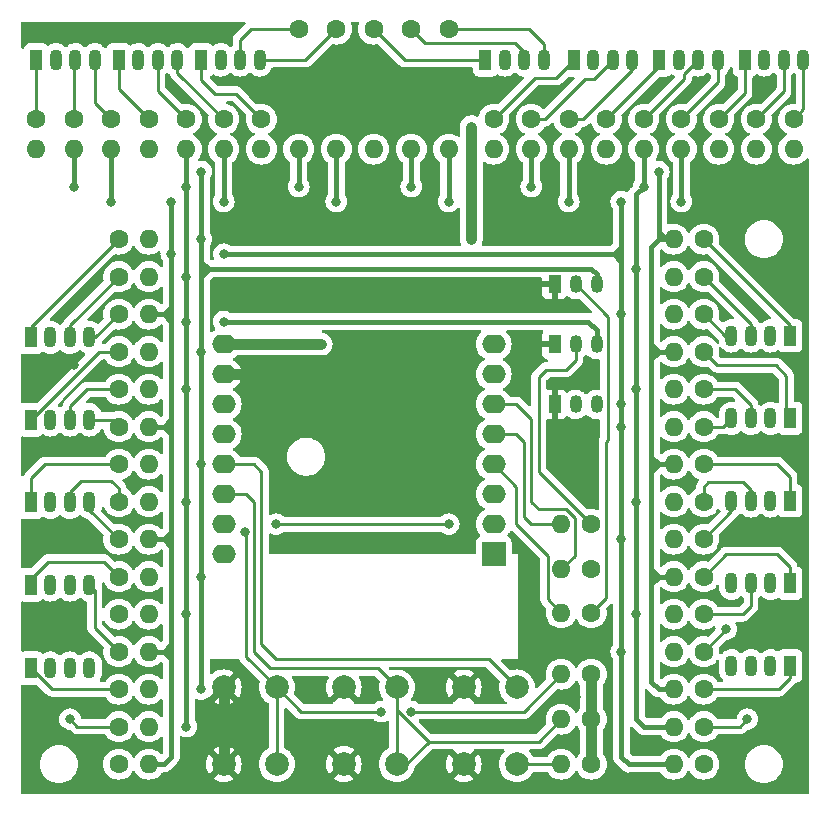
<source format=gbr>
%TF.GenerationSoftware,KiCad,Pcbnew,6.0.2-1.fc35*%
%TF.CreationDate,2022-04-11T21:16:45+02:00*%
%TF.ProjectId,lampe,6c616d70-652e-46b6-9963-61645f706362,v2*%
%TF.SameCoordinates,Original*%
%TF.FileFunction,Copper,L1,Top*%
%TF.FilePolarity,Positive*%
%FSLAX46Y46*%
G04 Gerber Fmt 4.6, Leading zero omitted, Abs format (unit mm)*
G04 Created by KiCad (PCBNEW 6.0.2-1.fc35) date 2022-04-11 21:16:45*
%MOMM*%
%LPD*%
G01*
G04 APERTURE LIST*
%TA.AperFunction,ComponentPad*%
%ADD10R,1.070000X1.800000*%
%TD*%
%TA.AperFunction,ComponentPad*%
%ADD11O,1.070000X1.800000*%
%TD*%
%TA.AperFunction,ComponentPad*%
%ADD12R,1.050000X1.500000*%
%TD*%
%TA.AperFunction,ComponentPad*%
%ADD13O,1.050000X1.500000*%
%TD*%
%TA.AperFunction,ComponentPad*%
%ADD14C,1.600000*%
%TD*%
%TA.AperFunction,ComponentPad*%
%ADD15O,1.600000X1.600000*%
%TD*%
%TA.AperFunction,ComponentPad*%
%ADD16C,2.000000*%
%TD*%
%TA.AperFunction,ComponentPad*%
%ADD17R,2.000000X2.000000*%
%TD*%
%TA.AperFunction,ComponentPad*%
%ADD18O,2.000000X1.600000*%
%TD*%
%TA.AperFunction,ViaPad*%
%ADD19C,0.800000*%
%TD*%
%TA.AperFunction,Conductor*%
%ADD20C,0.250000*%
%TD*%
%TA.AperFunction,Conductor*%
%ADD21C,0.400000*%
%TD*%
%TA.AperFunction,Conductor*%
%ADD22C,0.900000*%
%TD*%
G04 APERTURE END LIST*
D10*
%TO.P,D1,1,RK*%
%TO.N,Net-(D1-Pad1)*%
X178308000Y-151575000D03*
D11*
%TO.P,D1,2,A*%
%TO.N,+5V*%
X179959000Y-151575000D03*
%TO.P,D1,3,GK*%
%TO.N,Net-(D1-Pad3)*%
X181610000Y-151575000D03*
%TO.P,D1,4,BK*%
%TO.N,Net-(B1-Pad1)*%
X183261000Y-151575000D03*
%TD*%
D10*
%TO.P,D2,1,RK*%
%TO.N,Net-(D2-Pad1)*%
X178308000Y-144526500D03*
D11*
%TO.P,D2,2,A*%
%TO.N,+5V*%
X179959000Y-144526500D03*
%TO.P,D2,3,GK*%
%TO.N,Net-(D2-Pad3)*%
X181610000Y-144526500D03*
%TO.P,D2,4,BK*%
%TO.N,Net-(B2-Pad1)*%
X183261000Y-144526500D03*
%TD*%
D10*
%TO.P,D3,1,RK*%
%TO.N,Net-(D3-Pad1)*%
X178308000Y-137541500D03*
D11*
%TO.P,D3,2,A*%
%TO.N,+5V*%
X179959000Y-137541500D03*
%TO.P,D3,3,GK*%
%TO.N,Net-(D3-Pad3)*%
X181610000Y-137541500D03*
%TO.P,D3,4,BK*%
%TO.N,Net-(B3-Pad1)*%
X183261000Y-137541500D03*
%TD*%
D10*
%TO.P,D4,1,RK*%
%TO.N,Net-(D4-Pad1)*%
X178308000Y-130556500D03*
D11*
%TO.P,D4,2,A*%
%TO.N,+5V*%
X179959000Y-130556500D03*
%TO.P,D4,3,GK*%
%TO.N,Net-(D4-Pad3)*%
X181610000Y-130556500D03*
%TO.P,D4,4,BK*%
%TO.N,Net-(B4-Pad1)*%
X183261000Y-130556500D03*
%TD*%
D10*
%TO.P,D5,1,RK*%
%TO.N,Net-(D5-Pad1)*%
X178308000Y-123571500D03*
D11*
%TO.P,D5,2,A*%
%TO.N,+5V*%
X179959000Y-123571500D03*
%TO.P,D5,3,GK*%
%TO.N,Net-(D5-Pad3)*%
X181610000Y-123571500D03*
%TO.P,D5,4,BK*%
%TO.N,Net-(B5-Pad1)*%
X183261000Y-123571500D03*
%TD*%
D10*
%TO.P,D7,1,RK*%
%TO.N,Net-(D7-Pad1)*%
X242570000Y-144398500D03*
D11*
%TO.P,D7,2,A*%
%TO.N,+5V*%
X240919000Y-144398500D03*
%TO.P,D7,3,GK*%
%TO.N,Net-(D7-Pad3)*%
X239268000Y-144398500D03*
%TO.P,D7,4,BK*%
%TO.N,Net-(B7-Pad1)*%
X237617000Y-144398500D03*
%TD*%
%TO.P,D8,4,BK*%
%TO.N,Net-(B8-Pad1)*%
X237617000Y-137413500D03*
%TO.P,D8,3,GK*%
%TO.N,Net-(D8-Pad3)*%
X239268000Y-137413500D03*
%TO.P,D8,2,A*%
%TO.N,+5V*%
X240919000Y-137413500D03*
D10*
%TO.P,D8,1,RK*%
%TO.N,Net-(D8-Pad1)*%
X242570000Y-137413500D03*
%TD*%
D11*
%TO.P,D9,4,BK*%
%TO.N,Net-(D9-Pad4)*%
X237617000Y-130428500D03*
%TO.P,D9,3,GK*%
%TO.N,Net-(D9-Pad3)*%
X239268000Y-130428500D03*
%TO.P,D9,2,A*%
%TO.N,+5V*%
X240919000Y-130428500D03*
D10*
%TO.P,D9,1,RK*%
%TO.N,Net-(D9-Pad1)*%
X242570000Y-130428500D03*
%TD*%
%TO.P,D10,1,RK*%
%TO.N,Net-(D10-Pad1)*%
X242570000Y-123443500D03*
D11*
%TO.P,D10,2,A*%
%TO.N,+5V*%
X240919000Y-123443500D03*
%TO.P,D10,3,GK*%
%TO.N,Net-(D10-Pad3)*%
X239268000Y-123443500D03*
%TO.P,D10,4,BK*%
%TO.N,Net-(B10-Pad1)*%
X237617000Y-123443500D03*
%TD*%
D10*
%TO.P,D11,1,RK*%
%TO.N,Net-(D11-Pad1)*%
X178752500Y-100076500D03*
D11*
%TO.P,D11,2,A*%
%TO.N,+5V*%
X180403500Y-100076500D03*
%TO.P,D11,3,GK*%
%TO.N,Net-(D11-Pad3)*%
X182054500Y-100076500D03*
%TO.P,D11,4,BK*%
%TO.N,Net-(B11-Pad1)*%
X183705500Y-100076500D03*
%TD*%
D10*
%TO.P,D12,1,RK*%
%TO.N,Net-(D12-Pad1)*%
X185737500Y-100076500D03*
D11*
%TO.P,D12,2,A*%
%TO.N,+5V*%
X187388500Y-100076500D03*
%TO.P,D12,3,GK*%
%TO.N,Net-(D12-Pad3)*%
X189039500Y-100076500D03*
%TO.P,D12,4,BK*%
%TO.N,Net-(B12-Pad1)*%
X190690500Y-100076500D03*
%TD*%
D10*
%TO.P,D13,1,RK*%
%TO.N,Net-(D13-Pad1)*%
X192722500Y-100076500D03*
D11*
%TO.P,D13,2,A*%
%TO.N,+5V*%
X194373500Y-100076500D03*
%TO.P,D13,3,GK*%
%TO.N,Net-(D13-Pad3)*%
X196024500Y-100076500D03*
%TO.P,D13,4,BK*%
%TO.N,Net-(B13-Pad1)*%
X197675500Y-100076500D03*
%TD*%
D10*
%TO.P,D14,1,RK*%
%TO.N,Net-(D14-Pad1)*%
X216789000Y-100076500D03*
D11*
%TO.P,D14,2,A*%
%TO.N,+5V*%
X218440000Y-100076500D03*
%TO.P,D14,3,GK*%
%TO.N,Net-(D14-Pad3)*%
X220091000Y-100076500D03*
%TO.P,D14,4,BK*%
%TO.N,Net-(B14-Pad1)*%
X221742000Y-100076500D03*
%TD*%
D10*
%TO.P,D15,1,RK*%
%TO.N,Net-(D15-Pad1)*%
X224282000Y-100076500D03*
D11*
%TO.P,D15,2,A*%
%TO.N,+5V*%
X225933000Y-100076500D03*
%TO.P,D15,3,GK*%
%TO.N,Net-(D15-Pad3)*%
X227584000Y-100076500D03*
%TO.P,D15,4,BK*%
%TO.N,Net-(B15-Pad1)*%
X229235000Y-100076500D03*
%TD*%
D10*
%TO.P,D16,1,RK*%
%TO.N,Net-(D16-Pad1)*%
X231521000Y-100076500D03*
D11*
%TO.P,D16,2,A*%
%TO.N,+5V*%
X233172000Y-100076500D03*
%TO.P,D16,3,GK*%
%TO.N,Net-(D16-Pad3)*%
X234823000Y-100076500D03*
%TO.P,D16,4,BK*%
%TO.N,Net-(B16-Pad1)*%
X236474000Y-100076500D03*
%TD*%
D10*
%TO.P,D17,1,RK*%
%TO.N,Net-(D17-Pad1)*%
X238760000Y-100076500D03*
D11*
%TO.P,D17,2,A*%
%TO.N,+5V*%
X240411000Y-100076500D03*
%TO.P,D17,3,GK*%
%TO.N,Net-(D17-Pad3)*%
X242062000Y-100076500D03*
%TO.P,D17,4,BK*%
%TO.N,Net-(B17-Pad1)*%
X243713000Y-100076500D03*
%TD*%
D12*
%TO.P,QB1,1,E*%
%TO.N,GND*%
X222635721Y-129244500D03*
D13*
%TO.P,QB1,2,B*%
%TO.N,Net-(CB1-Pad1)*%
X224413721Y-129244500D03*
%TO.P,QB1,3,C*%
%TO.N,/pB*%
X226191721Y-129244500D03*
%TD*%
D12*
%TO.P,QG1,1,E*%
%TO.N,GND*%
X222635721Y-124164500D03*
D13*
%TO.P,QG1,2,B*%
%TO.N,Net-(CG1-Pad1)*%
X224413721Y-124164500D03*
%TO.P,QG1,3,C*%
%TO.N,/pG*%
X226191721Y-124164500D03*
%TD*%
D12*
%TO.P,QR1,1,E*%
%TO.N,GND*%
X222635721Y-119084500D03*
D13*
%TO.P,QR1,2,B*%
%TO.N,Net-(CR1-Pad1)*%
X224413721Y-119084500D03*
%TO.P,QR1,3,C*%
%TO.N,/pR*%
X226191721Y-119084500D03*
%TD*%
D14*
%TO.P,CB1,1*%
%TO.N,Net-(CB1-Pad1)*%
X225742500Y-143192500D03*
D15*
%TO.P,CB1,2*%
%TO.N,/cB*%
X223202500Y-143192500D03*
%TD*%
D14*
%TO.P,CG1,1*%
%TO.N,Net-(CG1-Pad1)*%
X225742500Y-139382500D03*
D15*
%TO.P,CG1,2*%
%TO.N,/cG*%
X223202500Y-139382500D03*
%TD*%
D14*
%TO.P,CR1,1*%
%TO.N,Net-(CR1-Pad1)*%
X225742500Y-146875500D03*
D15*
%TO.P,CR1,2*%
%TO.N,/cR*%
X223202500Y-146875500D03*
%TD*%
D14*
%TO.P,RX1,1*%
%TO.N,+3V3*%
X225742500Y-152082500D03*
D15*
%TO.P,RX1,2*%
%TO.N,/iX*%
X223202500Y-152082500D03*
%TD*%
D14*
%TO.P,RY1,1*%
%TO.N,+3V3*%
X225742500Y-155892500D03*
D15*
%TO.P,RY1,2*%
%TO.N,/iY*%
X223202500Y-155892500D03*
%TD*%
D14*
%TO.P,RZ1,1*%
%TO.N,+3V3*%
X225742500Y-159702500D03*
D15*
%TO.P,RZ1,2*%
%TO.N,/iZ*%
X223202500Y-159702500D03*
%TD*%
D14*
%TO.P,B1,1*%
%TO.N,Net-(B1-Pad1)*%
X185737500Y-159702500D03*
D15*
%TO.P,B1,2*%
%TO.N,/pB*%
X188277500Y-159702500D03*
%TD*%
D14*
%TO.P,B2,1*%
%TO.N,Net-(B2-Pad1)*%
X185737500Y-150177500D03*
D15*
%TO.P,B2,2*%
%TO.N,/pB*%
X188277500Y-150177500D03*
%TD*%
D14*
%TO.P,B3,1*%
%TO.N,Net-(B3-Pad1)*%
X185737500Y-140652500D03*
D15*
%TO.P,B3,2*%
%TO.N,/pB*%
X188277500Y-140652500D03*
%TD*%
D14*
%TO.P,B4,1*%
%TO.N,Net-(B4-Pad1)*%
X185737500Y-131127500D03*
D15*
%TO.P,B4,2*%
%TO.N,/pB*%
X188277500Y-131127500D03*
%TD*%
D14*
%TO.P,B5,1*%
%TO.N,Net-(B5-Pad1)*%
X185737500Y-121602500D03*
D15*
%TO.P,B5,2*%
%TO.N,/pB*%
X188277500Y-121602500D03*
%TD*%
D14*
%TO.P,B7,1*%
%TO.N,Net-(B7-Pad1)*%
X235267500Y-150177500D03*
D15*
%TO.P,B7,2*%
%TO.N,/pB*%
X232727500Y-150177500D03*
%TD*%
D14*
%TO.P,B8,1*%
%TO.N,Net-(B8-Pad1)*%
X235267500Y-140652500D03*
D15*
%TO.P,B8,2*%
%TO.N,/pB*%
X232727500Y-140652500D03*
%TD*%
D14*
%TO.P,RpB9,1*%
%TO.N,Net-(D9-Pad4)*%
X235267500Y-131127500D03*
D15*
%TO.P,RpB9,2*%
%TO.N,/pB*%
X232727500Y-131127500D03*
%TD*%
D14*
%TO.P,B10,1*%
%TO.N,Net-(B10-Pad1)*%
X235267500Y-121602500D03*
D15*
%TO.P,B10,2*%
%TO.N,/pB*%
X232727500Y-121602500D03*
%TD*%
D14*
%TO.P,B11,1*%
%TO.N,Net-(B11-Pad1)*%
X185102500Y-105092500D03*
D15*
%TO.P,B11,2*%
%TO.N,/pB*%
X185102500Y-107632500D03*
%TD*%
D14*
%TO.P,B12,1*%
%TO.N,Net-(B12-Pad1)*%
X194627500Y-105092500D03*
D15*
%TO.P,B12,2*%
%TO.N,/pB*%
X194627500Y-107632500D03*
%TD*%
D14*
%TO.P,B13,1*%
%TO.N,Net-(B13-Pad1)*%
X204152500Y-97472500D03*
D15*
%TO.P,B13,2*%
%TO.N,/pB*%
X204152500Y-107632500D03*
%TD*%
D14*
%TO.P,B14,1*%
%TO.N,Net-(B14-Pad1)*%
X213677500Y-97472500D03*
D15*
%TO.P,B14,2*%
%TO.N,/pB*%
X213677500Y-107632500D03*
%TD*%
D14*
%TO.P,B15,1*%
%TO.N,Net-(B15-Pad1)*%
X223837500Y-105092500D03*
D15*
%TO.P,B15,2*%
%TO.N,/pB*%
X223837500Y-107632500D03*
%TD*%
D14*
%TO.P,B16,1*%
%TO.N,Net-(B16-Pad1)*%
X233362500Y-105092500D03*
D15*
%TO.P,B16,2*%
%TO.N,/pB*%
X233362500Y-107632500D03*
%TD*%
D14*
%TO.P,B17,1*%
%TO.N,Net-(B17-Pad1)*%
X242887500Y-105092500D03*
D15*
%TO.P,B17,2*%
%TO.N,/pB*%
X242887500Y-107632500D03*
%TD*%
D14*
%TO.P,G1,1*%
%TO.N,Net-(D1-Pad3)*%
X185737500Y-156527500D03*
D15*
%TO.P,G1,2*%
%TO.N,/pG*%
X188277500Y-156527500D03*
%TD*%
D14*
%TO.P,G2,1*%
%TO.N,Net-(D2-Pad3)*%
X185737500Y-147002500D03*
D15*
%TO.P,G2,2*%
%TO.N,/pG*%
X188277500Y-147002500D03*
%TD*%
D14*
%TO.P,G3,1*%
%TO.N,Net-(D3-Pad3)*%
X185737500Y-137477500D03*
D15*
%TO.P,G3,2*%
%TO.N,/pG*%
X188277500Y-137477500D03*
%TD*%
D14*
%TO.P,G4,1*%
%TO.N,Net-(D4-Pad3)*%
X185737500Y-127952500D03*
D15*
%TO.P,G4,2*%
%TO.N,/pG*%
X188277500Y-127952500D03*
%TD*%
D14*
%TO.P,G5,1*%
%TO.N,Net-(D5-Pad3)*%
X185737500Y-118427500D03*
D15*
%TO.P,G5,2*%
%TO.N,/pG*%
X188277500Y-118427500D03*
%TD*%
D14*
%TO.P,G7,1*%
%TO.N,Net-(D7-Pad3)*%
X235267500Y-147002500D03*
D15*
%TO.P,G7,2*%
%TO.N,/pG*%
X232727500Y-147002500D03*
%TD*%
D14*
%TO.P,G8,1*%
%TO.N,Net-(D8-Pad3)*%
X235267500Y-137477500D03*
D15*
%TO.P,G8,2*%
%TO.N,/pG*%
X232727500Y-137477500D03*
%TD*%
D14*
%TO.P,RpG9,1*%
%TO.N,Net-(D9-Pad3)*%
X235267500Y-127952500D03*
D15*
%TO.P,RpG9,2*%
%TO.N,/pG*%
X232727500Y-127952500D03*
%TD*%
D14*
%TO.P,G10,1*%
%TO.N,Net-(D10-Pad3)*%
X235267500Y-118427500D03*
D15*
%TO.P,G10,2*%
%TO.N,/pG*%
X232727500Y-118427500D03*
%TD*%
D14*
%TO.P,G11,1*%
%TO.N,Net-(D11-Pad3)*%
X181927500Y-105092500D03*
D15*
%TO.P,G11,2*%
%TO.N,/pG*%
X181927500Y-107632500D03*
%TD*%
D14*
%TO.P,G12,1*%
%TO.N,Net-(D12-Pad3)*%
X191452500Y-105092500D03*
D15*
%TO.P,G12,2*%
%TO.N,/pG*%
X191452500Y-107632500D03*
%TD*%
D14*
%TO.P,G13,1*%
%TO.N,Net-(D13-Pad3)*%
X200977500Y-97472500D03*
D15*
%TO.P,G13,2*%
%TO.N,/pG*%
X200977500Y-107632500D03*
%TD*%
D14*
%TO.P,G14,1*%
%TO.N,Net-(D14-Pad3)*%
X210502500Y-97472500D03*
D15*
%TO.P,G14,2*%
%TO.N,/pG*%
X210502500Y-107632500D03*
%TD*%
D14*
%TO.P,G15,1*%
%TO.N,Net-(D15-Pad3)*%
X220662500Y-105092500D03*
D15*
%TO.P,G15,2*%
%TO.N,/pG*%
X220662500Y-107632500D03*
%TD*%
D14*
%TO.P,G16,1*%
%TO.N,Net-(D16-Pad3)*%
X230187500Y-105092500D03*
D15*
%TO.P,G16,2*%
%TO.N,/pG*%
X230187500Y-107632500D03*
%TD*%
D14*
%TO.P,G17,1*%
%TO.N,Net-(D17-Pad3)*%
X239712500Y-105092500D03*
D15*
%TO.P,G17,2*%
%TO.N,/pG*%
X239712500Y-107632500D03*
%TD*%
D14*
%TO.P,R1,1*%
%TO.N,Net-(D1-Pad1)*%
X185737500Y-153352500D03*
D15*
%TO.P,R1,2*%
%TO.N,/pR*%
X188277500Y-153352500D03*
%TD*%
D14*
%TO.P,R2,1*%
%TO.N,Net-(D2-Pad1)*%
X185737500Y-143827500D03*
D15*
%TO.P,R2,2*%
%TO.N,/pR*%
X188277500Y-143827500D03*
%TD*%
D14*
%TO.P,R3,1*%
%TO.N,Net-(D3-Pad1)*%
X185737500Y-134302500D03*
D15*
%TO.P,R3,2*%
%TO.N,/pR*%
X188277500Y-134302500D03*
%TD*%
D14*
%TO.P,R4,1*%
%TO.N,Net-(D4-Pad1)*%
X185737500Y-124777500D03*
D15*
%TO.P,R4,2*%
%TO.N,/pR*%
X188277500Y-124777500D03*
%TD*%
D14*
%TO.P,R5,1*%
%TO.N,Net-(D5-Pad1)*%
X185737500Y-115252500D03*
D15*
%TO.P,R5,2*%
%TO.N,/pR*%
X188277500Y-115252500D03*
%TD*%
D14*
%TO.P,R7,1*%
%TO.N,Net-(D7-Pad1)*%
X235267500Y-143827500D03*
D15*
%TO.P,R7,2*%
%TO.N,/pR*%
X232727500Y-143827500D03*
%TD*%
D14*
%TO.P,R8,1*%
%TO.N,Net-(D8-Pad1)*%
X235267500Y-134302500D03*
D15*
%TO.P,R8,2*%
%TO.N,/pR*%
X232727500Y-134302500D03*
%TD*%
D14*
%TO.P,R9,1*%
%TO.N,Net-(D9-Pad1)*%
X235267500Y-124777500D03*
D15*
%TO.P,R9,2*%
%TO.N,/pR*%
X232727500Y-124777500D03*
%TD*%
D14*
%TO.P,R10,1*%
%TO.N,Net-(D10-Pad1)*%
X235267500Y-115252500D03*
D15*
%TO.P,R10,2*%
%TO.N,/pR*%
X232727500Y-115252500D03*
%TD*%
D14*
%TO.P,R11,1*%
%TO.N,Net-(D11-Pad1)*%
X178752500Y-105092500D03*
D15*
%TO.P,R11,2*%
%TO.N,/pR*%
X178752500Y-107632500D03*
%TD*%
D14*
%TO.P,R12,1*%
%TO.N,Net-(D12-Pad1)*%
X188277500Y-105092500D03*
D15*
%TO.P,R12,2*%
%TO.N,/pR*%
X188277500Y-107632500D03*
%TD*%
D14*
%TO.P,R13,1*%
%TO.N,Net-(D13-Pad1)*%
X197802500Y-105092500D03*
D15*
%TO.P,R13,2*%
%TO.N,/pR*%
X197802500Y-107632500D03*
%TD*%
D14*
%TO.P,R14,1*%
%TO.N,Net-(D14-Pad1)*%
X207327500Y-97472500D03*
D15*
%TO.P,R14,2*%
%TO.N,/pR*%
X207327500Y-107632500D03*
%TD*%
D14*
%TO.P,R15,1*%
%TO.N,Net-(D15-Pad1)*%
X217487500Y-105092500D03*
D15*
%TO.P,R15,2*%
%TO.N,/pR*%
X217487500Y-107632500D03*
%TD*%
D14*
%TO.P,R16,1*%
%TO.N,Net-(D16-Pad1)*%
X227012500Y-105092500D03*
D15*
%TO.P,R16,2*%
%TO.N,/pR*%
X227012500Y-107632500D03*
%TD*%
D14*
%TO.P,R17,1*%
%TO.N,Net-(D17-Pad1)*%
X236537500Y-105092500D03*
D15*
%TO.P,R17,2*%
%TO.N,/pR*%
X236537500Y-107632500D03*
%TD*%
D16*
%TO.P,X1,1,1*%
%TO.N,GND*%
X194627500Y-153202500D03*
X194627500Y-159702500D03*
%TO.P,X1,2,2*%
%TO.N,/iX*%
X199127500Y-153202500D03*
X199127500Y-159702500D03*
%TD*%
%TO.P,Y1,1,1*%
%TO.N,GND*%
X204787500Y-159702500D03*
X204787500Y-153202500D03*
%TO.P,Y1,2,2*%
%TO.N,/iY*%
X209287500Y-159702500D03*
X209287500Y-153202500D03*
%TD*%
%TO.P,Z1,1,1*%
%TO.N,GND*%
X214947500Y-153202500D03*
X214947500Y-159702500D03*
%TO.P,Z1,2,2*%
%TO.N,/iZ*%
X219447500Y-159702500D03*
X219447500Y-153202500D03*
%TD*%
D17*
%TO.P,U1,1,~{RST}*%
%TO.N,unconnected-(U1-Pad1)*%
X217487500Y-141922500D03*
D18*
%TO.P,U1,2,A0*%
%TO.N,/iX*%
X217487500Y-139382500D03*
%TO.P,U1,3,D0*%
%TO.N,unconnected-(U1-Pad3)*%
X217487500Y-136842500D03*
%TO.P,U1,4,SCK/D5*%
%TO.N,/cR*%
X217487500Y-134302500D03*
%TO.P,U1,5,MISO/D6*%
%TO.N,/cG*%
X217487500Y-131762500D03*
%TO.P,U1,6,MOSI/D7*%
%TO.N,/cB*%
X217487500Y-129222500D03*
%TO.P,U1,7,CS/D8*%
%TO.N,unconnected-(U1-Pad7)*%
X217487500Y-126682500D03*
%TO.P,U1,8,3V3*%
%TO.N,+3V3*%
X217487500Y-124142500D03*
%TO.P,U1,9,5V*%
%TO.N,+5V*%
X194627500Y-124142500D03*
%TO.P,U1,10,GND*%
%TO.N,GND*%
X194627500Y-126682500D03*
%TO.P,U1,11,D4*%
%TO.N,unconnected-(U1-Pad11)*%
X194627500Y-129222500D03*
%TO.P,U1,12,D3*%
%TO.N,unconnected-(U1-Pad12)*%
X194627500Y-131762500D03*
%TO.P,U1,13,SDA/D2*%
%TO.N,/iZ*%
X194627500Y-134302500D03*
%TO.P,U1,14,SCL/D1*%
%TO.N,/iY*%
X194627500Y-136842500D03*
%TO.P,U1,15,RX*%
%TO.N,unconnected-(U1-Pad15)*%
X194627500Y-139382500D03*
%TO.P,U1,16,TX*%
%TO.N,unconnected-(U1-Pad16)*%
X194627500Y-141922500D03*
%TD*%
D10*
%TO.P,D6,1,RK*%
%TO.N,Net-(D6-Pad1)*%
X242570000Y-151383500D03*
D11*
%TO.P,D6,2,A*%
%TO.N,+5V*%
X240919000Y-151383500D03*
%TO.P,D6,3,GK*%
%TO.N,Net-(D6-Pad3)*%
X239268000Y-151383500D03*
%TO.P,D6,4,BK*%
%TO.N,Net-(B6-Pad1)*%
X237617000Y-151383500D03*
%TD*%
D14*
%TO.P,R6,1*%
%TO.N,Net-(D6-Pad1)*%
X235267500Y-153352500D03*
D15*
%TO.P,R6,2*%
%TO.N,/pR*%
X232727500Y-153352500D03*
%TD*%
D14*
%TO.P,B6,1*%
%TO.N,Net-(B6-Pad1)*%
X235267500Y-159702500D03*
D15*
%TO.P,B6,2*%
%TO.N,/pB*%
X232727500Y-159702500D03*
%TD*%
D14*
%TO.P,G6,1*%
%TO.N,Net-(D6-Pad3)*%
X235267500Y-156527500D03*
D15*
%TO.P,G6,2*%
%TO.N,/pG*%
X232727500Y-156527500D03*
%TD*%
D19*
%TO.N,Net-(D1-Pad3)*%
X181610000Y-155892500D03*
%TO.N,+5V*%
X201612500Y-124142500D03*
X215582500Y-106997500D03*
X202882500Y-124142500D03*
X215582500Y-108267500D03*
X215582500Y-105727500D03*
X215582500Y-115252500D03*
X215582500Y-113728500D03*
X200342500Y-124142500D03*
%TO.N,Net-(D6-Pad3)*%
X238950500Y-155892500D03*
%TO.N,GND*%
X206946500Y-104584500D03*
X187007500Y-139128500D03*
X233997500Y-119951500D03*
X214947500Y-156527500D03*
X211772500Y-120332500D03*
X233997500Y-154749500D03*
X187007500Y-126301500D03*
X233997500Y-129476500D03*
X203390500Y-104584500D03*
X233870500Y-145478500D03*
X217487500Y-156527500D03*
X187007500Y-135953500D03*
X187007500Y-151828500D03*
X233997500Y-148526500D03*
X214312500Y-120332500D03*
X187007500Y-148653500D03*
X194627500Y-156527500D03*
X200850500Y-120078500D03*
X233997500Y-135699500D03*
X182054500Y-148272500D03*
X229552500Y-158432500D03*
X205295500Y-115125500D03*
X230822500Y-154622500D03*
X187007500Y-123126500D03*
X181927500Y-125920500D03*
X213042500Y-120332500D03*
X211772500Y-123507500D03*
X205295500Y-100774500D03*
X186880500Y-97980500D03*
X210502500Y-138112500D03*
X222567500Y-115252500D03*
X199580500Y-120078500D03*
X187007500Y-158178500D03*
X233997500Y-123253500D03*
X202247500Y-126682500D03*
X214312500Y-123507500D03*
X178752500Y-148145500D03*
X223837500Y-115252500D03*
X200977500Y-140652500D03*
X213042500Y-123507500D03*
X203390500Y-100774500D03*
X203517500Y-126682500D03*
X193611500Y-97853500D03*
X233997500Y-151828500D03*
X194246500Y-119443500D03*
X187007500Y-119951500D03*
X214185500Y-115125500D03*
X178625500Y-126047500D03*
X187007500Y-142176500D03*
X205295500Y-104584500D03*
X198310500Y-120078500D03*
X206565500Y-115125500D03*
X233997500Y-139001500D03*
X206946500Y-100774500D03*
X233870500Y-126301500D03*
X233997500Y-132651500D03*
X216217500Y-156527500D03*
X180403500Y-97980500D03*
X182816500Y-119824500D03*
X204025500Y-115125500D03*
X197167500Y-115252500D03*
X225107500Y-115252500D03*
X204787500Y-156527500D03*
X233997500Y-158178500D03*
X187007500Y-155003500D03*
X213360000Y-140970000D03*
X187007500Y-132778500D03*
X200977500Y-126682500D03*
X224345500Y-157797500D03*
X233997500Y-142176500D03*
X233870500Y-116903500D03*
X187007500Y-129603500D03*
X224472500Y-153987500D03*
X187007500Y-145351500D03*
X200977500Y-138112500D03*
%TO.N,/pB*%
X228282500Y-140652500D03*
X190182500Y-112077500D03*
X213677500Y-112077500D03*
X185102500Y-112077500D03*
X233362500Y-112077500D03*
X228282500Y-129222500D03*
X194627500Y-116522500D03*
X228282500Y-131127500D03*
X223837500Y-112077500D03*
X194627500Y-112077500D03*
X228282500Y-112077500D03*
X190182500Y-116522500D03*
X228282500Y-121602500D03*
X228282500Y-150177500D03*
X204152500Y-112077500D03*
%TO.N,/pG*%
X191452500Y-147002500D03*
X229552500Y-117792500D03*
X191452500Y-118427500D03*
X191452500Y-127952500D03*
X194627500Y-122237500D03*
X191452500Y-137477500D03*
X181927500Y-110807500D03*
X191452500Y-110807500D03*
X191452500Y-156527500D03*
X191452500Y-122237500D03*
X230187500Y-110807500D03*
X229552500Y-147002500D03*
X210502500Y-110807500D03*
X229552500Y-127952500D03*
X229552500Y-137477500D03*
X220662500Y-110807500D03*
X200977500Y-110807500D03*
%TO.N,/pR*%
X192722500Y-153352500D03*
X192722500Y-115252500D03*
X192722500Y-143827500D03*
X231457500Y-109537500D03*
X192722500Y-109537500D03*
X192722500Y-124777500D03*
X192722500Y-134302500D03*
%TO.N,Net-(B7-Pad1)*%
X237172500Y-148272500D03*
%TO.N,/iX*%
X196442500Y-140017500D03*
X210502500Y-155257500D03*
X207962500Y-155257500D03*
X213677500Y-139382500D03*
X199072500Y-139382500D03*
%TD*%
D20*
%TO.N,Net-(D14-Pad3)*%
X219329000Y-98679000D02*
X220091000Y-99441000D01*
X220091000Y-99441000D02*
X220091000Y-100076500D01*
X210502500Y-97472500D02*
X211709000Y-98679000D01*
X211709000Y-98679000D02*
X219329000Y-98679000D01*
%TO.N,Net-(B17-Pad1)*%
X242887500Y-105092500D02*
X243713000Y-104267000D01*
X243713000Y-104267000D02*
X243713000Y-100076500D01*
%TO.N,Net-(D15-Pad1)*%
X217487500Y-105092500D02*
X220980000Y-101600000D01*
X220980000Y-101600000D02*
X222758500Y-101600000D01*
X222758500Y-101600000D02*
X224282000Y-100076500D01*
%TO.N,Net-(D17-Pad3)*%
X242062000Y-102743000D02*
X242062000Y-100076500D01*
X239712500Y-105092500D02*
X242062000Y-102743000D01*
%TO.N,Net-(D17-Pad1)*%
X236537500Y-105092500D02*
X238760000Y-102870000D01*
X238760000Y-102870000D02*
X238760000Y-100076500D01*
%TO.N,Net-(D16-Pad3)*%
X230187500Y-105092500D02*
X233616500Y-101663500D01*
%TO.N,Net-(D16-Pad1)*%
X227012500Y-105092500D02*
X231521000Y-100584000D01*
X231521000Y-100584000D02*
X231521000Y-100076500D01*
%TO.N,Net-(D16-Pad3)*%
X233616500Y-101663500D02*
X233616500Y-101283000D01*
X233616500Y-101283000D02*
X234823000Y-100076500D01*
%TO.N,Net-(B16-Pad1)*%
X233362500Y-105092500D02*
X236474000Y-101981000D01*
X236474000Y-101981000D02*
X236474000Y-100076500D01*
%TO.N,Net-(B15-Pad1)*%
X223837500Y-105092500D02*
X225044500Y-105092500D01*
X225044500Y-105092500D02*
X229235000Y-100902000D01*
%TO.N,Net-(D15-Pad3)*%
X225997000Y-101663500D02*
X227584000Y-100076500D01*
X225222870Y-101663500D02*
X225997000Y-101663500D01*
X221793870Y-105092500D02*
X225222870Y-101663500D01*
X220662500Y-105092500D02*
X221793870Y-105092500D01*
%TO.N,Net-(B15-Pad1)*%
X229235000Y-100902000D02*
X229235000Y-100076500D01*
%TO.N,Net-(B14-Pad1)*%
X221742000Y-98743000D02*
X221742000Y-100076500D01*
%TO.N,Net-(D14-Pad1)*%
X207327500Y-97472500D02*
X209931500Y-100076500D01*
X209931500Y-100076500D02*
X216789000Y-100076500D01*
%TO.N,Net-(B14-Pad1)*%
X213677500Y-97472500D02*
X220471500Y-97472500D01*
X220471500Y-97472500D02*
X221742000Y-98743000D01*
D21*
%TO.N,/pG*%
X191452500Y-110807500D02*
X191452500Y-118427500D01*
D20*
%TO.N,Net-(D6-Pad1)*%
X242570000Y-152400000D02*
X242570000Y-151383500D01*
X241617500Y-153352500D02*
X242570000Y-152400000D01*
X235267500Y-153352500D02*
X241617500Y-153352500D01*
%TO.N,Net-(D7-Pad3)*%
X235267500Y-147002500D02*
X238569500Y-147002500D01*
X238569500Y-147002500D02*
X239268000Y-146304000D01*
%TO.N,Net-(D7-Pad1)*%
X237172500Y-141922500D02*
X241490500Y-141922500D01*
X242570000Y-143002000D02*
X242570000Y-144398500D01*
X241490500Y-141922500D02*
X242570000Y-143002000D01*
%TO.N,Net-(D7-Pad3)*%
X239268000Y-146304000D02*
X239268000Y-144398500D01*
%TO.N,Net-(D7-Pad1)*%
X235267500Y-143827500D02*
X237172500Y-141922500D01*
%TO.N,Net-(D8-Pad1)*%
X235267500Y-134302500D02*
X241490500Y-134302500D01*
%TO.N,Net-(D8-Pad3)*%
X235648500Y-135826500D02*
X238569500Y-135826500D01*
%TO.N,Net-(B8-Pad1)*%
X237617000Y-138303000D02*
X235267500Y-140652500D01*
%TO.N,Net-(D8-Pad3)*%
X235267500Y-136207500D02*
X235648500Y-135826500D01*
X238569500Y-135826500D02*
X239268000Y-136525000D01*
X235267500Y-137477500D02*
X235267500Y-136207500D01*
%TO.N,Net-(B8-Pad1)*%
X237617000Y-137413500D02*
X237617000Y-138303000D01*
%TO.N,Net-(D8-Pad1)*%
X241490500Y-134302500D02*
X242570000Y-135382000D01*
X242570000Y-135382000D02*
X242570000Y-137413500D01*
%TO.N,Net-(D8-Pad3)*%
X239268000Y-136525000D02*
X239268000Y-137413500D01*
%TO.N,Net-(D9-Pad1)*%
X241363500Y-125920500D02*
X242252500Y-126809500D01*
X235267500Y-124777500D02*
X236410500Y-125920500D01*
%TO.N,Net-(D9-Pad3)*%
X239268000Y-129286000D02*
X239268000Y-130428500D01*
X235267500Y-127952500D02*
X237934500Y-127952500D01*
X237934500Y-127952500D02*
X239268000Y-129286000D01*
%TO.N,Net-(D9-Pad1)*%
X236410500Y-125920500D02*
X241363500Y-125920500D01*
%TO.N,Net-(D9-Pad4)*%
X235267500Y-131127500D02*
X236918000Y-131127500D01*
%TO.N,Net-(D9-Pad1)*%
X242252500Y-126809500D02*
X242252500Y-130111000D01*
X242252500Y-130111000D02*
X242570000Y-130428500D01*
%TO.N,Net-(D9-Pad4)*%
X236918000Y-131127500D02*
X237617000Y-130428500D01*
%TO.N,Net-(D10-Pad3)*%
X235267500Y-118427500D02*
X239268000Y-122428000D01*
%TO.N,Net-(D10-Pad1)*%
X235267500Y-115252500D02*
X242570000Y-122555000D01*
%TO.N,Net-(B10-Pad1)*%
X237108500Y-123443500D02*
X237617000Y-123443500D01*
%TO.N,Net-(D10-Pad1)*%
X242570000Y-122555000D02*
X242570000Y-123443500D01*
%TO.N,Net-(D10-Pad3)*%
X239268000Y-122428000D02*
X239268000Y-123443500D01*
%TO.N,Net-(B10-Pad1)*%
X235267500Y-121602500D02*
X237108500Y-123443500D01*
%TO.N,Net-(D1-Pad3)*%
X182245000Y-156527500D02*
X185737500Y-156527500D01*
X181610000Y-155892500D02*
X182245000Y-156527500D01*
D22*
%TO.N,+5V*%
X202882500Y-124142500D02*
X201612500Y-124142500D01*
X201612500Y-124142500D02*
X200342500Y-124142500D01*
X200342500Y-124142500D02*
X194627500Y-124142500D01*
X215582500Y-113347500D02*
X215582500Y-113728500D01*
X215582500Y-115252500D02*
X215582500Y-113728500D01*
X215582500Y-105727500D02*
X215582500Y-113347500D01*
D20*
%TO.N,Net-(D1-Pad1)*%
X185737500Y-153352500D02*
X180085500Y-153352500D01*
X180085500Y-153352500D02*
X178308000Y-151575000D01*
%TO.N,Net-(D2-Pad1)*%
X178308000Y-144526500D02*
X178308000Y-144018000D01*
X178308000Y-144018000D02*
X179768500Y-142557500D01*
X184467500Y-142557500D02*
X185737500Y-143827500D01*
X179768500Y-142557500D02*
X184467500Y-142557500D01*
%TO.N,Net-(D3-Pad3)*%
X181610000Y-136652000D02*
X182562500Y-135699500D01*
X182562500Y-135699500D02*
X185102500Y-135699500D01*
X181610000Y-137541500D02*
X181610000Y-136652000D01*
X185102500Y-135699500D02*
X185737500Y-136334500D01*
X185737500Y-136334500D02*
X185737500Y-137477500D01*
%TO.N,Net-(D3-Pad1)*%
X179514500Y-134302500D02*
X185737500Y-134302500D01*
X178308000Y-137541500D02*
X178308000Y-135509000D01*
X178308000Y-135509000D02*
X179514500Y-134302500D01*
%TO.N,Net-(D4-Pad3)*%
X183070500Y-127952500D02*
X185737500Y-127952500D01*
X181610000Y-129413000D02*
X183070500Y-127952500D01*
X181610000Y-130556500D02*
X181610000Y-129413000D01*
%TO.N,Net-(D4-Pad1)*%
X178316114Y-130556500D02*
X184095114Y-124777500D01*
X178308000Y-130556500D02*
X178316114Y-130556500D01*
X184095114Y-124777500D02*
X185737500Y-124777500D01*
%TO.N,Net-(D5-Pad3)*%
X181610000Y-122555000D02*
X185737500Y-118427500D01*
X181610000Y-123571500D02*
X181610000Y-122555000D01*
%TO.N,Net-(D5-Pad1)*%
X178308000Y-122682000D02*
X185737500Y-115252500D01*
X178308000Y-123571500D02*
X178308000Y-122682000D01*
%TO.N,Net-(D6-Pad3)*%
X235267500Y-156527500D02*
X238315500Y-156527500D01*
X238315500Y-156527500D02*
X238950500Y-155892500D01*
%TO.N,Net-(D11-Pad3)*%
X181927500Y-100203500D02*
X182054500Y-100076500D01*
X181927500Y-105092500D02*
X181927500Y-100203500D01*
%TO.N,Net-(D11-Pad1)*%
X178752500Y-105092500D02*
X178752500Y-100076500D01*
%TO.N,Net-(D12-Pad3)*%
X191452500Y-105092500D02*
X189039500Y-102679500D01*
X189039500Y-102679500D02*
X189039500Y-100076500D01*
%TO.N,Net-(D12-Pad1)*%
X185737500Y-102552500D02*
X188277500Y-105092500D01*
X185737500Y-100076500D02*
X185737500Y-102552500D01*
%TO.N,Net-(D13-Pad3)*%
X196913500Y-97472500D02*
X200977500Y-97472500D01*
X196024500Y-98361500D02*
X196913500Y-97472500D01*
X196024500Y-100076500D02*
X196024500Y-98361500D01*
%TO.N,Net-(D13-Pad1)*%
X192722500Y-101790500D02*
X192722500Y-100076500D01*
X195643500Y-102933500D02*
X193865500Y-102933500D01*
X197802500Y-105092500D02*
X195643500Y-102933500D01*
X193865500Y-102933500D02*
X192722500Y-101790500D01*
D22*
%TO.N,GND*%
X200977500Y-126682500D02*
X202247500Y-126682500D01*
X202247500Y-126682500D02*
X203517500Y-126682500D01*
X198564500Y-120332500D02*
X198310500Y-120078500D01*
X214312500Y-120332500D02*
X198564500Y-120332500D01*
X194627500Y-126682500D02*
X203517500Y-126682500D01*
X194627500Y-153202500D02*
X194627500Y-159702500D01*
D21*
%TO.N,/pB*%
X228282500Y-121602500D02*
X228282500Y-117157500D01*
X228282500Y-131127500D02*
X228282500Y-140652500D01*
X228282500Y-140652500D02*
X228282500Y-150177500D01*
X189547500Y-121602500D02*
X190182500Y-121602500D01*
X190182500Y-130492500D02*
X190182500Y-131127500D01*
X189547500Y-131127500D02*
X190182500Y-131762500D01*
X228282500Y-115252500D02*
X228282500Y-112077500D01*
X185102500Y-112077500D02*
X185102500Y-107632500D01*
X232727500Y-159702500D02*
X228917500Y-159702500D01*
X204152500Y-112077500D02*
X204152500Y-107632500D01*
X194627500Y-112077500D02*
X194627500Y-107632500D01*
X189547500Y-140652500D02*
X190182500Y-141287500D01*
X190182500Y-140652500D02*
X190182500Y-141287500D01*
X227647500Y-116522500D02*
X194627500Y-116522500D01*
X228282500Y-129222500D02*
X228282500Y-121602500D01*
X190182500Y-149542500D02*
X190182500Y-150177500D01*
X189547500Y-159702500D02*
X188277500Y-159702500D01*
X190182500Y-122237500D02*
X190182500Y-130492500D01*
X189547500Y-131127500D02*
X190182500Y-131127500D01*
X228282500Y-115887500D02*
X228282500Y-115252500D01*
X190182500Y-121602500D02*
X190182500Y-122237500D01*
X190182500Y-120967500D02*
X189547500Y-121602500D01*
X189547500Y-140652500D02*
X190182500Y-140652500D01*
X190182500Y-159067500D02*
X189547500Y-159702500D01*
X228917500Y-159702500D02*
X228282500Y-159067500D01*
X213677500Y-112077500D02*
X213677500Y-107632500D01*
X190182500Y-116522500D02*
X190182500Y-120967500D01*
X223837500Y-112077500D02*
X223837500Y-107632500D01*
X188277500Y-121602500D02*
X189547500Y-121602500D01*
X190182500Y-150812500D02*
X190182500Y-159067500D01*
X190182500Y-141287500D02*
X190182500Y-149542500D01*
X228282500Y-150177500D02*
X228282500Y-159067500D01*
X190182500Y-131762500D02*
X190182500Y-140017500D01*
X189547500Y-121602500D02*
X190182500Y-122237500D01*
X190182500Y-130492500D02*
X189547500Y-131127500D01*
X228282500Y-117157500D02*
X227647500Y-116522500D01*
X233362500Y-112077500D02*
X233362500Y-107632500D01*
X190182500Y-116522500D02*
X190182500Y-114617500D01*
X188277500Y-140652500D02*
X189547500Y-140652500D01*
X190182500Y-114617500D02*
X190182500Y-112077500D01*
X190182500Y-120967500D02*
X190182500Y-121602500D01*
X227647500Y-116522500D02*
X228282500Y-116522500D01*
X190182500Y-140017500D02*
X190182500Y-140652500D01*
X190182500Y-131127500D02*
X190182500Y-131762500D01*
X190182500Y-140017500D02*
X189547500Y-140652500D01*
X188277500Y-131127500D02*
X189547500Y-131127500D01*
X188277500Y-150177500D02*
X189547500Y-150177500D01*
X228282500Y-115887500D02*
X227647500Y-116522500D01*
X190182500Y-149542500D02*
X189547500Y-150177500D01*
X189547500Y-150177500D02*
X190182500Y-150177500D01*
X228282500Y-129222500D02*
X228282500Y-131127500D01*
X189547500Y-150177500D02*
X190182500Y-150812500D01*
X228282500Y-116522500D02*
X228282500Y-115887500D01*
X190182500Y-150177500D02*
X190182500Y-150812500D01*
X228282500Y-117157500D02*
X228282500Y-116522500D01*
%TO.N,/pG*%
X191452500Y-122237500D02*
X191452500Y-127952500D01*
X191452500Y-118427500D02*
X191452500Y-122237500D01*
X191452500Y-127952500D02*
X191452500Y-137477500D01*
X191452500Y-137477500D02*
X191452500Y-147002500D01*
X191452500Y-147002500D02*
X191452500Y-156527500D01*
X229552500Y-127952500D02*
X229552500Y-137477500D01*
X229552500Y-137477500D02*
X229552500Y-147002500D01*
X232727500Y-156527500D02*
X230187500Y-156527500D01*
X220662500Y-110807500D02*
X220662500Y-107632500D01*
X229552500Y-124142500D02*
X229552500Y-127952500D01*
X181927500Y-110807500D02*
X181927500Y-107632500D01*
X226191721Y-124164500D02*
X226191721Y-122940721D01*
X191452500Y-110807500D02*
X191452500Y-107632500D01*
X225488500Y-122237500D02*
X194627500Y-122237500D01*
X229552500Y-147002500D02*
X229552500Y-155892500D01*
X210502500Y-110807500D02*
X210502500Y-107632500D01*
X200977500Y-110807500D02*
X200977500Y-107632500D01*
X230187500Y-156527500D02*
X229552500Y-155892500D01*
X229552500Y-117792500D02*
X229552500Y-111442500D01*
X230187500Y-110807500D02*
X230187500Y-107632500D01*
X226191721Y-122940721D02*
X225488500Y-122237500D01*
X229552500Y-124142500D02*
X229552500Y-117792500D01*
X229552500Y-111442500D02*
X230187500Y-110807500D01*
%TO.N,/pR*%
X192722500Y-134302500D02*
X192722500Y-138747500D01*
X192722500Y-143827500D02*
X192722500Y-153352500D01*
X192722500Y-124777500D02*
X192722500Y-134302500D01*
X192722500Y-115252500D02*
X192722500Y-117157500D01*
X193357500Y-117792500D02*
X192722500Y-118427500D01*
X193357500Y-117792500D02*
X225742500Y-117792500D01*
X230822500Y-144462500D02*
X230822500Y-152717500D01*
X225742500Y-117792500D02*
X226191721Y-118241721D01*
X232727500Y-153352500D02*
X231457500Y-153352500D01*
X231457500Y-143827500D02*
X230822500Y-144462500D01*
X230822500Y-143192500D02*
X230822500Y-143827500D01*
X230822500Y-133667500D02*
X230822500Y-134302500D01*
X232727500Y-143827500D02*
X231457500Y-143827500D01*
X230822500Y-134937500D02*
X230822500Y-143192500D01*
X230822500Y-143827500D02*
X230822500Y-144462500D01*
X230822500Y-124777500D02*
X230822500Y-125412500D01*
X192722500Y-138747500D02*
X192722500Y-143827500D01*
X231457500Y-115252500D02*
X230822500Y-115887500D01*
X231457500Y-143827500D02*
X230822500Y-143192500D01*
X231457500Y-124777500D02*
X230822500Y-124142500D01*
X231457500Y-153352500D02*
X230822500Y-152717500D01*
X231457500Y-134302500D02*
X230822500Y-134302500D01*
X193357500Y-117792500D02*
X192722500Y-117157500D01*
X192722500Y-117792500D02*
X192722500Y-124777500D01*
X230822500Y-119062500D02*
X230822500Y-115887500D01*
X232727500Y-134302500D02*
X231457500Y-134302500D01*
X231457500Y-124777500D02*
X230822500Y-124777500D01*
X231457500Y-109537500D02*
X231457500Y-114617500D01*
X230822500Y-119062500D02*
X230822500Y-124142500D01*
X192722500Y-117157500D02*
X192722500Y-117792500D01*
X230822500Y-124142500D02*
X230822500Y-124777500D01*
X230822500Y-134302500D02*
X230822500Y-134937500D01*
X231457500Y-134302500D02*
X230822500Y-134937500D01*
X232727500Y-115252500D02*
X231457500Y-115252500D01*
X226191721Y-118241721D02*
X226191721Y-119084500D01*
X231457500Y-124777500D02*
X230822500Y-125412500D01*
X232727500Y-115252500D02*
X232092500Y-115252500D01*
X193357500Y-117792500D02*
X192722500Y-117792500D01*
X232727500Y-124777500D02*
X231457500Y-124777500D01*
X230822500Y-125412500D02*
X230822500Y-133667500D01*
X192722500Y-115252500D02*
X192722500Y-109537500D01*
X231457500Y-143827500D02*
X230822500Y-143827500D01*
X231457500Y-134302500D02*
X230822500Y-133667500D01*
X231457500Y-114617500D02*
X231457500Y-115252500D01*
X232092500Y-115252500D02*
X231457500Y-114617500D01*
D20*
%TO.N,/cB*%
X219392500Y-129222500D02*
X220662500Y-130492500D01*
X220662500Y-137477500D02*
X221297500Y-138112500D01*
X220662500Y-130492500D02*
X220662500Y-137477500D01*
X223597502Y-138112500D02*
X224327501Y-138842499D01*
X217487500Y-129222500D02*
X219392500Y-129222500D01*
X224327501Y-138842499D02*
X224327501Y-142067499D01*
X224327501Y-142067499D02*
X223202500Y-143192500D01*
X221297500Y-138112500D02*
X223597502Y-138112500D01*
%TO.N,/cG*%
X220027500Y-132397500D02*
X219392500Y-131762500D01*
X219392500Y-131762500D02*
X217487500Y-131762500D01*
X220027500Y-138747500D02*
X220027500Y-132397500D01*
X223202500Y-139382500D02*
X220662500Y-139382500D01*
X220662500Y-139382500D02*
X220027500Y-138747500D01*
%TO.N,/cR*%
X223202500Y-146875500D02*
X222077499Y-145750499D01*
X217487500Y-134302500D02*
X219392500Y-136207500D01*
X222077499Y-145750499D02*
X222077499Y-142067499D01*
X222077499Y-142067499D02*
X219392500Y-139382500D01*
X219392500Y-136207500D02*
X219392500Y-139382500D01*
D22*
%TO.N,+3V3*%
X225742500Y-152082500D02*
X225742500Y-159702500D01*
D20*
%TO.N,Net-(B2-Pad1)*%
X183705500Y-148145500D02*
X185737500Y-150177500D01*
X183705500Y-144971000D02*
X183705500Y-148145500D01*
X183261000Y-144526500D02*
X183705500Y-144971000D01*
%TO.N,Net-(B3-Pad1)*%
X183261000Y-138176000D02*
X185737500Y-140652500D01*
X183261000Y-137541500D02*
X183261000Y-138176000D01*
%TO.N,Net-(B4-Pad1)*%
X185166500Y-130556500D02*
X185737500Y-131127500D01*
X183261000Y-130556500D02*
X185166500Y-130556500D01*
%TO.N,Net-(B5-Pad1)*%
X183261000Y-123571500D02*
X183768500Y-123571500D01*
X183768500Y-123571500D02*
X185737500Y-121602500D01*
%TO.N,Net-(B7-Pad1)*%
X235267500Y-150177500D02*
X237172500Y-148272500D01*
%TO.N,Net-(B11-Pad1)*%
X183705500Y-103695500D02*
X183705500Y-100076500D01*
X185102500Y-105092500D02*
X183705500Y-103695500D01*
%TO.N,Net-(B12-Pad1)*%
X194627500Y-105092500D02*
X190690500Y-101155500D01*
X190690500Y-101155500D02*
X190690500Y-100076500D01*
%TO.N,Net-(B13-Pad1)*%
X197675500Y-100076500D02*
X201548500Y-100076500D01*
X201548500Y-100076500D02*
X204152500Y-97472500D01*
%TO.N,/iX*%
X213677500Y-139382500D02*
X199072500Y-139382500D01*
X201182500Y-155257500D02*
X207962500Y-155257500D01*
X196532500Y-150607500D02*
X196532500Y-140017500D01*
X210502500Y-155257500D02*
X220027500Y-155257500D01*
X199127500Y-153202500D02*
X196532500Y-150607500D01*
X199127500Y-159702500D02*
X199127500Y-153202500D01*
X199127500Y-153202500D02*
X201182500Y-155257500D01*
X220027500Y-155257500D02*
X223202500Y-152082500D01*
%TO.N,/iY*%
X211969498Y-157797500D02*
X209287500Y-155115502D01*
X210064498Y-159702500D02*
X211969498Y-157797500D01*
X209287500Y-159702500D02*
X209287500Y-154677500D01*
X198567499Y-151577499D02*
X197167500Y-150177500D01*
X196532500Y-136842500D02*
X197167500Y-137477500D01*
X209287500Y-153202500D02*
X207662499Y-151577499D01*
X209287500Y-155115502D02*
X209287500Y-154677500D01*
X197167500Y-140016090D02*
X197167500Y-137477500D01*
X209287500Y-154677500D02*
X209287500Y-153202500D01*
X194627500Y-136842500D02*
X196532500Y-136842500D01*
X221297500Y-157797500D02*
X211969498Y-157797500D01*
X207662499Y-151577499D02*
X198567499Y-151577499D01*
X223202500Y-155892500D02*
X221297500Y-157797500D01*
X197167500Y-150177500D02*
X197167500Y-140016090D01*
X209287500Y-159702500D02*
X210064498Y-159702500D01*
%TO.N,/iZ*%
X219447500Y-153202500D02*
X217057500Y-150812500D01*
X219447500Y-159702500D02*
X223202500Y-159702500D01*
X199072500Y-150812500D02*
X197802500Y-149542500D01*
X217057500Y-150812500D02*
X199072500Y-150812500D01*
X197167500Y-134302500D02*
X197802500Y-134937500D01*
X197802500Y-149542500D02*
X197802500Y-134937500D01*
X194627500Y-134302500D02*
X197167500Y-134302500D01*
%TO.N,Net-(CG1-Pad1)*%
X221297500Y-134937500D02*
X221297500Y-126936500D01*
X223583500Y-126301500D02*
X224413721Y-125471279D01*
X225742500Y-139382500D02*
X221297500Y-134937500D01*
X224413721Y-125471279D02*
X224413721Y-124164500D01*
X221297500Y-126936500D02*
X221932500Y-126301500D01*
X221932500Y-126301500D02*
X223583500Y-126301500D01*
%TO.N,Net-(CR1-Pad1)*%
X225742500Y-146875500D02*
X227012500Y-145605500D01*
X227012500Y-132397500D02*
X227141241Y-132268759D01*
X227012500Y-145605500D02*
X227012500Y-132397500D01*
X227141241Y-132268759D02*
X227141241Y-121812020D01*
X227141241Y-121812020D02*
X224413721Y-119084500D01*
%TD*%
%TA.AperFunction,Conductor*%
%TO.N,GND*%
G36*
X237645304Y-100676316D02*
G01*
X237697943Y-100723956D01*
X237716500Y-100789773D01*
X237716500Y-101024634D01*
X237723255Y-101086816D01*
X237774385Y-101223205D01*
X237861739Y-101339761D01*
X237978295Y-101427115D01*
X237986704Y-101430267D01*
X237986705Y-101430268D01*
X238044729Y-101452020D01*
X238101494Y-101494661D01*
X238126194Y-101561222D01*
X238126500Y-101570002D01*
X238126500Y-102555406D01*
X238106498Y-102623527D01*
X238089595Y-102644501D01*
X236950748Y-103783348D01*
X236888436Y-103817374D01*
X236829041Y-103815959D01*
X236770909Y-103800382D01*
X236770898Y-103800380D01*
X236765587Y-103798957D01*
X236537500Y-103779002D01*
X236309413Y-103798957D01*
X236304100Y-103800381D01*
X236304098Y-103800381D01*
X236093567Y-103856793D01*
X236093565Y-103856794D01*
X236088257Y-103858216D01*
X236083276Y-103860539D01*
X236083275Y-103860539D01*
X235885738Y-103952651D01*
X235885733Y-103952654D01*
X235880751Y-103954977D01*
X235822527Y-103995746D01*
X235697711Y-104083143D01*
X235697708Y-104083145D01*
X235693200Y-104086302D01*
X235531302Y-104248200D01*
X235528145Y-104252708D01*
X235528143Y-104252711D01*
X235496713Y-104297598D01*
X235399977Y-104435751D01*
X235397654Y-104440733D01*
X235397651Y-104440738D01*
X235348559Y-104546017D01*
X235303216Y-104643257D01*
X235301794Y-104648564D01*
X235301793Y-104648567D01*
X235253901Y-104827303D01*
X235243957Y-104864413D01*
X235224002Y-105092500D01*
X235243957Y-105320587D01*
X235245381Y-105325900D01*
X235245381Y-105325902D01*
X235299038Y-105526149D01*
X235303216Y-105541743D01*
X235305539Y-105546724D01*
X235305539Y-105546725D01*
X235397651Y-105744262D01*
X235397654Y-105744267D01*
X235399977Y-105749249D01*
X235531302Y-105936800D01*
X235693200Y-106098698D01*
X235697708Y-106101855D01*
X235697711Y-106101857D01*
X235758559Y-106144463D01*
X235880751Y-106230023D01*
X235885733Y-106232346D01*
X235885738Y-106232349D01*
X235919957Y-106248305D01*
X235973242Y-106295222D01*
X235992703Y-106363499D01*
X235972161Y-106431459D01*
X235919957Y-106476695D01*
X235885738Y-106492651D01*
X235885733Y-106492654D01*
X235880751Y-106494977D01*
X235839388Y-106523940D01*
X235697711Y-106623143D01*
X235697708Y-106623145D01*
X235693200Y-106626302D01*
X235531302Y-106788200D01*
X235399977Y-106975751D01*
X235397654Y-106980733D01*
X235397651Y-106980738D01*
X235305539Y-107178275D01*
X235303216Y-107183257D01*
X235243957Y-107404413D01*
X235224002Y-107632500D01*
X235243957Y-107860587D01*
X235303216Y-108081743D01*
X235305539Y-108086724D01*
X235305539Y-108086725D01*
X235397651Y-108284262D01*
X235397654Y-108284267D01*
X235399977Y-108289249D01*
X235459989Y-108374955D01*
X235510425Y-108446984D01*
X235531302Y-108476800D01*
X235693200Y-108638698D01*
X235697708Y-108641855D01*
X235697711Y-108641857D01*
X235739890Y-108671391D01*
X235880751Y-108770023D01*
X235885733Y-108772346D01*
X235885738Y-108772349D01*
X236062452Y-108854751D01*
X236088257Y-108866784D01*
X236093565Y-108868206D01*
X236093567Y-108868207D01*
X236304098Y-108924619D01*
X236304100Y-108924619D01*
X236309413Y-108926043D01*
X236537500Y-108945998D01*
X236765587Y-108926043D01*
X236770900Y-108924619D01*
X236770902Y-108924619D01*
X236981433Y-108868207D01*
X236981435Y-108868206D01*
X236986743Y-108866784D01*
X237012548Y-108854751D01*
X237189262Y-108772349D01*
X237189267Y-108772346D01*
X237194249Y-108770023D01*
X237335110Y-108671391D01*
X237377289Y-108641857D01*
X237377292Y-108641855D01*
X237381800Y-108638698D01*
X237543698Y-108476800D01*
X237564576Y-108446984D01*
X237615011Y-108374955D01*
X237675023Y-108289249D01*
X237677346Y-108284267D01*
X237677349Y-108284262D01*
X237769461Y-108086725D01*
X237769461Y-108086724D01*
X237771784Y-108081743D01*
X237831043Y-107860587D01*
X237850998Y-107632500D01*
X237831043Y-107404413D01*
X237771784Y-107183257D01*
X237769461Y-107178275D01*
X237677349Y-106980738D01*
X237677346Y-106980733D01*
X237675023Y-106975751D01*
X237543698Y-106788200D01*
X237381800Y-106626302D01*
X237377292Y-106623145D01*
X237377289Y-106623143D01*
X237235612Y-106523940D01*
X237194249Y-106494977D01*
X237189267Y-106492654D01*
X237189262Y-106492651D01*
X237155043Y-106476695D01*
X237101758Y-106429778D01*
X237082297Y-106361501D01*
X237102839Y-106293541D01*
X237155043Y-106248305D01*
X237189262Y-106232349D01*
X237189267Y-106232346D01*
X237194249Y-106230023D01*
X237316441Y-106144463D01*
X237377289Y-106101857D01*
X237377292Y-106101855D01*
X237381800Y-106098698D01*
X237543698Y-105936800D01*
X237675023Y-105749249D01*
X237677346Y-105744267D01*
X237677349Y-105744262D01*
X237769461Y-105546725D01*
X237769461Y-105546724D01*
X237771784Y-105541743D01*
X237775963Y-105526149D01*
X237829619Y-105325902D01*
X237829619Y-105325900D01*
X237831043Y-105320587D01*
X237850998Y-105092500D01*
X237831043Y-104864413D01*
X237829619Y-104859098D01*
X237829618Y-104859091D01*
X237814041Y-104800959D01*
X237815730Y-104729983D01*
X237846652Y-104679252D01*
X239152247Y-103373657D01*
X239160537Y-103366113D01*
X239167018Y-103362000D01*
X239213659Y-103312332D01*
X239216413Y-103309491D01*
X239236135Y-103289769D01*
X239238612Y-103286576D01*
X239246317Y-103277555D01*
X239271159Y-103251100D01*
X239276586Y-103245321D01*
X239285436Y-103229223D01*
X239286346Y-103227568D01*
X239297202Y-103211041D01*
X239304757Y-103201302D01*
X239304758Y-103201300D01*
X239309614Y-103195040D01*
X239327174Y-103154460D01*
X239332391Y-103143812D01*
X239349875Y-103112009D01*
X239349876Y-103112007D01*
X239353695Y-103105060D01*
X239358733Y-103085437D01*
X239365137Y-103066734D01*
X239370033Y-103055420D01*
X239370033Y-103055419D01*
X239373181Y-103048145D01*
X239374420Y-103040322D01*
X239374423Y-103040312D01*
X239380099Y-103004476D01*
X239382505Y-102992856D01*
X239391528Y-102957711D01*
X239391528Y-102957710D01*
X239393500Y-102950030D01*
X239393500Y-102929776D01*
X239395051Y-102910065D01*
X239396980Y-102897886D01*
X239398220Y-102890057D01*
X239394059Y-102846038D01*
X239393500Y-102834181D01*
X239393500Y-101570002D01*
X239413502Y-101501881D01*
X239467158Y-101455388D01*
X239475271Y-101452020D01*
X239533295Y-101430268D01*
X239533296Y-101430267D01*
X239541705Y-101427115D01*
X239658261Y-101339761D01*
X239663643Y-101332580D01*
X239668505Y-101327718D01*
X239730817Y-101293692D01*
X239801632Y-101298757D01*
X239824080Y-101310308D01*
X239824659Y-101310787D01*
X239830081Y-101313719D01*
X239830083Y-101313720D01*
X239855972Y-101327718D01*
X240004671Y-101408119D01*
X240200160Y-101468633D01*
X240206282Y-101469276D01*
X240206285Y-101469277D01*
X240397551Y-101489379D01*
X240397553Y-101489379D01*
X240403680Y-101490023D01*
X240489066Y-101482252D01*
X240601339Y-101472035D01*
X240601342Y-101472034D01*
X240607478Y-101471476D01*
X240613384Y-101469738D01*
X240613388Y-101469737D01*
X240731200Y-101435063D01*
X240803793Y-101413698D01*
X240809251Y-101410845D01*
X240809255Y-101410843D01*
X240934928Y-101345142D01*
X240985147Y-101318888D01*
X240991579Y-101313717D01*
X241114472Y-101214908D01*
X241144631Y-101190660D01*
X241148406Y-101186161D01*
X241210982Y-101152837D01*
X241281741Y-101158642D01*
X241316936Y-101181606D01*
X241317980Y-101180343D01*
X241382816Y-101233981D01*
X241422554Y-101292815D01*
X241428500Y-101331065D01*
X241428500Y-102428406D01*
X241408498Y-102496527D01*
X241391595Y-102517501D01*
X240125748Y-103783348D01*
X240063436Y-103817374D01*
X240004041Y-103815959D01*
X239945909Y-103800382D01*
X239945898Y-103800380D01*
X239940587Y-103798957D01*
X239712500Y-103779002D01*
X239484413Y-103798957D01*
X239479100Y-103800381D01*
X239479098Y-103800381D01*
X239268567Y-103856793D01*
X239268565Y-103856794D01*
X239263257Y-103858216D01*
X239258276Y-103860539D01*
X239258275Y-103860539D01*
X239060738Y-103952651D01*
X239060733Y-103952654D01*
X239055751Y-103954977D01*
X238997527Y-103995746D01*
X238872711Y-104083143D01*
X238872708Y-104083145D01*
X238868200Y-104086302D01*
X238706302Y-104248200D01*
X238703145Y-104252708D01*
X238703143Y-104252711D01*
X238671713Y-104297598D01*
X238574977Y-104435751D01*
X238572654Y-104440733D01*
X238572651Y-104440738D01*
X238523559Y-104546017D01*
X238478216Y-104643257D01*
X238476794Y-104648564D01*
X238476793Y-104648567D01*
X238428901Y-104827303D01*
X238418957Y-104864413D01*
X238399002Y-105092500D01*
X238418957Y-105320587D01*
X238420381Y-105325900D01*
X238420381Y-105325902D01*
X238474038Y-105526149D01*
X238478216Y-105541743D01*
X238480539Y-105546724D01*
X238480539Y-105546725D01*
X238572651Y-105744262D01*
X238572654Y-105744267D01*
X238574977Y-105749249D01*
X238706302Y-105936800D01*
X238868200Y-106098698D01*
X238872708Y-106101855D01*
X238872711Y-106101857D01*
X238933559Y-106144463D01*
X239055751Y-106230023D01*
X239060733Y-106232346D01*
X239060738Y-106232349D01*
X239094957Y-106248305D01*
X239148242Y-106295222D01*
X239167703Y-106363499D01*
X239147161Y-106431459D01*
X239094957Y-106476695D01*
X239060738Y-106492651D01*
X239060733Y-106492654D01*
X239055751Y-106494977D01*
X239014388Y-106523940D01*
X238872711Y-106623143D01*
X238872708Y-106623145D01*
X238868200Y-106626302D01*
X238706302Y-106788200D01*
X238574977Y-106975751D01*
X238572654Y-106980733D01*
X238572651Y-106980738D01*
X238480539Y-107178275D01*
X238478216Y-107183257D01*
X238418957Y-107404413D01*
X238399002Y-107632500D01*
X238418957Y-107860587D01*
X238478216Y-108081743D01*
X238480539Y-108086724D01*
X238480539Y-108086725D01*
X238572651Y-108284262D01*
X238572654Y-108284267D01*
X238574977Y-108289249D01*
X238634989Y-108374955D01*
X238685425Y-108446984D01*
X238706302Y-108476800D01*
X238868200Y-108638698D01*
X238872708Y-108641855D01*
X238872711Y-108641857D01*
X238914890Y-108671391D01*
X239055751Y-108770023D01*
X239060733Y-108772346D01*
X239060738Y-108772349D01*
X239237452Y-108854751D01*
X239263257Y-108866784D01*
X239268565Y-108868206D01*
X239268567Y-108868207D01*
X239479098Y-108924619D01*
X239479100Y-108924619D01*
X239484413Y-108926043D01*
X239712500Y-108945998D01*
X239940587Y-108926043D01*
X239945900Y-108924619D01*
X239945902Y-108924619D01*
X240156433Y-108868207D01*
X240156435Y-108868206D01*
X240161743Y-108866784D01*
X240187548Y-108854751D01*
X240364262Y-108772349D01*
X240364267Y-108772346D01*
X240369249Y-108770023D01*
X240510110Y-108671391D01*
X240552289Y-108641857D01*
X240552292Y-108641855D01*
X240556800Y-108638698D01*
X240718698Y-108476800D01*
X240739576Y-108446984D01*
X240790011Y-108374955D01*
X240850023Y-108289249D01*
X240852346Y-108284267D01*
X240852349Y-108284262D01*
X240944461Y-108086725D01*
X240944461Y-108086724D01*
X240946784Y-108081743D01*
X241006043Y-107860587D01*
X241025998Y-107632500D01*
X241006043Y-107404413D01*
X240946784Y-107183257D01*
X240944461Y-107178275D01*
X240852349Y-106980738D01*
X240852346Y-106980733D01*
X240850023Y-106975751D01*
X240718698Y-106788200D01*
X240556800Y-106626302D01*
X240552292Y-106623145D01*
X240552289Y-106623143D01*
X240410612Y-106523940D01*
X240369249Y-106494977D01*
X240364267Y-106492654D01*
X240364262Y-106492651D01*
X240330043Y-106476695D01*
X240276758Y-106429778D01*
X240257297Y-106361501D01*
X240277839Y-106293541D01*
X240330043Y-106248305D01*
X240364262Y-106232349D01*
X240364267Y-106232346D01*
X240369249Y-106230023D01*
X240491441Y-106144463D01*
X240552289Y-106101857D01*
X240552292Y-106101855D01*
X240556800Y-106098698D01*
X240718698Y-105936800D01*
X240850023Y-105749249D01*
X240852346Y-105744267D01*
X240852349Y-105744262D01*
X240944461Y-105546725D01*
X240944461Y-105546724D01*
X240946784Y-105541743D01*
X240950963Y-105526149D01*
X241004619Y-105325902D01*
X241004619Y-105325900D01*
X241006043Y-105320587D01*
X241025998Y-105092500D01*
X241006043Y-104864413D01*
X241004619Y-104859098D01*
X241004618Y-104859091D01*
X240989041Y-104800959D01*
X240990730Y-104729983D01*
X241021652Y-104679252D01*
X241716618Y-103984287D01*
X242454253Y-103246652D01*
X242462539Y-103239112D01*
X242469018Y-103235000D01*
X242515644Y-103185348D01*
X242518398Y-103182507D01*
X242538135Y-103162770D01*
X242540615Y-103159573D01*
X242548320Y-103150551D01*
X242578586Y-103118321D01*
X242582405Y-103111375D01*
X242582407Y-103111372D01*
X242588348Y-103100566D01*
X242599199Y-103084047D01*
X242599559Y-103083583D01*
X242611614Y-103068041D01*
X242614759Y-103060772D01*
X242614762Y-103060768D01*
X242629174Y-103027463D01*
X242634391Y-103016813D01*
X242655695Y-102978060D01*
X242660733Y-102958437D01*
X242667137Y-102939734D01*
X242672033Y-102928420D01*
X242672033Y-102928419D01*
X242675181Y-102921145D01*
X242676420Y-102913322D01*
X242676423Y-102913312D01*
X242682099Y-102877476D01*
X242684505Y-102865856D01*
X242693528Y-102830711D01*
X242693528Y-102830710D01*
X242695500Y-102823030D01*
X242695500Y-102802776D01*
X242697051Y-102783065D01*
X242698980Y-102770886D01*
X242700220Y-102763057D01*
X242696059Y-102719038D01*
X242695500Y-102707181D01*
X242695500Y-101331537D01*
X242715502Y-101263416D01*
X242742548Y-101233341D01*
X242790825Y-101194525D01*
X242790831Y-101194519D01*
X242795631Y-101190660D01*
X242799406Y-101186161D01*
X242861982Y-101152837D01*
X242932741Y-101158642D01*
X242967936Y-101181606D01*
X242968980Y-101180343D01*
X243033816Y-101233981D01*
X243073554Y-101292815D01*
X243079500Y-101331065D01*
X243079500Y-103658295D01*
X243059498Y-103726416D01*
X243005842Y-103772909D01*
X242942517Y-103783815D01*
X242892985Y-103779481D01*
X242892975Y-103779481D01*
X242887500Y-103779002D01*
X242659413Y-103798957D01*
X242654100Y-103800381D01*
X242654098Y-103800381D01*
X242443567Y-103856793D01*
X242443565Y-103856794D01*
X242438257Y-103858216D01*
X242433276Y-103860539D01*
X242433275Y-103860539D01*
X242235738Y-103952651D01*
X242235733Y-103952654D01*
X242230751Y-103954977D01*
X242172527Y-103995746D01*
X242047711Y-104083143D01*
X242047708Y-104083145D01*
X242043200Y-104086302D01*
X241881302Y-104248200D01*
X241878145Y-104252708D01*
X241878143Y-104252711D01*
X241846713Y-104297598D01*
X241749977Y-104435751D01*
X241747654Y-104440733D01*
X241747651Y-104440738D01*
X241698559Y-104546017D01*
X241653216Y-104643257D01*
X241651794Y-104648564D01*
X241651793Y-104648567D01*
X241603901Y-104827303D01*
X241593957Y-104864413D01*
X241574002Y-105092500D01*
X241593957Y-105320587D01*
X241595381Y-105325900D01*
X241595381Y-105325902D01*
X241649038Y-105526149D01*
X241653216Y-105541743D01*
X241655539Y-105546724D01*
X241655539Y-105546725D01*
X241747651Y-105744262D01*
X241747654Y-105744267D01*
X241749977Y-105749249D01*
X241881302Y-105936800D01*
X242043200Y-106098698D01*
X242047708Y-106101855D01*
X242047711Y-106101857D01*
X242108559Y-106144463D01*
X242230751Y-106230023D01*
X242235733Y-106232346D01*
X242235738Y-106232349D01*
X242269957Y-106248305D01*
X242323242Y-106295222D01*
X242342703Y-106363499D01*
X242322161Y-106431459D01*
X242269957Y-106476695D01*
X242235738Y-106492651D01*
X242235733Y-106492654D01*
X242230751Y-106494977D01*
X242189388Y-106523940D01*
X242047711Y-106623143D01*
X242047708Y-106623145D01*
X242043200Y-106626302D01*
X241881302Y-106788200D01*
X241749977Y-106975751D01*
X241747654Y-106980733D01*
X241747651Y-106980738D01*
X241655539Y-107178275D01*
X241653216Y-107183257D01*
X241593957Y-107404413D01*
X241574002Y-107632500D01*
X241593957Y-107860587D01*
X241653216Y-108081743D01*
X241655539Y-108086724D01*
X241655539Y-108086725D01*
X241747651Y-108284262D01*
X241747654Y-108284267D01*
X241749977Y-108289249D01*
X241809989Y-108374955D01*
X241860425Y-108446984D01*
X241881302Y-108476800D01*
X242043200Y-108638698D01*
X242047708Y-108641855D01*
X242047711Y-108641857D01*
X242089890Y-108671391D01*
X242230751Y-108770023D01*
X242235733Y-108772346D01*
X242235738Y-108772349D01*
X242412452Y-108854751D01*
X242438257Y-108866784D01*
X242443565Y-108868206D01*
X242443567Y-108868207D01*
X242654098Y-108924619D01*
X242654100Y-108924619D01*
X242659413Y-108926043D01*
X242887500Y-108945998D01*
X243115587Y-108926043D01*
X243120900Y-108924619D01*
X243120902Y-108924619D01*
X243331433Y-108868207D01*
X243331435Y-108868206D01*
X243336743Y-108866784D01*
X243362548Y-108854751D01*
X243539262Y-108772349D01*
X243539267Y-108772346D01*
X243544249Y-108770023D01*
X243685110Y-108671391D01*
X243727289Y-108641857D01*
X243727292Y-108641855D01*
X243731800Y-108638698D01*
X243893698Y-108476800D01*
X243914576Y-108446984D01*
X243928287Y-108427402D01*
X243983744Y-108383074D01*
X244054364Y-108375765D01*
X244117724Y-108407796D01*
X244153709Y-108468997D01*
X244157500Y-108499673D01*
X244157500Y-162116500D01*
X244137498Y-162184621D01*
X244083842Y-162231114D01*
X244031500Y-162242500D01*
X177608500Y-162242500D01*
X177540379Y-162222498D01*
X177493886Y-162168842D01*
X177482500Y-162116500D01*
X177482500Y-159702500D01*
X179044026Y-159702500D01*
X179063891Y-159954903D01*
X179122995Y-160201091D01*
X179124888Y-160205662D01*
X179124889Y-160205664D01*
X179211152Y-160413920D01*
X179219884Y-160435002D01*
X179352172Y-160650876D01*
X179516602Y-160843398D01*
X179709124Y-161007828D01*
X179924998Y-161140116D01*
X179929568Y-161142009D01*
X179929572Y-161142011D01*
X180154336Y-161235111D01*
X180158909Y-161237005D01*
X180243532Y-161257321D01*
X180400284Y-161294954D01*
X180400290Y-161294955D01*
X180405097Y-161296109D01*
X180504916Y-161303965D01*
X180591845Y-161310807D01*
X180591852Y-161310807D01*
X180594301Y-161311000D01*
X180720699Y-161311000D01*
X180723148Y-161310807D01*
X180723155Y-161310807D01*
X180810084Y-161303965D01*
X180909903Y-161296109D01*
X180914710Y-161294955D01*
X180914716Y-161294954D01*
X181071468Y-161257321D01*
X181156091Y-161237005D01*
X181160664Y-161235111D01*
X181385428Y-161142011D01*
X181385432Y-161142009D01*
X181390002Y-161140116D01*
X181605876Y-161007828D01*
X181798398Y-160843398D01*
X181962828Y-160650876D01*
X182095116Y-160435002D01*
X182103849Y-160413920D01*
X182190111Y-160205664D01*
X182190112Y-160205662D01*
X182192005Y-160201091D01*
X182251109Y-159954903D01*
X182270974Y-159702500D01*
X182251109Y-159450097D01*
X182248018Y-159437218D01*
X182200602Y-159239718D01*
X182192005Y-159203909D01*
X182154065Y-159112313D01*
X182097011Y-158974572D01*
X182097009Y-158974568D01*
X182095116Y-158969998D01*
X181962828Y-158754124D01*
X181798398Y-158561602D01*
X181605876Y-158397172D01*
X181390002Y-158264884D01*
X181385432Y-158262991D01*
X181385428Y-158262989D01*
X181160664Y-158169889D01*
X181160662Y-158169888D01*
X181156091Y-158167995D01*
X181071468Y-158147679D01*
X180914716Y-158110046D01*
X180914710Y-158110045D01*
X180909903Y-158108891D01*
X180810084Y-158101035D01*
X180723155Y-158094193D01*
X180723148Y-158094193D01*
X180720699Y-158094000D01*
X180594301Y-158094000D01*
X180591852Y-158094193D01*
X180591845Y-158094193D01*
X180504916Y-158101035D01*
X180405097Y-158108891D01*
X180400290Y-158110045D01*
X180400284Y-158110046D01*
X180243532Y-158147679D01*
X180158909Y-158167995D01*
X180154338Y-158169888D01*
X180154336Y-158169889D01*
X179929572Y-158262989D01*
X179929568Y-158262991D01*
X179924998Y-158264884D01*
X179709124Y-158397172D01*
X179516602Y-158561602D01*
X179352172Y-158754124D01*
X179219884Y-158969998D01*
X179217991Y-158974568D01*
X179217989Y-158974572D01*
X179160935Y-159112313D01*
X179122995Y-159203909D01*
X179114398Y-159239718D01*
X179066983Y-159437218D01*
X179063891Y-159450097D01*
X179044026Y-159702500D01*
X177482500Y-159702500D01*
X177482500Y-153090995D01*
X177502502Y-153022874D01*
X177556158Y-152976381D01*
X177626432Y-152966277D01*
X177652735Y-152973015D01*
X177662684Y-152976745D01*
X177724866Y-152983500D01*
X178768406Y-152983500D01*
X178836527Y-153003502D01*
X178857501Y-153020405D01*
X179581843Y-153744747D01*
X179589387Y-153753037D01*
X179593500Y-153759518D01*
X179599277Y-153764943D01*
X179643167Y-153806158D01*
X179646009Y-153808913D01*
X179665731Y-153828635D01*
X179668855Y-153831058D01*
X179668859Y-153831062D01*
X179668924Y-153831112D01*
X179677945Y-153838817D01*
X179710179Y-153869086D01*
X179717127Y-153872905D01*
X179717129Y-153872907D01*
X179727932Y-153878846D01*
X179744459Y-153889702D01*
X179754198Y-153897257D01*
X179754200Y-153897258D01*
X179760460Y-153902114D01*
X179801040Y-153919674D01*
X179811688Y-153924891D01*
X179836476Y-153938518D01*
X179850440Y-153946195D01*
X179858116Y-153948166D01*
X179858119Y-153948167D01*
X179870062Y-153951233D01*
X179888766Y-153957637D01*
X179890278Y-153958291D01*
X179907355Y-153965681D01*
X179915178Y-153966920D01*
X179915188Y-153966923D01*
X179951024Y-153972599D01*
X179962644Y-153975005D01*
X179994459Y-153983173D01*
X180005470Y-153986000D01*
X180025724Y-153986000D01*
X180045434Y-153987551D01*
X180065443Y-153990720D01*
X180073335Y-153989974D01*
X180092080Y-153988202D01*
X180109462Y-153986559D01*
X180121319Y-153986000D01*
X184518106Y-153986000D01*
X184586227Y-154006002D01*
X184621319Y-154039729D01*
X184724837Y-154187567D01*
X184731302Y-154196800D01*
X184893200Y-154358698D01*
X184897708Y-154361855D01*
X184897711Y-154361857D01*
X184939890Y-154391391D01*
X185080751Y-154490023D01*
X185085733Y-154492346D01*
X185085738Y-154492349D01*
X185283275Y-154584461D01*
X185288257Y-154586784D01*
X185293565Y-154588206D01*
X185293567Y-154588207D01*
X185504098Y-154644619D01*
X185504100Y-154644619D01*
X185509413Y-154646043D01*
X185737500Y-154665998D01*
X185965587Y-154646043D01*
X185970900Y-154644619D01*
X185970902Y-154644619D01*
X186181433Y-154588207D01*
X186181435Y-154588206D01*
X186186743Y-154586784D01*
X186191725Y-154584461D01*
X186389262Y-154492349D01*
X186389267Y-154492346D01*
X186394249Y-154490023D01*
X186535110Y-154391391D01*
X186577289Y-154361857D01*
X186577292Y-154361855D01*
X186581800Y-154358698D01*
X186743698Y-154196800D01*
X186757990Y-154176390D01*
X186831706Y-154071112D01*
X186875023Y-154009249D01*
X186877346Y-154004267D01*
X186877349Y-154004262D01*
X186893305Y-153970043D01*
X186940222Y-153916758D01*
X187008499Y-153897297D01*
X187076459Y-153917839D01*
X187121695Y-153970043D01*
X187137651Y-154004262D01*
X187137654Y-154004267D01*
X187139977Y-154009249D01*
X187183294Y-154071112D01*
X187257011Y-154176390D01*
X187271302Y-154196800D01*
X187433200Y-154358698D01*
X187437708Y-154361855D01*
X187437711Y-154361857D01*
X187479890Y-154391391D01*
X187620751Y-154490023D01*
X187625733Y-154492346D01*
X187625738Y-154492349D01*
X187823275Y-154584461D01*
X187828257Y-154586784D01*
X187833565Y-154588206D01*
X187833567Y-154588207D01*
X188044098Y-154644619D01*
X188044100Y-154644619D01*
X188049413Y-154646043D01*
X188277500Y-154665998D01*
X188505587Y-154646043D01*
X188510900Y-154644619D01*
X188510902Y-154644619D01*
X188721433Y-154588207D01*
X188721435Y-154588206D01*
X188726743Y-154586784D01*
X188731725Y-154584461D01*
X188929262Y-154492349D01*
X188929267Y-154492346D01*
X188934249Y-154490023D01*
X189075110Y-154391391D01*
X189117289Y-154361857D01*
X189117292Y-154361855D01*
X189121800Y-154358698D01*
X189258905Y-154221593D01*
X189321217Y-154187567D01*
X189392032Y-154192632D01*
X189448868Y-154235179D01*
X189473679Y-154301699D01*
X189474000Y-154310688D01*
X189474000Y-155569312D01*
X189453998Y-155637433D01*
X189400342Y-155683926D01*
X189330068Y-155694030D01*
X189265488Y-155664536D01*
X189258905Y-155658407D01*
X189121800Y-155521302D01*
X189117292Y-155518145D01*
X189117289Y-155518143D01*
X189017924Y-155448567D01*
X188934249Y-155389977D01*
X188929267Y-155387654D01*
X188929262Y-155387651D01*
X188731725Y-155295539D01*
X188731724Y-155295539D01*
X188726743Y-155293216D01*
X188721435Y-155291794D01*
X188721433Y-155291793D01*
X188510902Y-155235381D01*
X188510900Y-155235381D01*
X188505587Y-155233957D01*
X188277500Y-155214002D01*
X188049413Y-155233957D01*
X188044100Y-155235381D01*
X188044098Y-155235381D01*
X187833567Y-155291793D01*
X187833565Y-155291794D01*
X187828257Y-155293216D01*
X187823276Y-155295539D01*
X187823275Y-155295539D01*
X187625738Y-155387651D01*
X187625733Y-155387654D01*
X187620751Y-155389977D01*
X187537076Y-155448567D01*
X187437711Y-155518143D01*
X187437708Y-155518145D01*
X187433200Y-155521302D01*
X187271302Y-155683200D01*
X187268145Y-155687708D01*
X187268143Y-155687711D01*
X187234255Y-155736108D01*
X187139977Y-155870751D01*
X187137654Y-155875733D01*
X187137651Y-155875738D01*
X187121695Y-155909957D01*
X187074778Y-155963242D01*
X187006501Y-155982703D01*
X186938541Y-155962161D01*
X186893305Y-155909957D01*
X186877349Y-155875738D01*
X186877346Y-155875733D01*
X186875023Y-155870751D01*
X186780745Y-155736108D01*
X186746857Y-155687711D01*
X186746855Y-155687708D01*
X186743698Y-155683200D01*
X186581800Y-155521302D01*
X186577292Y-155518145D01*
X186577289Y-155518143D01*
X186477924Y-155448567D01*
X186394249Y-155389977D01*
X186389267Y-155387654D01*
X186389262Y-155387651D01*
X186191725Y-155295539D01*
X186191724Y-155295539D01*
X186186743Y-155293216D01*
X186181435Y-155291794D01*
X186181433Y-155291793D01*
X185970902Y-155235381D01*
X185970900Y-155235381D01*
X185965587Y-155233957D01*
X185737500Y-155214002D01*
X185509413Y-155233957D01*
X185504100Y-155235381D01*
X185504098Y-155235381D01*
X185293567Y-155291793D01*
X185293565Y-155291794D01*
X185288257Y-155293216D01*
X185283276Y-155295539D01*
X185283275Y-155295539D01*
X185085738Y-155387651D01*
X185085733Y-155387654D01*
X185080751Y-155389977D01*
X184997076Y-155448567D01*
X184897711Y-155518143D01*
X184897708Y-155518145D01*
X184893200Y-155521302D01*
X184731302Y-155683200D01*
X184728145Y-155687708D01*
X184728143Y-155687711D01*
X184621319Y-155840271D01*
X184565862Y-155884599D01*
X184518106Y-155894000D01*
X182637113Y-155894000D01*
X182568992Y-155873998D01*
X182522499Y-155820342D01*
X182511803Y-155781171D01*
X182504232Y-155709134D01*
X182504231Y-155709131D01*
X182503542Y-155702572D01*
X182444527Y-155520944D01*
X182349040Y-155355556D01*
X182324447Y-155328242D01*
X182225675Y-155218545D01*
X182225674Y-155218544D01*
X182221253Y-155213634D01*
X182066752Y-155101382D01*
X182060724Y-155098698D01*
X182060722Y-155098697D01*
X181898319Y-155026391D01*
X181898318Y-155026391D01*
X181892288Y-155023706D01*
X181798887Y-155003853D01*
X181711944Y-154985372D01*
X181711939Y-154985372D01*
X181705487Y-154984000D01*
X181514513Y-154984000D01*
X181508061Y-154985372D01*
X181508056Y-154985372D01*
X181421113Y-155003853D01*
X181327712Y-155023706D01*
X181321682Y-155026391D01*
X181321681Y-155026391D01*
X181159278Y-155098697D01*
X181159276Y-155098698D01*
X181153248Y-155101382D01*
X180998747Y-155213634D01*
X180994326Y-155218544D01*
X180994325Y-155218545D01*
X180895554Y-155328242D01*
X180870960Y-155355556D01*
X180775473Y-155520944D01*
X180716458Y-155702572D01*
X180715768Y-155709133D01*
X180715768Y-155709135D01*
X180709868Y-155765271D01*
X180696496Y-155892500D01*
X180697186Y-155899065D01*
X180713187Y-156051303D01*
X180716458Y-156082428D01*
X180775473Y-156264056D01*
X180870960Y-156429444D01*
X180875378Y-156434351D01*
X180875379Y-156434352D01*
X180945692Y-156512442D01*
X180998747Y-156571366D01*
X181153248Y-156683618D01*
X181159276Y-156686302D01*
X181159278Y-156686303D01*
X181321681Y-156758609D01*
X181327712Y-156761294D01*
X181421112Y-156781147D01*
X181508056Y-156799628D01*
X181508061Y-156799628D01*
X181514513Y-156801000D01*
X181570406Y-156801000D01*
X181638527Y-156821002D01*
X181659501Y-156837905D01*
X181741343Y-156919747D01*
X181748887Y-156928037D01*
X181753000Y-156934518D01*
X181758777Y-156939943D01*
X181802667Y-156981158D01*
X181805509Y-156983913D01*
X181825231Y-157003635D01*
X181828355Y-157006058D01*
X181828359Y-157006062D01*
X181828424Y-157006112D01*
X181837445Y-157013817D01*
X181869679Y-157044086D01*
X181876627Y-157047905D01*
X181876629Y-157047907D01*
X181887432Y-157053846D01*
X181903959Y-157064702D01*
X181913698Y-157072257D01*
X181913700Y-157072258D01*
X181919960Y-157077114D01*
X181960540Y-157094674D01*
X181971188Y-157099891D01*
X181995976Y-157113518D01*
X182009940Y-157121195D01*
X182017616Y-157123166D01*
X182017619Y-157123167D01*
X182029562Y-157126233D01*
X182048266Y-157132637D01*
X182049778Y-157133291D01*
X182066855Y-157140681D01*
X182074678Y-157141920D01*
X182074688Y-157141923D01*
X182110524Y-157147599D01*
X182122144Y-157150005D01*
X182153959Y-157158173D01*
X182164970Y-157161000D01*
X182185224Y-157161000D01*
X182204934Y-157162551D01*
X182224943Y-157165720D01*
X182232835Y-157164974D01*
X182251580Y-157163202D01*
X182268962Y-157161559D01*
X182280819Y-157161000D01*
X184518106Y-157161000D01*
X184586227Y-157181002D01*
X184621319Y-157214729D01*
X184724837Y-157362567D01*
X184731302Y-157371800D01*
X184893200Y-157533698D01*
X184897708Y-157536855D01*
X184897711Y-157536857D01*
X184975889Y-157591598D01*
X185080751Y-157665023D01*
X185085733Y-157667346D01*
X185085738Y-157667349D01*
X185283275Y-157759461D01*
X185288257Y-157761784D01*
X185293565Y-157763206D01*
X185293567Y-157763207D01*
X185504098Y-157819619D01*
X185504100Y-157819619D01*
X185509413Y-157821043D01*
X185737500Y-157840998D01*
X185965587Y-157821043D01*
X185970900Y-157819619D01*
X185970902Y-157819619D01*
X186181433Y-157763207D01*
X186181435Y-157763206D01*
X186186743Y-157761784D01*
X186191725Y-157759461D01*
X186389262Y-157667349D01*
X186389267Y-157667346D01*
X186394249Y-157665023D01*
X186499111Y-157591598D01*
X186577289Y-157536857D01*
X186577292Y-157536855D01*
X186581800Y-157533698D01*
X186743698Y-157371800D01*
X186757990Y-157351390D01*
X186836434Y-157239359D01*
X186875023Y-157184249D01*
X186877346Y-157179267D01*
X186877349Y-157179262D01*
X186893305Y-157145043D01*
X186940222Y-157091758D01*
X187008499Y-157072297D01*
X187076459Y-157092839D01*
X187121695Y-157145043D01*
X187137651Y-157179262D01*
X187137654Y-157179267D01*
X187139977Y-157184249D01*
X187178566Y-157239359D01*
X187257011Y-157351390D01*
X187271302Y-157371800D01*
X187433200Y-157533698D01*
X187437708Y-157536855D01*
X187437711Y-157536857D01*
X187515889Y-157591598D01*
X187620751Y-157665023D01*
X187625733Y-157667346D01*
X187625738Y-157667349D01*
X187823275Y-157759461D01*
X187828257Y-157761784D01*
X187833565Y-157763206D01*
X187833567Y-157763207D01*
X188044098Y-157819619D01*
X188044100Y-157819619D01*
X188049413Y-157821043D01*
X188277500Y-157840998D01*
X188505587Y-157821043D01*
X188510900Y-157819619D01*
X188510902Y-157819619D01*
X188721433Y-157763207D01*
X188721435Y-157763206D01*
X188726743Y-157761784D01*
X188731725Y-157759461D01*
X188929262Y-157667349D01*
X188929267Y-157667346D01*
X188934249Y-157665023D01*
X189039111Y-157591598D01*
X189117289Y-157536857D01*
X189117292Y-157536855D01*
X189121800Y-157533698D01*
X189258905Y-157396593D01*
X189321217Y-157362567D01*
X189392032Y-157367632D01*
X189448868Y-157410179D01*
X189473679Y-157476699D01*
X189474000Y-157485688D01*
X189474000Y-158721838D01*
X189453998Y-158789959D01*
X189437095Y-158810933D01*
X189425858Y-158822170D01*
X189363546Y-158856196D01*
X189292731Y-158851131D01*
X189247668Y-158822170D01*
X189121800Y-158696302D01*
X189117292Y-158693145D01*
X189117289Y-158693143D01*
X189026144Y-158629323D01*
X188934249Y-158564977D01*
X188929267Y-158562654D01*
X188929262Y-158562651D01*
X188731725Y-158470539D01*
X188731724Y-158470539D01*
X188726743Y-158468216D01*
X188721435Y-158466794D01*
X188721433Y-158466793D01*
X188510902Y-158410381D01*
X188510900Y-158410381D01*
X188505587Y-158408957D01*
X188277500Y-158389002D01*
X188049413Y-158408957D01*
X188044100Y-158410381D01*
X188044098Y-158410381D01*
X187833567Y-158466793D01*
X187833565Y-158466794D01*
X187828257Y-158468216D01*
X187823276Y-158470539D01*
X187823275Y-158470539D01*
X187625738Y-158562651D01*
X187625733Y-158562654D01*
X187620751Y-158564977D01*
X187528856Y-158629323D01*
X187437711Y-158693143D01*
X187437708Y-158693145D01*
X187433200Y-158696302D01*
X187271302Y-158858200D01*
X187139977Y-159045751D01*
X187137654Y-159050733D01*
X187137651Y-159050738D01*
X187121695Y-159084957D01*
X187074778Y-159138242D01*
X187006501Y-159157703D01*
X186938541Y-159137161D01*
X186893305Y-159084957D01*
X186877349Y-159050738D01*
X186877346Y-159050733D01*
X186875023Y-159045751D01*
X186743698Y-158858200D01*
X186581800Y-158696302D01*
X186577292Y-158693145D01*
X186577289Y-158693143D01*
X186486144Y-158629323D01*
X186394249Y-158564977D01*
X186389267Y-158562654D01*
X186389262Y-158562651D01*
X186191725Y-158470539D01*
X186191724Y-158470539D01*
X186186743Y-158468216D01*
X186181435Y-158466794D01*
X186181433Y-158466793D01*
X185970902Y-158410381D01*
X185970900Y-158410381D01*
X185965587Y-158408957D01*
X185737500Y-158389002D01*
X185509413Y-158408957D01*
X185504100Y-158410381D01*
X185504098Y-158410381D01*
X185293567Y-158466793D01*
X185293565Y-158466794D01*
X185288257Y-158468216D01*
X185283276Y-158470539D01*
X185283275Y-158470539D01*
X185085738Y-158562651D01*
X185085733Y-158562654D01*
X185080751Y-158564977D01*
X184988856Y-158629323D01*
X184897711Y-158693143D01*
X184897708Y-158693145D01*
X184893200Y-158696302D01*
X184731302Y-158858200D01*
X184599977Y-159045751D01*
X184597654Y-159050733D01*
X184597651Y-159050738D01*
X184513833Y-159230488D01*
X184503216Y-159253257D01*
X184501794Y-159258565D01*
X184501793Y-159258567D01*
X184446268Y-159465789D01*
X184443957Y-159474413D01*
X184424002Y-159702500D01*
X184443957Y-159930587D01*
X184445381Y-159935900D01*
X184445381Y-159935902D01*
X184482525Y-160074522D01*
X184503216Y-160151743D01*
X184505539Y-160156724D01*
X184505539Y-160156725D01*
X184597651Y-160354262D01*
X184597654Y-160354267D01*
X184599977Y-160359249D01*
X184731302Y-160546800D01*
X184893200Y-160708698D01*
X184897708Y-160711855D01*
X184897711Y-160711857D01*
X184975889Y-160766598D01*
X185080751Y-160840023D01*
X185085733Y-160842346D01*
X185085738Y-160842349D01*
X185259694Y-160923465D01*
X185288257Y-160936784D01*
X185293565Y-160938206D01*
X185293567Y-160938207D01*
X185504098Y-160994619D01*
X185504100Y-160994619D01*
X185509413Y-160996043D01*
X185737500Y-161015998D01*
X185965587Y-160996043D01*
X185970900Y-160994619D01*
X185970902Y-160994619D01*
X186181433Y-160938207D01*
X186181435Y-160938206D01*
X186186743Y-160936784D01*
X186215306Y-160923465D01*
X186389262Y-160842349D01*
X186389267Y-160842346D01*
X186394249Y-160840023D01*
X186499111Y-160766598D01*
X186577289Y-160711857D01*
X186577292Y-160711855D01*
X186581800Y-160708698D01*
X186743698Y-160546800D01*
X186875023Y-160359249D01*
X186877346Y-160354267D01*
X186877349Y-160354262D01*
X186893305Y-160320043D01*
X186940222Y-160266758D01*
X187008499Y-160247297D01*
X187076459Y-160267839D01*
X187121695Y-160320043D01*
X187137651Y-160354262D01*
X187137654Y-160354267D01*
X187139977Y-160359249D01*
X187271302Y-160546800D01*
X187433200Y-160708698D01*
X187437708Y-160711855D01*
X187437711Y-160711857D01*
X187515889Y-160766598D01*
X187620751Y-160840023D01*
X187625733Y-160842346D01*
X187625738Y-160842349D01*
X187799694Y-160923465D01*
X187828257Y-160936784D01*
X187833565Y-160938206D01*
X187833567Y-160938207D01*
X188044098Y-160994619D01*
X188044100Y-160994619D01*
X188049413Y-160996043D01*
X188277500Y-161015998D01*
X188505587Y-160996043D01*
X188510900Y-160994619D01*
X188510902Y-160994619D01*
X188721433Y-160938207D01*
X188721435Y-160938206D01*
X188726743Y-160936784D01*
X188730204Y-160935170D01*
X193759660Y-160935170D01*
X193765387Y-160942820D01*
X193936542Y-161047705D01*
X193945337Y-161052187D01*
X194155488Y-161139234D01*
X194164873Y-161142283D01*
X194386054Y-161195385D01*
X194395801Y-161196928D01*
X194622570Y-161214775D01*
X194632430Y-161214775D01*
X194859199Y-161196928D01*
X194868946Y-161195385D01*
X195090127Y-161142283D01*
X195099512Y-161139234D01*
X195309663Y-161052187D01*
X195318458Y-161047705D01*
X195485945Y-160945068D01*
X195495407Y-160934610D01*
X195491624Y-160925834D01*
X194640312Y-160074522D01*
X194626368Y-160066908D01*
X194624535Y-160067039D01*
X194617920Y-160071290D01*
X193766420Y-160922790D01*
X193759660Y-160935170D01*
X188730204Y-160935170D01*
X188755306Y-160923465D01*
X188929262Y-160842349D01*
X188929267Y-160842346D01*
X188934249Y-160840023D01*
X189039111Y-160766598D01*
X189117289Y-160711857D01*
X189117292Y-160711855D01*
X189121800Y-160708698D01*
X189283698Y-160546800D01*
X189341165Y-160464729D01*
X189396622Y-160420401D01*
X189444378Y-160411000D01*
X189518588Y-160411000D01*
X189527158Y-160411292D01*
X189577276Y-160414709D01*
X189577280Y-160414709D01*
X189584852Y-160415225D01*
X189592329Y-160413920D01*
X189592330Y-160413920D01*
X189618808Y-160409299D01*
X189647803Y-160404238D01*
X189654321Y-160403277D01*
X189717742Y-160395602D01*
X189724843Y-160392919D01*
X189727452Y-160392278D01*
X189743762Y-160387815D01*
X189746298Y-160387050D01*
X189753784Y-160385743D01*
X189812300Y-160360056D01*
X189818404Y-160357565D01*
X189819217Y-160357258D01*
X189878156Y-160334987D01*
X189884419Y-160330683D01*
X189886785Y-160329446D01*
X189901597Y-160321201D01*
X189903851Y-160319868D01*
X189910805Y-160316815D01*
X189961502Y-160277913D01*
X189966832Y-160274041D01*
X190013220Y-160242161D01*
X190013225Y-160242156D01*
X190019481Y-160237857D01*
X190060936Y-160191329D01*
X190065916Y-160186054D01*
X190544540Y-159707430D01*
X193115225Y-159707430D01*
X193133072Y-159934199D01*
X193134615Y-159943946D01*
X193187717Y-160165127D01*
X193190766Y-160174512D01*
X193277813Y-160384663D01*
X193282295Y-160393458D01*
X193384932Y-160560945D01*
X193395390Y-160570407D01*
X193404166Y-160566624D01*
X194255478Y-159715312D01*
X194261856Y-159703632D01*
X194991908Y-159703632D01*
X194992039Y-159705465D01*
X194996290Y-159712080D01*
X195847790Y-160563580D01*
X195860170Y-160570340D01*
X195867820Y-160564613D01*
X195972705Y-160393458D01*
X195977187Y-160384663D01*
X196064234Y-160174512D01*
X196067283Y-160165127D01*
X196120385Y-159943946D01*
X196121928Y-159934199D01*
X196139775Y-159707430D01*
X196139775Y-159697570D01*
X196121928Y-159470801D01*
X196120385Y-159461054D01*
X196067283Y-159239873D01*
X196064234Y-159230488D01*
X195977187Y-159020337D01*
X195972705Y-159011542D01*
X195870068Y-158844055D01*
X195859610Y-158834593D01*
X195850834Y-158838376D01*
X194999522Y-159689688D01*
X194991908Y-159703632D01*
X194261856Y-159703632D01*
X194263092Y-159701368D01*
X194262961Y-159699535D01*
X194258710Y-159692920D01*
X193407210Y-158841420D01*
X193394830Y-158834660D01*
X193387180Y-158840387D01*
X193282295Y-159011542D01*
X193277813Y-159020337D01*
X193190766Y-159230488D01*
X193187717Y-159239873D01*
X193134615Y-159461054D01*
X193133072Y-159470801D01*
X193115225Y-159697570D01*
X193115225Y-159707430D01*
X190544540Y-159707430D01*
X190663020Y-159588950D01*
X190669285Y-159583096D01*
X190707160Y-159550055D01*
X190712885Y-159545061D01*
X190749614Y-159492800D01*
X190753546Y-159487505D01*
X190774348Y-159460976D01*
X190792977Y-159437218D01*
X190796102Y-159430296D01*
X190797464Y-159428048D01*
X190805868Y-159413315D01*
X190807122Y-159410976D01*
X190811490Y-159404761D01*
X190814249Y-159397685D01*
X190814251Y-159397681D01*
X190834702Y-159345226D01*
X190837258Y-159339146D01*
X190860418Y-159287851D01*
X190863545Y-159280926D01*
X190864929Y-159273455D01*
X190865730Y-159270901D01*
X190870367Y-159254622D01*
X190871023Y-159252067D01*
X190873782Y-159244991D01*
X190882121Y-159181649D01*
X190883153Y-159175133D01*
X190893412Y-159119780D01*
X190894796Y-159112313D01*
X190891209Y-159050102D01*
X190891000Y-159042849D01*
X190891000Y-158470390D01*
X193759593Y-158470390D01*
X193763376Y-158479166D01*
X194614688Y-159330478D01*
X194628632Y-159338092D01*
X194630465Y-159337961D01*
X194637080Y-159333710D01*
X195488580Y-158482210D01*
X195495340Y-158469830D01*
X195489613Y-158462180D01*
X195318458Y-158357295D01*
X195309663Y-158352813D01*
X195099512Y-158265766D01*
X195090127Y-158262717D01*
X194868946Y-158209615D01*
X194859199Y-158208072D01*
X194632430Y-158190225D01*
X194622570Y-158190225D01*
X194395801Y-158208072D01*
X194386054Y-158209615D01*
X194164873Y-158262717D01*
X194155488Y-158265766D01*
X193945337Y-158352813D01*
X193936542Y-158357295D01*
X193769055Y-158459932D01*
X193759593Y-158470390D01*
X190891000Y-158470390D01*
X190891000Y-157466004D01*
X190911002Y-157397883D01*
X190964658Y-157351390D01*
X191034932Y-157341286D01*
X191068247Y-157350896D01*
X191170212Y-157396294D01*
X191263612Y-157416147D01*
X191350556Y-157434628D01*
X191350561Y-157434628D01*
X191357013Y-157436000D01*
X191547987Y-157436000D01*
X191554439Y-157434628D01*
X191554444Y-157434628D01*
X191641388Y-157416147D01*
X191734788Y-157396294D01*
X191789803Y-157371800D01*
X191903222Y-157321303D01*
X191903224Y-157321302D01*
X191909252Y-157318618D01*
X192063753Y-157206366D01*
X192100351Y-157165720D01*
X192187121Y-157069352D01*
X192187122Y-157069351D01*
X192191540Y-157064444D01*
X192266553Y-156934518D01*
X192283723Y-156904779D01*
X192283724Y-156904778D01*
X192287027Y-156899056D01*
X192346042Y-156717428D01*
X192349314Y-156686303D01*
X192365314Y-156534065D01*
X192366004Y-156527500D01*
X192346042Y-156337572D01*
X192287027Y-156155944D01*
X192268359Y-156123609D01*
X192194842Y-155996275D01*
X192194841Y-155996274D01*
X192191540Y-155990556D01*
X192187121Y-155985648D01*
X192185064Y-155982817D01*
X192161205Y-155915949D01*
X192161000Y-155908756D01*
X192161000Y-154435170D01*
X193759660Y-154435170D01*
X193765387Y-154442820D01*
X193936542Y-154547705D01*
X193945337Y-154552187D01*
X194155488Y-154639234D01*
X194164873Y-154642283D01*
X194386054Y-154695385D01*
X194395801Y-154696928D01*
X194622570Y-154714775D01*
X194632430Y-154714775D01*
X194859199Y-154696928D01*
X194868946Y-154695385D01*
X195090127Y-154642283D01*
X195099512Y-154639234D01*
X195309663Y-154552187D01*
X195318458Y-154547705D01*
X195485945Y-154445068D01*
X195495407Y-154434610D01*
X195491624Y-154425834D01*
X194640312Y-153574522D01*
X194626368Y-153566908D01*
X194624535Y-153567039D01*
X194617920Y-153571290D01*
X193766420Y-154422790D01*
X193759660Y-154435170D01*
X192161000Y-154435170D01*
X192161000Y-154291004D01*
X192181002Y-154222883D01*
X192234658Y-154176390D01*
X192304932Y-154166286D01*
X192338247Y-154175896D01*
X192440212Y-154221294D01*
X192533612Y-154241147D01*
X192620556Y-154259628D01*
X192620561Y-154259628D01*
X192627013Y-154261000D01*
X192817987Y-154261000D01*
X192824439Y-154259628D01*
X192824444Y-154259628D01*
X192911388Y-154241147D01*
X193004788Y-154221294D01*
X193010819Y-154218609D01*
X193173222Y-154146303D01*
X193173224Y-154146302D01*
X193179252Y-154143618D01*
X193250414Y-154091916D01*
X193261258Y-154084037D01*
X193328126Y-154060179D01*
X193359879Y-154067563D01*
X193360212Y-154065554D01*
X193393753Y-154071112D01*
X193404167Y-154066623D01*
X194267158Y-153203632D01*
X194991908Y-153203632D01*
X194992039Y-153205465D01*
X194996290Y-153212080D01*
X195847790Y-154063580D01*
X195860170Y-154070340D01*
X195867820Y-154064613D01*
X195972705Y-153893458D01*
X195977187Y-153884663D01*
X196064234Y-153674512D01*
X196067283Y-153665127D01*
X196120385Y-153443946D01*
X196121928Y-153434199D01*
X196139775Y-153207430D01*
X196139775Y-153197570D01*
X196121928Y-152970801D01*
X196120385Y-152961054D01*
X196067283Y-152739873D01*
X196064234Y-152730488D01*
X195977187Y-152520337D01*
X195972705Y-152511542D01*
X195870068Y-152344055D01*
X195859610Y-152334593D01*
X195850834Y-152338376D01*
X194999522Y-153189688D01*
X194991908Y-153203632D01*
X194267158Y-153203632D01*
X195488580Y-151982210D01*
X195495340Y-151969830D01*
X195489613Y-151962180D01*
X195318458Y-151857295D01*
X195309663Y-151852813D01*
X195099512Y-151765766D01*
X195090127Y-151762717D01*
X194868946Y-151709615D01*
X194859199Y-151708072D01*
X194632430Y-151690225D01*
X194622570Y-151690225D01*
X194395801Y-151708072D01*
X194386054Y-151709615D01*
X194164873Y-151762717D01*
X194155488Y-151765766D01*
X193945337Y-151852813D01*
X193936542Y-151857295D01*
X193742601Y-151976143D01*
X193734610Y-151981948D01*
X193638830Y-152063752D01*
X193574041Y-152092783D01*
X193503841Y-152082178D01*
X193450518Y-152035303D01*
X193431000Y-151967941D01*
X193431000Y-150938500D01*
X193451002Y-150870379D01*
X193504658Y-150823886D01*
X193557000Y-150812500D01*
X195845875Y-150812500D01*
X195913996Y-150832502D01*
X195954323Y-150874352D01*
X195956789Y-150878521D01*
X195965488Y-150896276D01*
X195972948Y-150915117D01*
X195977610Y-150921533D01*
X195977610Y-150921534D01*
X195998936Y-150950887D01*
X196005452Y-150960807D01*
X196027958Y-150998862D01*
X196042279Y-151013183D01*
X196055119Y-151028216D01*
X196067028Y-151044607D01*
X196073134Y-151049658D01*
X196101105Y-151072798D01*
X196109884Y-151080788D01*
X197653136Y-152624040D01*
X197687162Y-152686352D01*
X197686560Y-152742549D01*
X197634699Y-152958567D01*
X197632965Y-152965789D01*
X197614335Y-153202500D01*
X197632965Y-153439211D01*
X197634119Y-153444018D01*
X197634120Y-153444024D01*
X197657745Y-153542428D01*
X197688395Y-153670094D01*
X197690288Y-153674665D01*
X197690289Y-153674667D01*
X197777272Y-153884663D01*
X197779260Y-153889463D01*
X197781846Y-153893683D01*
X197900741Y-154087702D01*
X197900745Y-154087708D01*
X197903324Y-154091916D01*
X197996232Y-154200697D01*
X198047736Y-154261000D01*
X198057531Y-154272469D01*
X198238084Y-154426676D01*
X198242292Y-154429255D01*
X198242298Y-154429259D01*
X198433835Y-154546633D01*
X198481466Y-154599281D01*
X198494000Y-154654066D01*
X198494000Y-158250934D01*
X198473998Y-158319055D01*
X198433835Y-158358367D01*
X198242298Y-158475741D01*
X198242292Y-158475745D01*
X198238084Y-158478324D01*
X198057531Y-158632531D01*
X197903324Y-158813084D01*
X197900745Y-158817292D01*
X197900741Y-158817298D01*
X197798219Y-158984599D01*
X197779260Y-159015537D01*
X197777367Y-159020107D01*
X197777365Y-159020111D01*
X197703128Y-159199336D01*
X197688395Y-159234906D01*
X197679061Y-159273784D01*
X197635548Y-159455031D01*
X197632965Y-159465789D01*
X197614335Y-159702500D01*
X197632965Y-159939211D01*
X197634119Y-159944018D01*
X197634120Y-159944024D01*
X197663622Y-160066908D01*
X197688395Y-160170094D01*
X197690288Y-160174665D01*
X197690289Y-160174667D01*
X197777272Y-160384663D01*
X197779260Y-160389463D01*
X197781846Y-160393683D01*
X197900741Y-160587702D01*
X197900745Y-160587708D01*
X197903324Y-160591916D01*
X198057531Y-160772469D01*
X198238084Y-160926676D01*
X198242292Y-160929255D01*
X198242298Y-160929259D01*
X198435584Y-161047705D01*
X198440537Y-161050740D01*
X198445107Y-161052633D01*
X198445111Y-161052635D01*
X198655333Y-161139711D01*
X198659906Y-161141605D01*
X198740109Y-161160860D01*
X198885976Y-161195880D01*
X198885982Y-161195881D01*
X198890789Y-161197035D01*
X199127500Y-161215665D01*
X199364211Y-161197035D01*
X199369018Y-161195881D01*
X199369024Y-161195880D01*
X199514891Y-161160860D01*
X199595094Y-161141605D01*
X199599667Y-161139711D01*
X199809889Y-161052635D01*
X199809893Y-161052633D01*
X199814463Y-161050740D01*
X199819416Y-161047705D01*
X200003056Y-160935170D01*
X203919660Y-160935170D01*
X203925387Y-160942820D01*
X204096542Y-161047705D01*
X204105337Y-161052187D01*
X204315488Y-161139234D01*
X204324873Y-161142283D01*
X204546054Y-161195385D01*
X204555801Y-161196928D01*
X204782570Y-161214775D01*
X204792430Y-161214775D01*
X205019199Y-161196928D01*
X205028946Y-161195385D01*
X205250127Y-161142283D01*
X205259512Y-161139234D01*
X205469663Y-161052187D01*
X205478458Y-161047705D01*
X205645945Y-160945068D01*
X205655407Y-160934610D01*
X205651624Y-160925834D01*
X204800312Y-160074522D01*
X204786368Y-160066908D01*
X204784535Y-160067039D01*
X204777920Y-160071290D01*
X203926420Y-160922790D01*
X203919660Y-160935170D01*
X200003056Y-160935170D01*
X200012702Y-160929259D01*
X200012708Y-160929255D01*
X200016916Y-160926676D01*
X200197469Y-160772469D01*
X200351676Y-160591916D01*
X200354255Y-160587708D01*
X200354259Y-160587702D01*
X200473154Y-160393683D01*
X200475740Y-160389463D01*
X200477729Y-160384663D01*
X200564711Y-160174667D01*
X200564712Y-160174665D01*
X200566605Y-160170094D01*
X200591378Y-160066908D01*
X200620880Y-159944024D01*
X200620881Y-159944018D01*
X200622035Y-159939211D01*
X200640277Y-159707430D01*
X203275225Y-159707430D01*
X203293072Y-159934199D01*
X203294615Y-159943946D01*
X203347717Y-160165127D01*
X203350766Y-160174512D01*
X203437813Y-160384663D01*
X203442295Y-160393458D01*
X203544932Y-160560945D01*
X203555390Y-160570407D01*
X203564166Y-160566624D01*
X204415478Y-159715312D01*
X204421856Y-159703632D01*
X205151908Y-159703632D01*
X205152039Y-159705465D01*
X205156290Y-159712080D01*
X206007790Y-160563580D01*
X206020170Y-160570340D01*
X206027820Y-160564613D01*
X206132705Y-160393458D01*
X206137187Y-160384663D01*
X206224234Y-160174512D01*
X206227283Y-160165127D01*
X206280385Y-159943946D01*
X206281928Y-159934199D01*
X206299775Y-159707430D01*
X206299775Y-159697570D01*
X206281928Y-159470801D01*
X206280385Y-159461054D01*
X206227283Y-159239873D01*
X206224234Y-159230488D01*
X206137187Y-159020337D01*
X206132705Y-159011542D01*
X206030068Y-158844055D01*
X206019610Y-158834593D01*
X206010834Y-158838376D01*
X205159522Y-159689688D01*
X205151908Y-159703632D01*
X204421856Y-159703632D01*
X204423092Y-159701368D01*
X204422961Y-159699535D01*
X204418710Y-159692920D01*
X203567210Y-158841420D01*
X203554830Y-158834660D01*
X203547180Y-158840387D01*
X203442295Y-159011542D01*
X203437813Y-159020337D01*
X203350766Y-159230488D01*
X203347717Y-159239873D01*
X203294615Y-159461054D01*
X203293072Y-159470801D01*
X203275225Y-159697570D01*
X203275225Y-159707430D01*
X200640277Y-159707430D01*
X200640665Y-159702500D01*
X200622035Y-159465789D01*
X200619453Y-159455031D01*
X200575939Y-159273784D01*
X200566605Y-159234906D01*
X200551872Y-159199336D01*
X200477635Y-159020111D01*
X200477633Y-159020107D01*
X200475740Y-159015537D01*
X200456781Y-158984599D01*
X200354259Y-158817298D01*
X200354255Y-158817292D01*
X200351676Y-158813084D01*
X200197469Y-158632531D01*
X200016916Y-158478324D01*
X200012708Y-158475745D01*
X200012702Y-158475741D01*
X200003970Y-158470390D01*
X203919593Y-158470390D01*
X203923376Y-158479166D01*
X204774688Y-159330478D01*
X204788632Y-159338092D01*
X204790465Y-159337961D01*
X204797080Y-159333710D01*
X205648580Y-158482210D01*
X205655340Y-158469830D01*
X205649613Y-158462180D01*
X205478458Y-158357295D01*
X205469663Y-158352813D01*
X205259512Y-158265766D01*
X205250127Y-158262717D01*
X205028946Y-158209615D01*
X205019199Y-158208072D01*
X204792430Y-158190225D01*
X204782570Y-158190225D01*
X204555801Y-158208072D01*
X204546054Y-158209615D01*
X204324873Y-158262717D01*
X204315488Y-158265766D01*
X204105337Y-158352813D01*
X204096542Y-158357295D01*
X203929055Y-158459932D01*
X203919593Y-158470390D01*
X200003970Y-158470390D01*
X199821165Y-158358367D01*
X199773534Y-158305719D01*
X199761000Y-158250934D01*
X199761000Y-155036095D01*
X199781002Y-154967974D01*
X199834658Y-154921481D01*
X199904932Y-154911377D01*
X199969512Y-154940871D01*
X199976095Y-154947000D01*
X200678848Y-155649753D01*
X200686388Y-155658039D01*
X200690500Y-155664518D01*
X200696277Y-155669943D01*
X200740151Y-155711143D01*
X200742993Y-155713898D01*
X200762730Y-155733635D01*
X200765927Y-155736115D01*
X200774947Y-155743818D01*
X200807179Y-155774086D01*
X200814125Y-155777905D01*
X200814128Y-155777907D01*
X200824934Y-155783848D01*
X200841453Y-155794699D01*
X200857459Y-155807114D01*
X200864728Y-155810259D01*
X200864732Y-155810262D01*
X200898037Y-155824674D01*
X200908687Y-155829891D01*
X200947440Y-155851195D01*
X200955115Y-155853166D01*
X200955116Y-155853166D01*
X200967062Y-155856233D01*
X200985767Y-155862637D01*
X201004355Y-155870681D01*
X201012178Y-155871920D01*
X201012188Y-155871923D01*
X201048024Y-155877599D01*
X201059644Y-155880005D01*
X201088670Y-155887457D01*
X201102470Y-155891000D01*
X201122724Y-155891000D01*
X201142434Y-155892551D01*
X201162443Y-155895720D01*
X201170335Y-155894974D01*
X201189080Y-155893202D01*
X201206462Y-155891559D01*
X201218319Y-155891000D01*
X207254300Y-155891000D01*
X207322421Y-155911002D01*
X207341647Y-155927343D01*
X207341920Y-155927040D01*
X207346832Y-155931463D01*
X207351247Y-155936366D01*
X207356586Y-155940245D01*
X207471061Y-156023416D01*
X207505748Y-156048618D01*
X207511776Y-156051302D01*
X207511778Y-156051303D01*
X207674181Y-156123609D01*
X207680212Y-156126294D01*
X207773612Y-156146147D01*
X207860556Y-156164628D01*
X207860561Y-156164628D01*
X207867013Y-156166000D01*
X208057987Y-156166000D01*
X208064439Y-156164628D01*
X208064444Y-156164628D01*
X208151388Y-156146147D01*
X208244788Y-156126294D01*
X208250819Y-156123609D01*
X208413222Y-156051303D01*
X208413224Y-156051302D01*
X208419252Y-156048618D01*
X208453941Y-156023415D01*
X208520806Y-155999558D01*
X208589957Y-156015638D01*
X208639438Y-156066551D01*
X208654000Y-156125352D01*
X208654000Y-158250934D01*
X208633998Y-158319055D01*
X208593835Y-158358367D01*
X208402298Y-158475741D01*
X208402292Y-158475745D01*
X208398084Y-158478324D01*
X208217531Y-158632531D01*
X208063324Y-158813084D01*
X208060745Y-158817292D01*
X208060741Y-158817298D01*
X207958219Y-158984599D01*
X207939260Y-159015537D01*
X207937367Y-159020107D01*
X207937365Y-159020111D01*
X207863128Y-159199336D01*
X207848395Y-159234906D01*
X207839061Y-159273784D01*
X207795548Y-159455031D01*
X207792965Y-159465789D01*
X207774335Y-159702500D01*
X207792965Y-159939211D01*
X207794119Y-159944018D01*
X207794120Y-159944024D01*
X207823622Y-160066908D01*
X207848395Y-160170094D01*
X207850288Y-160174665D01*
X207850289Y-160174667D01*
X207937272Y-160384663D01*
X207939260Y-160389463D01*
X207941846Y-160393683D01*
X208060741Y-160587702D01*
X208060745Y-160587708D01*
X208063324Y-160591916D01*
X208217531Y-160772469D01*
X208398084Y-160926676D01*
X208402292Y-160929255D01*
X208402298Y-160929259D01*
X208595584Y-161047705D01*
X208600537Y-161050740D01*
X208605107Y-161052633D01*
X208605111Y-161052635D01*
X208815333Y-161139711D01*
X208819906Y-161141605D01*
X208900109Y-161160860D01*
X209045976Y-161195880D01*
X209045982Y-161195881D01*
X209050789Y-161197035D01*
X209287500Y-161215665D01*
X209524211Y-161197035D01*
X209529018Y-161195881D01*
X209529024Y-161195880D01*
X209674891Y-161160860D01*
X209755094Y-161141605D01*
X209759667Y-161139711D01*
X209969889Y-161052635D01*
X209969893Y-161052633D01*
X209974463Y-161050740D01*
X209979416Y-161047705D01*
X210163056Y-160935170D01*
X214079660Y-160935170D01*
X214085387Y-160942820D01*
X214256542Y-161047705D01*
X214265337Y-161052187D01*
X214475488Y-161139234D01*
X214484873Y-161142283D01*
X214706054Y-161195385D01*
X214715801Y-161196928D01*
X214942570Y-161214775D01*
X214952430Y-161214775D01*
X215179199Y-161196928D01*
X215188946Y-161195385D01*
X215410127Y-161142283D01*
X215419512Y-161139234D01*
X215629663Y-161052187D01*
X215638458Y-161047705D01*
X215805945Y-160945068D01*
X215815407Y-160934610D01*
X215811624Y-160925834D01*
X214960312Y-160074522D01*
X214946368Y-160066908D01*
X214944535Y-160067039D01*
X214937920Y-160071290D01*
X214086420Y-160922790D01*
X214079660Y-160935170D01*
X210163056Y-160935170D01*
X210172702Y-160929259D01*
X210172708Y-160929255D01*
X210176916Y-160926676D01*
X210357469Y-160772469D01*
X210511676Y-160591916D01*
X210514255Y-160587708D01*
X210514259Y-160587702D01*
X210633154Y-160393683D01*
X210635740Y-160389463D01*
X210637729Y-160384663D01*
X210724711Y-160174667D01*
X210724712Y-160174665D01*
X210726605Y-160170094D01*
X210751378Y-160066908D01*
X210780880Y-159944024D01*
X210780881Y-159944018D01*
X210782035Y-159939211D01*
X210783372Y-159922223D01*
X210808657Y-159855881D01*
X210819889Y-159843013D01*
X210955472Y-159707430D01*
X213435225Y-159707430D01*
X213453072Y-159934199D01*
X213454615Y-159943946D01*
X213507717Y-160165127D01*
X213510766Y-160174512D01*
X213597813Y-160384663D01*
X213602295Y-160393458D01*
X213704932Y-160560945D01*
X213715390Y-160570407D01*
X213724166Y-160566624D01*
X214575478Y-159715312D01*
X214581856Y-159703632D01*
X215311908Y-159703632D01*
X215312039Y-159705465D01*
X215316290Y-159712080D01*
X216167790Y-160563580D01*
X216180170Y-160570340D01*
X216187820Y-160564613D01*
X216292705Y-160393458D01*
X216297187Y-160384663D01*
X216384234Y-160174512D01*
X216387283Y-160165127D01*
X216440385Y-159943946D01*
X216441928Y-159934199D01*
X216459775Y-159707430D01*
X216459775Y-159697570D01*
X216441928Y-159470801D01*
X216440385Y-159461054D01*
X216387283Y-159239873D01*
X216384234Y-159230488D01*
X216297187Y-159020337D01*
X216292705Y-159011542D01*
X216190068Y-158844055D01*
X216179610Y-158834593D01*
X216170834Y-158838376D01*
X215319522Y-159689688D01*
X215311908Y-159703632D01*
X214581856Y-159703632D01*
X214583092Y-159701368D01*
X214582961Y-159699535D01*
X214578710Y-159692920D01*
X213727210Y-158841420D01*
X213714830Y-158834660D01*
X213707180Y-158840387D01*
X213602295Y-159011542D01*
X213597813Y-159020337D01*
X213510766Y-159230488D01*
X213507717Y-159239873D01*
X213454615Y-159461054D01*
X213453072Y-159470801D01*
X213435225Y-159697570D01*
X213435225Y-159707430D01*
X210955472Y-159707430D01*
X212194998Y-158467905D01*
X212257310Y-158433879D01*
X212284093Y-158431000D01*
X213983152Y-158431000D01*
X214051273Y-158451002D01*
X214073353Y-158469653D01*
X214073608Y-158469398D01*
X214934688Y-159330478D01*
X214948632Y-159338092D01*
X214950465Y-159337961D01*
X214957080Y-159333710D01*
X215821392Y-158469398D01*
X215824662Y-158472668D01*
X215850903Y-158446420D01*
X215911302Y-158431000D01*
X218276339Y-158431000D01*
X218344460Y-158451002D01*
X218390953Y-158504658D01*
X218401057Y-158574932D01*
X218372150Y-158638830D01*
X218226539Y-158809318D01*
X218226534Y-158809325D01*
X218223324Y-158813084D01*
X218220745Y-158817292D01*
X218220741Y-158817298D01*
X218118219Y-158984599D01*
X218099260Y-159015537D01*
X218097367Y-159020107D01*
X218097365Y-159020111D01*
X218023128Y-159199336D01*
X218008395Y-159234906D01*
X217999061Y-159273784D01*
X217955548Y-159455031D01*
X217952965Y-159465789D01*
X217934335Y-159702500D01*
X217952965Y-159939211D01*
X217954119Y-159944018D01*
X217954120Y-159944024D01*
X217983622Y-160066908D01*
X218008395Y-160170094D01*
X218010288Y-160174665D01*
X218010289Y-160174667D01*
X218097272Y-160384663D01*
X218099260Y-160389463D01*
X218101846Y-160393683D01*
X218220741Y-160587702D01*
X218220745Y-160587708D01*
X218223324Y-160591916D01*
X218377531Y-160772469D01*
X218558084Y-160926676D01*
X218562292Y-160929255D01*
X218562298Y-160929259D01*
X218755584Y-161047705D01*
X218760537Y-161050740D01*
X218765107Y-161052633D01*
X218765111Y-161052635D01*
X218975333Y-161139711D01*
X218979906Y-161141605D01*
X219060109Y-161160860D01*
X219205976Y-161195880D01*
X219205982Y-161195881D01*
X219210789Y-161197035D01*
X219447500Y-161215665D01*
X219684211Y-161197035D01*
X219689018Y-161195881D01*
X219689024Y-161195880D01*
X219834891Y-161160860D01*
X219915094Y-161141605D01*
X219919667Y-161139711D01*
X220129889Y-161052635D01*
X220129893Y-161052633D01*
X220134463Y-161050740D01*
X220139416Y-161047705D01*
X220332702Y-160929259D01*
X220332708Y-160929255D01*
X220336916Y-160926676D01*
X220517469Y-160772469D01*
X220671676Y-160591916D01*
X220674255Y-160587708D01*
X220674259Y-160587702D01*
X220791633Y-160396165D01*
X220844281Y-160348534D01*
X220899066Y-160336000D01*
X221983106Y-160336000D01*
X222051227Y-160356002D01*
X222086319Y-160389729D01*
X222138835Y-160464729D01*
X222196302Y-160546800D01*
X222358200Y-160708698D01*
X222362708Y-160711855D01*
X222362711Y-160711857D01*
X222440889Y-160766598D01*
X222545751Y-160840023D01*
X222550733Y-160842346D01*
X222550738Y-160842349D01*
X222724694Y-160923465D01*
X222753257Y-160936784D01*
X222758565Y-160938206D01*
X222758567Y-160938207D01*
X222969098Y-160994619D01*
X222969100Y-160994619D01*
X222974413Y-160996043D01*
X223202500Y-161015998D01*
X223430587Y-160996043D01*
X223435900Y-160994619D01*
X223435902Y-160994619D01*
X223646433Y-160938207D01*
X223646435Y-160938206D01*
X223651743Y-160936784D01*
X223680306Y-160923465D01*
X223854262Y-160842349D01*
X223854267Y-160842346D01*
X223859249Y-160840023D01*
X223964111Y-160766598D01*
X224042289Y-160711857D01*
X224042292Y-160711855D01*
X224046800Y-160708698D01*
X224208698Y-160546800D01*
X224340023Y-160359249D01*
X224342346Y-160354267D01*
X224342349Y-160354262D01*
X224358305Y-160320043D01*
X224405222Y-160266758D01*
X224473499Y-160247297D01*
X224541459Y-160267839D01*
X224586695Y-160320043D01*
X224602651Y-160354262D01*
X224602654Y-160354267D01*
X224604977Y-160359249D01*
X224736302Y-160546800D01*
X224898200Y-160708698D01*
X224902708Y-160711855D01*
X224902711Y-160711857D01*
X224980889Y-160766598D01*
X225085751Y-160840023D01*
X225090733Y-160842346D01*
X225090738Y-160842349D01*
X225264694Y-160923465D01*
X225293257Y-160936784D01*
X225298565Y-160938206D01*
X225298567Y-160938207D01*
X225509098Y-160994619D01*
X225509100Y-160994619D01*
X225514413Y-160996043D01*
X225742500Y-161015998D01*
X225970587Y-160996043D01*
X225975900Y-160994619D01*
X225975902Y-160994619D01*
X226186433Y-160938207D01*
X226186435Y-160938206D01*
X226191743Y-160936784D01*
X226220306Y-160923465D01*
X226394262Y-160842349D01*
X226394267Y-160842346D01*
X226399249Y-160840023D01*
X226504111Y-160766598D01*
X226582289Y-160711857D01*
X226582292Y-160711855D01*
X226586800Y-160708698D01*
X226748698Y-160546800D01*
X226880023Y-160359249D01*
X226882346Y-160354267D01*
X226882349Y-160354262D01*
X226974461Y-160156725D01*
X226974461Y-160156724D01*
X226976784Y-160151743D01*
X226997476Y-160074522D01*
X227034619Y-159935902D01*
X227034619Y-159935900D01*
X227036043Y-159930587D01*
X227055998Y-159702500D01*
X227036043Y-159474413D01*
X227033732Y-159465789D01*
X226978207Y-159258567D01*
X226978206Y-159258565D01*
X226976784Y-159253257D01*
X226966167Y-159230488D01*
X226882349Y-159050738D01*
X226882346Y-159050733D01*
X226880023Y-159045751D01*
X226748698Y-158858200D01*
X226737905Y-158847407D01*
X226703879Y-158785095D01*
X226701000Y-158758312D01*
X226701000Y-156836688D01*
X226721002Y-156768567D01*
X226737905Y-156747593D01*
X226748698Y-156736800D01*
X226762263Y-156717428D01*
X226818467Y-156637160D01*
X226880023Y-156549249D01*
X226882346Y-156544267D01*
X226882349Y-156544262D01*
X226974461Y-156346725D01*
X226974461Y-156346724D01*
X226976784Y-156341743D01*
X226999285Y-156257771D01*
X227034619Y-156125902D01*
X227034619Y-156125900D01*
X227036043Y-156120587D01*
X227055998Y-155892500D01*
X227036043Y-155664413D01*
X227004539Y-155546839D01*
X226978207Y-155448567D01*
X226978206Y-155448565D01*
X226976784Y-155443257D01*
X226974461Y-155438275D01*
X226882349Y-155240738D01*
X226882346Y-155240733D01*
X226880023Y-155235751D01*
X226785937Y-155101382D01*
X226751857Y-155052711D01*
X226751855Y-155052708D01*
X226748698Y-155048200D01*
X226737905Y-155037407D01*
X226703879Y-154975095D01*
X226701000Y-154948312D01*
X226701000Y-153026688D01*
X226721002Y-152958567D01*
X226737905Y-152937593D01*
X226748698Y-152926800D01*
X226773066Y-152892000D01*
X226810904Y-152837961D01*
X226880023Y-152739249D01*
X226882346Y-152734267D01*
X226882349Y-152734262D01*
X226974461Y-152536725D01*
X226974461Y-152536724D01*
X226976784Y-152531743D01*
X226980191Y-152519030D01*
X227034619Y-152315902D01*
X227034619Y-152315900D01*
X227036043Y-152310587D01*
X227055998Y-152082500D01*
X227036043Y-151854413D01*
X226994028Y-151697612D01*
X226978207Y-151638567D01*
X226978206Y-151638565D01*
X226976784Y-151633257D01*
X226974461Y-151628275D01*
X226882349Y-151430738D01*
X226882346Y-151430733D01*
X226880023Y-151425751D01*
X226748698Y-151238200D01*
X226586800Y-151076302D01*
X226582292Y-151073145D01*
X226582289Y-151073143D01*
X226495637Y-151012469D01*
X226399249Y-150944977D01*
X226394267Y-150942654D01*
X226394262Y-150942651D01*
X226196725Y-150850539D01*
X226196724Y-150850539D01*
X226191743Y-150848216D01*
X226186435Y-150846794D01*
X226186433Y-150846793D01*
X225975902Y-150790381D01*
X225975900Y-150790381D01*
X225970587Y-150788957D01*
X225742500Y-150769002D01*
X225514413Y-150788957D01*
X225509100Y-150790381D01*
X225509098Y-150790381D01*
X225298567Y-150846793D01*
X225298565Y-150846794D01*
X225293257Y-150848216D01*
X225288276Y-150850539D01*
X225288275Y-150850539D01*
X225090738Y-150942651D01*
X225090733Y-150942654D01*
X225085751Y-150944977D01*
X224989363Y-151012469D01*
X224902711Y-151073143D01*
X224902708Y-151073145D01*
X224898200Y-151076302D01*
X224736302Y-151238200D01*
X224604977Y-151425751D01*
X224602654Y-151430733D01*
X224602651Y-151430738D01*
X224586695Y-151464957D01*
X224539778Y-151518242D01*
X224471501Y-151537703D01*
X224403541Y-151517161D01*
X224358305Y-151464957D01*
X224342349Y-151430738D01*
X224342346Y-151430733D01*
X224340023Y-151425751D01*
X224208698Y-151238200D01*
X224046800Y-151076302D01*
X224042292Y-151073145D01*
X224042289Y-151073143D01*
X223955637Y-151012469D01*
X223859249Y-150944977D01*
X223854267Y-150942654D01*
X223854262Y-150942651D01*
X223656725Y-150850539D01*
X223656724Y-150850539D01*
X223651743Y-150848216D01*
X223646435Y-150846794D01*
X223646433Y-150846793D01*
X223435902Y-150790381D01*
X223435900Y-150790381D01*
X223430587Y-150788957D01*
X223202500Y-150769002D01*
X222974413Y-150788957D01*
X222969100Y-150790381D01*
X222969098Y-150790381D01*
X222758567Y-150846793D01*
X222758565Y-150846794D01*
X222753257Y-150848216D01*
X222748276Y-150850539D01*
X222748275Y-150850539D01*
X222550738Y-150942651D01*
X222550733Y-150942654D01*
X222545751Y-150944977D01*
X222449363Y-151012469D01*
X222362711Y-151073143D01*
X222362708Y-151073145D01*
X222358200Y-151076302D01*
X222196302Y-151238200D01*
X222064977Y-151425751D01*
X222062654Y-151430733D01*
X222062651Y-151430738D01*
X221970539Y-151628275D01*
X221968216Y-151633257D01*
X221966794Y-151638565D01*
X221966793Y-151638567D01*
X221950972Y-151697612D01*
X221908957Y-151854413D01*
X221889002Y-152082500D01*
X221908957Y-152310587D01*
X221910380Y-152315898D01*
X221910382Y-152315909D01*
X221925959Y-152374041D01*
X221924270Y-152445017D01*
X221893348Y-152495748D01*
X221170410Y-153218685D01*
X221108100Y-153252710D01*
X221037285Y-153247645D01*
X220980449Y-153205098D01*
X220955705Y-153139475D01*
X220943400Y-152983131D01*
X220942035Y-152965789D01*
X220940302Y-152958567D01*
X220887760Y-152739718D01*
X220886605Y-152734906D01*
X220884711Y-152730333D01*
X220797635Y-152520111D01*
X220797633Y-152520107D01*
X220795740Y-152515537D01*
X220783613Y-152495748D01*
X220674259Y-152317298D01*
X220674255Y-152317292D01*
X220671676Y-152313084D01*
X220517469Y-152132531D01*
X220336916Y-151978324D01*
X220332708Y-151975745D01*
X220332702Y-151975741D01*
X220138683Y-151856846D01*
X220134463Y-151854260D01*
X220129893Y-151852367D01*
X220129889Y-151852365D01*
X219919667Y-151765289D01*
X219919665Y-151765288D01*
X219915094Y-151763395D01*
X219834891Y-151744140D01*
X219689024Y-151709120D01*
X219689018Y-151709119D01*
X219684211Y-151707965D01*
X219447500Y-151689335D01*
X219210789Y-151707965D01*
X219205982Y-151709119D01*
X219205976Y-151709120D01*
X219040396Y-151748873D01*
X218987549Y-151761560D01*
X218916642Y-151758013D01*
X218869041Y-151728136D01*
X218168500Y-151027595D01*
X218134474Y-150965283D01*
X218139539Y-150894468D01*
X218182086Y-150837632D01*
X218248606Y-150812821D01*
X218257595Y-150812500D01*
X219519500Y-150812500D01*
X219519500Y-141922500D01*
X219122000Y-141922500D01*
X219053879Y-141902498D01*
X219007386Y-141848842D01*
X218996000Y-141796500D01*
X218996000Y-140874366D01*
X218989245Y-140812184D01*
X218938115Y-140675795D01*
X218850761Y-140559239D01*
X218734205Y-140471885D01*
X218725796Y-140468733D01*
X218725793Y-140468731D01*
X218709732Y-140462710D01*
X218652967Y-140420069D01*
X218628266Y-140353508D01*
X218643473Y-140284159D01*
X218664865Y-140255633D01*
X218693698Y-140226800D01*
X218729057Y-140176303D01*
X218783908Y-140097967D01*
X218825023Y-140039249D01*
X218827346Y-140034267D01*
X218827349Y-140034262D01*
X218853386Y-139978425D01*
X218900304Y-139925140D01*
X218968581Y-139905679D01*
X219036541Y-139926221D01*
X219056676Y-139942580D01*
X220285556Y-141171461D01*
X221407094Y-142292999D01*
X221441120Y-142355311D01*
X221443999Y-142382094D01*
X221443999Y-145671732D01*
X221443472Y-145682915D01*
X221441797Y-145690408D01*
X221442046Y-145698334D01*
X221442046Y-145698335D01*
X221443937Y-145758485D01*
X221443999Y-145762444D01*
X221443999Y-145790355D01*
X221444496Y-145794289D01*
X221444496Y-145794290D01*
X221444504Y-145794355D01*
X221445437Y-145806192D01*
X221446826Y-145850388D01*
X221451982Y-145868134D01*
X221452477Y-145869838D01*
X221456486Y-145889199D01*
X221459025Y-145909296D01*
X221461944Y-145916667D01*
X221461944Y-145916669D01*
X221475303Y-145950411D01*
X221479148Y-145961641D01*
X221491481Y-146004092D01*
X221495514Y-146010911D01*
X221495516Y-146010916D01*
X221501792Y-146021527D01*
X221510487Y-146039275D01*
X221517947Y-146058116D01*
X221522609Y-146064532D01*
X221522609Y-146064533D01*
X221543935Y-146093886D01*
X221550451Y-146103806D01*
X221560604Y-146120973D01*
X221572957Y-146141861D01*
X221587278Y-146156182D01*
X221600118Y-146171215D01*
X221612027Y-146187606D01*
X221618133Y-146192657D01*
X221646104Y-146215797D01*
X221654883Y-146223787D01*
X221893348Y-146462252D01*
X221927374Y-146524564D01*
X221925959Y-146583959D01*
X221910382Y-146642091D01*
X221910380Y-146642102D01*
X221908957Y-146647413D01*
X221889002Y-146875500D01*
X221908957Y-147103587D01*
X221968216Y-147324743D01*
X221970539Y-147329724D01*
X221970539Y-147329725D01*
X222062651Y-147527262D01*
X222062654Y-147527267D01*
X222064977Y-147532249D01*
X222115705Y-147604696D01*
X222174675Y-147688913D01*
X222196302Y-147719800D01*
X222358200Y-147881698D01*
X222362708Y-147884855D01*
X222362711Y-147884857D01*
X222385686Y-147900944D01*
X222545751Y-148013023D01*
X222550733Y-148015346D01*
X222550738Y-148015349D01*
X222717984Y-148093336D01*
X222753257Y-148109784D01*
X222758565Y-148111206D01*
X222758567Y-148111207D01*
X222969098Y-148167619D01*
X222969100Y-148167619D01*
X222974413Y-148169043D01*
X223202500Y-148188998D01*
X223430587Y-148169043D01*
X223435900Y-148167619D01*
X223435902Y-148167619D01*
X223646433Y-148111207D01*
X223646435Y-148111206D01*
X223651743Y-148109784D01*
X223687016Y-148093336D01*
X223854262Y-148015349D01*
X223854267Y-148015346D01*
X223859249Y-148013023D01*
X224019314Y-147900944D01*
X224042289Y-147884857D01*
X224042292Y-147884855D01*
X224046800Y-147881698D01*
X224208698Y-147719800D01*
X224230326Y-147688913D01*
X224289295Y-147604696D01*
X224340023Y-147532249D01*
X224342346Y-147527267D01*
X224342349Y-147527262D01*
X224358305Y-147493043D01*
X224405222Y-147439758D01*
X224473499Y-147420297D01*
X224541459Y-147440839D01*
X224586695Y-147493043D01*
X224602651Y-147527262D01*
X224602654Y-147527267D01*
X224604977Y-147532249D01*
X224655705Y-147604696D01*
X224714675Y-147688913D01*
X224736302Y-147719800D01*
X224898200Y-147881698D01*
X224902708Y-147884855D01*
X224902711Y-147884857D01*
X224925686Y-147900944D01*
X225085751Y-148013023D01*
X225090733Y-148015346D01*
X225090738Y-148015349D01*
X225257984Y-148093336D01*
X225293257Y-148109784D01*
X225298565Y-148111206D01*
X225298567Y-148111207D01*
X225509098Y-148167619D01*
X225509100Y-148167619D01*
X225514413Y-148169043D01*
X225742500Y-148188998D01*
X225970587Y-148169043D01*
X225975900Y-148167619D01*
X225975902Y-148167619D01*
X226186433Y-148111207D01*
X226186435Y-148111206D01*
X226191743Y-148109784D01*
X226227016Y-148093336D01*
X226394262Y-148015349D01*
X226394267Y-148015346D01*
X226399249Y-148013023D01*
X226559314Y-147900944D01*
X226582289Y-147884857D01*
X226582292Y-147884855D01*
X226586800Y-147881698D01*
X226748698Y-147719800D01*
X226770326Y-147688913D01*
X226829295Y-147604696D01*
X226880023Y-147532249D01*
X226882346Y-147527267D01*
X226882349Y-147527262D01*
X226974461Y-147329725D01*
X226974461Y-147329724D01*
X226976784Y-147324743D01*
X227036043Y-147103587D01*
X227055998Y-146875500D01*
X227036043Y-146647413D01*
X227034620Y-146642102D01*
X227034618Y-146642091D01*
X227019041Y-146583959D01*
X227020730Y-146512983D01*
X227051652Y-146462252D01*
X227358905Y-146154999D01*
X227421217Y-146120973D01*
X227492032Y-146126038D01*
X227548868Y-146168585D01*
X227573679Y-146235105D01*
X227574000Y-146244094D01*
X227574000Y-149558756D01*
X227553998Y-149626877D01*
X227549936Y-149632817D01*
X227547879Y-149635648D01*
X227543460Y-149640556D01*
X227447973Y-149805944D01*
X227388958Y-149987572D01*
X227368996Y-150177500D01*
X227369686Y-150184065D01*
X227386833Y-150347206D01*
X227388958Y-150367428D01*
X227447973Y-150549056D01*
X227543460Y-150714444D01*
X227547879Y-150719352D01*
X227549936Y-150722183D01*
X227573795Y-150789051D01*
X227574000Y-150796244D01*
X227574000Y-159038588D01*
X227573708Y-159047158D01*
X227569775Y-159104852D01*
X227571080Y-159112329D01*
X227571080Y-159112330D01*
X227580761Y-159167799D01*
X227581723Y-159174321D01*
X227589398Y-159237742D01*
X227592081Y-159244843D01*
X227592722Y-159247452D01*
X227597185Y-159263762D01*
X227597950Y-159266298D01*
X227599257Y-159273784D01*
X227602311Y-159280741D01*
X227624942Y-159332295D01*
X227627435Y-159338404D01*
X227645628Y-159386550D01*
X227650013Y-159398156D01*
X227654317Y-159404419D01*
X227655554Y-159406785D01*
X227663799Y-159421597D01*
X227665132Y-159423851D01*
X227668185Y-159430805D01*
X227705853Y-159479893D01*
X227707079Y-159481491D01*
X227710959Y-159486832D01*
X227742839Y-159533220D01*
X227742844Y-159533225D01*
X227747143Y-159539481D01*
X227752813Y-159544532D01*
X227752814Y-159544534D01*
X227793670Y-159580935D01*
X227798946Y-159585916D01*
X228396050Y-160183020D01*
X228401904Y-160189285D01*
X228439939Y-160232885D01*
X228460446Y-160247297D01*
X228492197Y-160269612D01*
X228497493Y-160273545D01*
X228547782Y-160312977D01*
X228554704Y-160316102D01*
X228556952Y-160317464D01*
X228571685Y-160325868D01*
X228574024Y-160327122D01*
X228580239Y-160331490D01*
X228587315Y-160334249D01*
X228587319Y-160334251D01*
X228639774Y-160354702D01*
X228645852Y-160357257D01*
X228704074Y-160383545D01*
X228711545Y-160384929D01*
X228714099Y-160385730D01*
X228730378Y-160390367D01*
X228732933Y-160391023D01*
X228740009Y-160393782D01*
X228758111Y-160396165D01*
X228803351Y-160402121D01*
X228809867Y-160403153D01*
X228863365Y-160413068D01*
X228872687Y-160414796D01*
X228880267Y-160414359D01*
X228880268Y-160414359D01*
X228934898Y-160411209D01*
X228942151Y-160411000D01*
X231560622Y-160411000D01*
X231628743Y-160431002D01*
X231663835Y-160464729D01*
X231721302Y-160546800D01*
X231883200Y-160708698D01*
X231887708Y-160711855D01*
X231887711Y-160711857D01*
X231965889Y-160766598D01*
X232070751Y-160840023D01*
X232075733Y-160842346D01*
X232075738Y-160842349D01*
X232249694Y-160923465D01*
X232278257Y-160936784D01*
X232283565Y-160938206D01*
X232283567Y-160938207D01*
X232494098Y-160994619D01*
X232494100Y-160994619D01*
X232499413Y-160996043D01*
X232727500Y-161015998D01*
X232955587Y-160996043D01*
X232960900Y-160994619D01*
X232960902Y-160994619D01*
X233171433Y-160938207D01*
X233171435Y-160938206D01*
X233176743Y-160936784D01*
X233205306Y-160923465D01*
X233379262Y-160842349D01*
X233379267Y-160842346D01*
X233384249Y-160840023D01*
X233489111Y-160766598D01*
X233567289Y-160711857D01*
X233567292Y-160711855D01*
X233571800Y-160708698D01*
X233733698Y-160546800D01*
X233865023Y-160359249D01*
X233867346Y-160354267D01*
X233867349Y-160354262D01*
X233883305Y-160320043D01*
X233930222Y-160266758D01*
X233998499Y-160247297D01*
X234066459Y-160267839D01*
X234111695Y-160320043D01*
X234127651Y-160354262D01*
X234127654Y-160354267D01*
X234129977Y-160359249D01*
X234261302Y-160546800D01*
X234423200Y-160708698D01*
X234427708Y-160711855D01*
X234427711Y-160711857D01*
X234505889Y-160766598D01*
X234610751Y-160840023D01*
X234615733Y-160842346D01*
X234615738Y-160842349D01*
X234789694Y-160923465D01*
X234818257Y-160936784D01*
X234823565Y-160938206D01*
X234823567Y-160938207D01*
X235034098Y-160994619D01*
X235034100Y-160994619D01*
X235039413Y-160996043D01*
X235267500Y-161015998D01*
X235495587Y-160996043D01*
X235500900Y-160994619D01*
X235500902Y-160994619D01*
X235711433Y-160938207D01*
X235711435Y-160938206D01*
X235716743Y-160936784D01*
X235745306Y-160923465D01*
X235919262Y-160842349D01*
X235919267Y-160842346D01*
X235924249Y-160840023D01*
X236029111Y-160766598D01*
X236107289Y-160711857D01*
X236107292Y-160711855D01*
X236111800Y-160708698D01*
X236273698Y-160546800D01*
X236405023Y-160359249D01*
X236407346Y-160354267D01*
X236407349Y-160354262D01*
X236499461Y-160156725D01*
X236499461Y-160156724D01*
X236501784Y-160151743D01*
X236522476Y-160074522D01*
X236559619Y-159935902D01*
X236559619Y-159935900D01*
X236561043Y-159930587D01*
X236580998Y-159702500D01*
X238734026Y-159702500D01*
X238753891Y-159954903D01*
X238812995Y-160201091D01*
X238814888Y-160205662D01*
X238814889Y-160205664D01*
X238901152Y-160413920D01*
X238909884Y-160435002D01*
X239042172Y-160650876D01*
X239206602Y-160843398D01*
X239399124Y-161007828D01*
X239614998Y-161140116D01*
X239619568Y-161142009D01*
X239619572Y-161142011D01*
X239844336Y-161235111D01*
X239848909Y-161237005D01*
X239933532Y-161257321D01*
X240090284Y-161294954D01*
X240090290Y-161294955D01*
X240095097Y-161296109D01*
X240194916Y-161303965D01*
X240281845Y-161310807D01*
X240281852Y-161310807D01*
X240284301Y-161311000D01*
X240410699Y-161311000D01*
X240413148Y-161310807D01*
X240413155Y-161310807D01*
X240500084Y-161303965D01*
X240599903Y-161296109D01*
X240604710Y-161294955D01*
X240604716Y-161294954D01*
X240761468Y-161257321D01*
X240846091Y-161237005D01*
X240850664Y-161235111D01*
X241075428Y-161142011D01*
X241075432Y-161142009D01*
X241080002Y-161140116D01*
X241295876Y-161007828D01*
X241488398Y-160843398D01*
X241652828Y-160650876D01*
X241785116Y-160435002D01*
X241793849Y-160413920D01*
X241880111Y-160205664D01*
X241880112Y-160205662D01*
X241882005Y-160201091D01*
X241941109Y-159954903D01*
X241960974Y-159702500D01*
X241941109Y-159450097D01*
X241938018Y-159437218D01*
X241890602Y-159239718D01*
X241882005Y-159203909D01*
X241844065Y-159112313D01*
X241787011Y-158974572D01*
X241787009Y-158974568D01*
X241785116Y-158969998D01*
X241652828Y-158754124D01*
X241488398Y-158561602D01*
X241295876Y-158397172D01*
X241080002Y-158264884D01*
X241075432Y-158262991D01*
X241075428Y-158262989D01*
X240850664Y-158169889D01*
X240850662Y-158169888D01*
X240846091Y-158167995D01*
X240761468Y-158147679D01*
X240604716Y-158110046D01*
X240604710Y-158110045D01*
X240599903Y-158108891D01*
X240500084Y-158101035D01*
X240413155Y-158094193D01*
X240413148Y-158094193D01*
X240410699Y-158094000D01*
X240284301Y-158094000D01*
X240281852Y-158094193D01*
X240281845Y-158094193D01*
X240194916Y-158101035D01*
X240095097Y-158108891D01*
X240090290Y-158110045D01*
X240090284Y-158110046D01*
X239933532Y-158147679D01*
X239848909Y-158167995D01*
X239844338Y-158169888D01*
X239844336Y-158169889D01*
X239619572Y-158262989D01*
X239619568Y-158262991D01*
X239614998Y-158264884D01*
X239399124Y-158397172D01*
X239206602Y-158561602D01*
X239042172Y-158754124D01*
X238909884Y-158969998D01*
X238907991Y-158974568D01*
X238907989Y-158974572D01*
X238850935Y-159112313D01*
X238812995Y-159203909D01*
X238804398Y-159239718D01*
X238756983Y-159437218D01*
X238753891Y-159450097D01*
X238734026Y-159702500D01*
X236580998Y-159702500D01*
X236561043Y-159474413D01*
X236558732Y-159465789D01*
X236503207Y-159258567D01*
X236503206Y-159258565D01*
X236501784Y-159253257D01*
X236491167Y-159230488D01*
X236407349Y-159050738D01*
X236407346Y-159050733D01*
X236405023Y-159045751D01*
X236273698Y-158858200D01*
X236111800Y-158696302D01*
X236107292Y-158693145D01*
X236107289Y-158693143D01*
X236016144Y-158629323D01*
X235924249Y-158564977D01*
X235919267Y-158562654D01*
X235919262Y-158562651D01*
X235721725Y-158470539D01*
X235721724Y-158470539D01*
X235716743Y-158468216D01*
X235711435Y-158466794D01*
X235711433Y-158466793D01*
X235500902Y-158410381D01*
X235500900Y-158410381D01*
X235495587Y-158408957D01*
X235267500Y-158389002D01*
X235039413Y-158408957D01*
X235034100Y-158410381D01*
X235034098Y-158410381D01*
X234823567Y-158466793D01*
X234823565Y-158466794D01*
X234818257Y-158468216D01*
X234813276Y-158470539D01*
X234813275Y-158470539D01*
X234615738Y-158562651D01*
X234615733Y-158562654D01*
X234610751Y-158564977D01*
X234518856Y-158629323D01*
X234427711Y-158693143D01*
X234427708Y-158693145D01*
X234423200Y-158696302D01*
X234261302Y-158858200D01*
X234129977Y-159045751D01*
X234127654Y-159050733D01*
X234127651Y-159050738D01*
X234111695Y-159084957D01*
X234064778Y-159138242D01*
X233996501Y-159157703D01*
X233928541Y-159137161D01*
X233883305Y-159084957D01*
X233867349Y-159050738D01*
X233867346Y-159050733D01*
X233865023Y-159045751D01*
X233733698Y-158858200D01*
X233571800Y-158696302D01*
X233567292Y-158693145D01*
X233567289Y-158693143D01*
X233476144Y-158629323D01*
X233384249Y-158564977D01*
X233379267Y-158562654D01*
X233379262Y-158562651D01*
X233181725Y-158470539D01*
X233181724Y-158470539D01*
X233176743Y-158468216D01*
X233171435Y-158466794D01*
X233171433Y-158466793D01*
X232960902Y-158410381D01*
X232960900Y-158410381D01*
X232955587Y-158408957D01*
X232727500Y-158389002D01*
X232499413Y-158408957D01*
X232494100Y-158410381D01*
X232494098Y-158410381D01*
X232283567Y-158466793D01*
X232283565Y-158466794D01*
X232278257Y-158468216D01*
X232273276Y-158470539D01*
X232273275Y-158470539D01*
X232075738Y-158562651D01*
X232075733Y-158562654D01*
X232070751Y-158564977D01*
X231978856Y-158629323D01*
X231887711Y-158693143D01*
X231887708Y-158693145D01*
X231883200Y-158696302D01*
X231721302Y-158858200D01*
X231718145Y-158862708D01*
X231718143Y-158862711D01*
X231663835Y-158940271D01*
X231608378Y-158984599D01*
X231560622Y-158994000D01*
X229263162Y-158994000D01*
X229195041Y-158973998D01*
X229174067Y-158957096D01*
X229027905Y-158810935D01*
X228993880Y-158748623D01*
X228991000Y-158721839D01*
X228991000Y-156637160D01*
X229011002Y-156569039D01*
X229064658Y-156522546D01*
X229134932Y-156512442D01*
X229199512Y-156541936D01*
X229206095Y-156548065D01*
X229666050Y-157008020D01*
X229671904Y-157014285D01*
X229709939Y-157057885D01*
X229755591Y-157089969D01*
X229762197Y-157094612D01*
X229767493Y-157098545D01*
X229817782Y-157137977D01*
X229824704Y-157141102D01*
X229826952Y-157142464D01*
X229841685Y-157150868D01*
X229844024Y-157152122D01*
X229850239Y-157156490D01*
X229857315Y-157159249D01*
X229857319Y-157159251D01*
X229909774Y-157179702D01*
X229915852Y-157182257D01*
X229974074Y-157208545D01*
X229981545Y-157209929D01*
X229984099Y-157210730D01*
X230000378Y-157215367D01*
X230002933Y-157216023D01*
X230010009Y-157218782D01*
X230038462Y-157222528D01*
X230073351Y-157227121D01*
X230079867Y-157228153D01*
X230122206Y-157236000D01*
X230142687Y-157239796D01*
X230150267Y-157239359D01*
X230150268Y-157239359D01*
X230204898Y-157236209D01*
X230212151Y-157236000D01*
X231560622Y-157236000D01*
X231628743Y-157256002D01*
X231663835Y-157289729D01*
X231714837Y-157362567D01*
X231721302Y-157371800D01*
X231883200Y-157533698D01*
X231887708Y-157536855D01*
X231887711Y-157536857D01*
X231965889Y-157591598D01*
X232070751Y-157665023D01*
X232075733Y-157667346D01*
X232075738Y-157667349D01*
X232273275Y-157759461D01*
X232278257Y-157761784D01*
X232283565Y-157763206D01*
X232283567Y-157763207D01*
X232494098Y-157819619D01*
X232494100Y-157819619D01*
X232499413Y-157821043D01*
X232727500Y-157840998D01*
X232955587Y-157821043D01*
X232960900Y-157819619D01*
X232960902Y-157819619D01*
X233171433Y-157763207D01*
X233171435Y-157763206D01*
X233176743Y-157761784D01*
X233181725Y-157759461D01*
X233379262Y-157667349D01*
X233379267Y-157667346D01*
X233384249Y-157665023D01*
X233489111Y-157591598D01*
X233567289Y-157536857D01*
X233567292Y-157536855D01*
X233571800Y-157533698D01*
X233733698Y-157371800D01*
X233747990Y-157351390D01*
X233826434Y-157239359D01*
X233865023Y-157184249D01*
X233867346Y-157179267D01*
X233867349Y-157179262D01*
X233883305Y-157145043D01*
X233930222Y-157091758D01*
X233998499Y-157072297D01*
X234066459Y-157092839D01*
X234111695Y-157145043D01*
X234127651Y-157179262D01*
X234127654Y-157179267D01*
X234129977Y-157184249D01*
X234168566Y-157239359D01*
X234247011Y-157351390D01*
X234261302Y-157371800D01*
X234423200Y-157533698D01*
X234427708Y-157536855D01*
X234427711Y-157536857D01*
X234505889Y-157591598D01*
X234610751Y-157665023D01*
X234615733Y-157667346D01*
X234615738Y-157667349D01*
X234813275Y-157759461D01*
X234818257Y-157761784D01*
X234823565Y-157763206D01*
X234823567Y-157763207D01*
X235034098Y-157819619D01*
X235034100Y-157819619D01*
X235039413Y-157821043D01*
X235267500Y-157840998D01*
X235495587Y-157821043D01*
X235500900Y-157819619D01*
X235500902Y-157819619D01*
X235711433Y-157763207D01*
X235711435Y-157763206D01*
X235716743Y-157761784D01*
X235721725Y-157759461D01*
X235919262Y-157667349D01*
X235919267Y-157667346D01*
X235924249Y-157665023D01*
X236029111Y-157591598D01*
X236107289Y-157536857D01*
X236107292Y-157536855D01*
X236111800Y-157533698D01*
X236273698Y-157371800D01*
X236280163Y-157362567D01*
X236383681Y-157214729D01*
X236439138Y-157170401D01*
X236486894Y-157161000D01*
X238236733Y-157161000D01*
X238247916Y-157161527D01*
X238255409Y-157163202D01*
X238263335Y-157162953D01*
X238263336Y-157162953D01*
X238323486Y-157161062D01*
X238327445Y-157161000D01*
X238355356Y-157161000D01*
X238359291Y-157160503D01*
X238359356Y-157160495D01*
X238371193Y-157159562D01*
X238403451Y-157158548D01*
X238407470Y-157158422D01*
X238415389Y-157158173D01*
X238434843Y-157152521D01*
X238454200Y-157148513D01*
X238466430Y-157146968D01*
X238466431Y-157146968D01*
X238474297Y-157145974D01*
X238481668Y-157143055D01*
X238481670Y-157143055D01*
X238515412Y-157129696D01*
X238526642Y-157125851D01*
X238561483Y-157115729D01*
X238561484Y-157115729D01*
X238569093Y-157113518D01*
X238575912Y-157109485D01*
X238575917Y-157109483D01*
X238586528Y-157103207D01*
X238604276Y-157094512D01*
X238623117Y-157087052D01*
X238658887Y-157061064D01*
X238668807Y-157054548D01*
X238700035Y-157036080D01*
X238700038Y-157036078D01*
X238706862Y-157032042D01*
X238721183Y-157017721D01*
X238736217Y-157004880D01*
X238737931Y-157003635D01*
X238752607Y-156992972D01*
X238780798Y-156958895D01*
X238788788Y-156950116D01*
X238900999Y-156837905D01*
X238963311Y-156803879D01*
X238990094Y-156801000D01*
X239045987Y-156801000D01*
X239052439Y-156799628D01*
X239052444Y-156799628D01*
X239139388Y-156781147D01*
X239232788Y-156761294D01*
X239238819Y-156758609D01*
X239401222Y-156686303D01*
X239401224Y-156686302D01*
X239407252Y-156683618D01*
X239561753Y-156571366D01*
X239614808Y-156512442D01*
X239685121Y-156434352D01*
X239685122Y-156434351D01*
X239689540Y-156429444D01*
X239785027Y-156264056D01*
X239844042Y-156082428D01*
X239847314Y-156051303D01*
X239863314Y-155899065D01*
X239864004Y-155892500D01*
X239850632Y-155765271D01*
X239844732Y-155709135D01*
X239844732Y-155709133D01*
X239844042Y-155702572D01*
X239785027Y-155520944D01*
X239689540Y-155355556D01*
X239664947Y-155328242D01*
X239566175Y-155218545D01*
X239566174Y-155218544D01*
X239561753Y-155213634D01*
X239407252Y-155101382D01*
X239401224Y-155098698D01*
X239401222Y-155098697D01*
X239238819Y-155026391D01*
X239238818Y-155026391D01*
X239232788Y-155023706D01*
X239139387Y-155003853D01*
X239052444Y-154985372D01*
X239052439Y-154985372D01*
X239045987Y-154984000D01*
X238855013Y-154984000D01*
X238848561Y-154985372D01*
X238848556Y-154985372D01*
X238761613Y-155003853D01*
X238668212Y-155023706D01*
X238662182Y-155026391D01*
X238662181Y-155026391D01*
X238499778Y-155098697D01*
X238499776Y-155098698D01*
X238493748Y-155101382D01*
X238339247Y-155213634D01*
X238334826Y-155218544D01*
X238334825Y-155218545D01*
X238236054Y-155328242D01*
X238211460Y-155355556D01*
X238115973Y-155520944D01*
X238056958Y-155702572D01*
X238056269Y-155709131D01*
X238056268Y-155709134D01*
X238048697Y-155781171D01*
X238021684Y-155846827D01*
X237963462Y-155887457D01*
X237923387Y-155894000D01*
X236486894Y-155894000D01*
X236418773Y-155873998D01*
X236383681Y-155840271D01*
X236276857Y-155687711D01*
X236276855Y-155687708D01*
X236273698Y-155683200D01*
X236111800Y-155521302D01*
X236107292Y-155518145D01*
X236107289Y-155518143D01*
X236007924Y-155448567D01*
X235924249Y-155389977D01*
X235919267Y-155387654D01*
X235919262Y-155387651D01*
X235721725Y-155295539D01*
X235721724Y-155295539D01*
X235716743Y-155293216D01*
X235711435Y-155291794D01*
X235711433Y-155291793D01*
X235500902Y-155235381D01*
X235500900Y-155235381D01*
X235495587Y-155233957D01*
X235267500Y-155214002D01*
X235039413Y-155233957D01*
X235034100Y-155235381D01*
X235034098Y-155235381D01*
X234823567Y-155291793D01*
X234823565Y-155291794D01*
X234818257Y-155293216D01*
X234813276Y-155295539D01*
X234813275Y-155295539D01*
X234615738Y-155387651D01*
X234615733Y-155387654D01*
X234610751Y-155389977D01*
X234527076Y-155448567D01*
X234427711Y-155518143D01*
X234427708Y-155518145D01*
X234423200Y-155521302D01*
X234261302Y-155683200D01*
X234258145Y-155687708D01*
X234258143Y-155687711D01*
X234224255Y-155736108D01*
X234129977Y-155870751D01*
X234127654Y-155875733D01*
X234127651Y-155875738D01*
X234111695Y-155909957D01*
X234064778Y-155963242D01*
X233996501Y-155982703D01*
X233928541Y-155962161D01*
X233883305Y-155909957D01*
X233867349Y-155875738D01*
X233867346Y-155875733D01*
X233865023Y-155870751D01*
X233770745Y-155736108D01*
X233736857Y-155687711D01*
X233736855Y-155687708D01*
X233733698Y-155683200D01*
X233571800Y-155521302D01*
X233567292Y-155518145D01*
X233567289Y-155518143D01*
X233467924Y-155448567D01*
X233384249Y-155389977D01*
X233379267Y-155387654D01*
X233379262Y-155387651D01*
X233181725Y-155295539D01*
X233181724Y-155295539D01*
X233176743Y-155293216D01*
X233171435Y-155291794D01*
X233171433Y-155291793D01*
X232960902Y-155235381D01*
X232960900Y-155235381D01*
X232955587Y-155233957D01*
X232727500Y-155214002D01*
X232499413Y-155233957D01*
X232494100Y-155235381D01*
X232494098Y-155235381D01*
X232283567Y-155291793D01*
X232283565Y-155291794D01*
X232278257Y-155293216D01*
X232273276Y-155295539D01*
X232273275Y-155295539D01*
X232075738Y-155387651D01*
X232075733Y-155387654D01*
X232070751Y-155389977D01*
X231987076Y-155448567D01*
X231887711Y-155518143D01*
X231887708Y-155518145D01*
X231883200Y-155521302D01*
X231721302Y-155683200D01*
X231718145Y-155687708D01*
X231718143Y-155687711D01*
X231663835Y-155765271D01*
X231608378Y-155809599D01*
X231560622Y-155819000D01*
X230533162Y-155819000D01*
X230465041Y-155798998D01*
X230444067Y-155782096D01*
X230297905Y-155635935D01*
X230263880Y-155573623D01*
X230261000Y-155546839D01*
X230261000Y-153462160D01*
X230281002Y-153394039D01*
X230334658Y-153347546D01*
X230404932Y-153337442D01*
X230469512Y-153366936D01*
X230476095Y-153373065D01*
X230936050Y-153833020D01*
X230941904Y-153839285D01*
X230979939Y-153882885D01*
X231025591Y-153914969D01*
X231032197Y-153919612D01*
X231037493Y-153923545D01*
X231087782Y-153962977D01*
X231094704Y-153966102D01*
X231096952Y-153967464D01*
X231111685Y-153975868D01*
X231114024Y-153977122D01*
X231120239Y-153981490D01*
X231127315Y-153984249D01*
X231127319Y-153984251D01*
X231179774Y-154004702D01*
X231185852Y-154007257D01*
X231244074Y-154033545D01*
X231251545Y-154034929D01*
X231254099Y-154035730D01*
X231270378Y-154040367D01*
X231272933Y-154041023D01*
X231280009Y-154043782D01*
X231308462Y-154047528D01*
X231343351Y-154052121D01*
X231349867Y-154053153D01*
X231392206Y-154061000D01*
X231412687Y-154064796D01*
X231420267Y-154064359D01*
X231420268Y-154064359D01*
X231474898Y-154061209D01*
X231482151Y-154061000D01*
X231560622Y-154061000D01*
X231628743Y-154081002D01*
X231663835Y-154114729D01*
X231714837Y-154187567D01*
X231721302Y-154196800D01*
X231883200Y-154358698D01*
X231887708Y-154361855D01*
X231887711Y-154361857D01*
X231929890Y-154391391D01*
X232070751Y-154490023D01*
X232075733Y-154492346D01*
X232075738Y-154492349D01*
X232273275Y-154584461D01*
X232278257Y-154586784D01*
X232283565Y-154588206D01*
X232283567Y-154588207D01*
X232494098Y-154644619D01*
X232494100Y-154644619D01*
X232499413Y-154646043D01*
X232727500Y-154665998D01*
X232955587Y-154646043D01*
X232960900Y-154644619D01*
X232960902Y-154644619D01*
X233171433Y-154588207D01*
X233171435Y-154588206D01*
X233176743Y-154586784D01*
X233181725Y-154584461D01*
X233379262Y-154492349D01*
X233379267Y-154492346D01*
X233384249Y-154490023D01*
X233525110Y-154391391D01*
X233567289Y-154361857D01*
X233567292Y-154361855D01*
X233571800Y-154358698D01*
X233733698Y-154196800D01*
X233747990Y-154176390D01*
X233821706Y-154071112D01*
X233865023Y-154009249D01*
X233867346Y-154004267D01*
X233867349Y-154004262D01*
X233883305Y-153970043D01*
X233930222Y-153916758D01*
X233998499Y-153897297D01*
X234066459Y-153917839D01*
X234111695Y-153970043D01*
X234127651Y-154004262D01*
X234127654Y-154004267D01*
X234129977Y-154009249D01*
X234173294Y-154071112D01*
X234247011Y-154176390D01*
X234261302Y-154196800D01*
X234423200Y-154358698D01*
X234427708Y-154361855D01*
X234427711Y-154361857D01*
X234469890Y-154391391D01*
X234610751Y-154490023D01*
X234615733Y-154492346D01*
X234615738Y-154492349D01*
X234813275Y-154584461D01*
X234818257Y-154586784D01*
X234823565Y-154588206D01*
X234823567Y-154588207D01*
X235034098Y-154644619D01*
X235034100Y-154644619D01*
X235039413Y-154646043D01*
X235267500Y-154665998D01*
X235495587Y-154646043D01*
X235500900Y-154644619D01*
X235500902Y-154644619D01*
X235711433Y-154588207D01*
X235711435Y-154588206D01*
X235716743Y-154586784D01*
X235721725Y-154584461D01*
X235919262Y-154492349D01*
X235919267Y-154492346D01*
X235924249Y-154490023D01*
X236065110Y-154391391D01*
X236107289Y-154361857D01*
X236107292Y-154361855D01*
X236111800Y-154358698D01*
X236273698Y-154196800D01*
X236280163Y-154187567D01*
X236383681Y-154039729D01*
X236439138Y-153995401D01*
X236486894Y-153986000D01*
X241538733Y-153986000D01*
X241549916Y-153986527D01*
X241557409Y-153988202D01*
X241565335Y-153987953D01*
X241565336Y-153987953D01*
X241625486Y-153986062D01*
X241629445Y-153986000D01*
X241657356Y-153986000D01*
X241661291Y-153985503D01*
X241661356Y-153985495D01*
X241673193Y-153984562D01*
X241705451Y-153983548D01*
X241709470Y-153983422D01*
X241717389Y-153983173D01*
X241736843Y-153977521D01*
X241756200Y-153973513D01*
X241768430Y-153971968D01*
X241768431Y-153971968D01*
X241776297Y-153970974D01*
X241783668Y-153968055D01*
X241783670Y-153968055D01*
X241817412Y-153954696D01*
X241828642Y-153950851D01*
X241863483Y-153940729D01*
X241863484Y-153940729D01*
X241871093Y-153938518D01*
X241877912Y-153934485D01*
X241877917Y-153934483D01*
X241888528Y-153928207D01*
X241906276Y-153919512D01*
X241925117Y-153912052D01*
X241960887Y-153886064D01*
X241970807Y-153879548D01*
X242002035Y-153861080D01*
X242002038Y-153861078D01*
X242008862Y-153857042D01*
X242023183Y-153842721D01*
X242038217Y-153829880D01*
X242039931Y-153828635D01*
X242054607Y-153817972D01*
X242082798Y-153783895D01*
X242090788Y-153775116D01*
X242962247Y-152903657D01*
X242970537Y-152896113D01*
X242977018Y-152892000D01*
X243023659Y-152842332D01*
X243026413Y-152839491D01*
X243036999Y-152828905D01*
X243099311Y-152794879D01*
X243126094Y-152792000D01*
X243153134Y-152792000D01*
X243215316Y-152785245D01*
X243351705Y-152734115D01*
X243468261Y-152646761D01*
X243555615Y-152530205D01*
X243606745Y-152393816D01*
X243613500Y-152331634D01*
X243613500Y-150435366D01*
X243606745Y-150373184D01*
X243555615Y-150236795D01*
X243468261Y-150120239D01*
X243351705Y-150032885D01*
X243215316Y-149981755D01*
X243153134Y-149975000D01*
X241986866Y-149975000D01*
X241924684Y-149981755D01*
X241788295Y-150032885D01*
X241671739Y-150120239D01*
X241666358Y-150127419D01*
X241661495Y-150132282D01*
X241599183Y-150166308D01*
X241528368Y-150161243D01*
X241505920Y-150149692D01*
X241505341Y-150149213D01*
X241490359Y-150141112D01*
X241388427Y-150085998D01*
X241325329Y-150051881D01*
X241129840Y-149991367D01*
X241123718Y-149990724D01*
X241123715Y-149990723D01*
X240932449Y-149970621D01*
X240932447Y-149970621D01*
X240926320Y-149969977D01*
X240867072Y-149975369D01*
X240728661Y-149987965D01*
X240728658Y-149987966D01*
X240722522Y-149988524D01*
X240716616Y-149990262D01*
X240716612Y-149990263D01*
X240607985Y-150022234D01*
X240526207Y-150046302D01*
X240520749Y-150049155D01*
X240520745Y-150049157D01*
X240450276Y-150085998D01*
X240344853Y-150141112D01*
X240340055Y-150144970D01*
X240340053Y-150144971D01*
X240291430Y-150184065D01*
X240185369Y-150269340D01*
X240181594Y-150273839D01*
X240119018Y-150307163D01*
X240048259Y-150301358D01*
X240013064Y-150278394D01*
X240012020Y-150279657D01*
X239897224Y-150184689D01*
X239854341Y-150149213D01*
X239674329Y-150051881D01*
X239478840Y-149991367D01*
X239472718Y-149990724D01*
X239472715Y-149990723D01*
X239281449Y-149970621D01*
X239281447Y-149970621D01*
X239275320Y-149969977D01*
X239216072Y-149975369D01*
X239077661Y-149987965D01*
X239077658Y-149987966D01*
X239071522Y-149988524D01*
X239065616Y-149990262D01*
X239065612Y-149990263D01*
X238956985Y-150022234D01*
X238875207Y-150046302D01*
X238869749Y-150049155D01*
X238869745Y-150049157D01*
X238799276Y-150085998D01*
X238693853Y-150141112D01*
X238689055Y-150144970D01*
X238689053Y-150144971D01*
X238640430Y-150184065D01*
X238534369Y-150269340D01*
X238530594Y-150273839D01*
X238468018Y-150307163D01*
X238397259Y-150301358D01*
X238362064Y-150278394D01*
X238361020Y-150279657D01*
X238246224Y-150184689D01*
X238203341Y-150149213D01*
X238023329Y-150051881D01*
X237827840Y-149991367D01*
X237821718Y-149990724D01*
X237821715Y-149990723D01*
X237630449Y-149970621D01*
X237630447Y-149970621D01*
X237624320Y-149969977D01*
X237565072Y-149975369D01*
X237426661Y-149987965D01*
X237426658Y-149987966D01*
X237420522Y-149988524D01*
X237414616Y-149990262D01*
X237414612Y-149990263D01*
X237305985Y-150022234D01*
X237224207Y-150046302D01*
X237218749Y-150049155D01*
X237218745Y-150049157D01*
X237148276Y-150085998D01*
X237042853Y-150141112D01*
X237038055Y-150144970D01*
X237038053Y-150144971D01*
X236913389Y-150245203D01*
X236883369Y-150269340D01*
X236793701Y-150376202D01*
X236734594Y-150415527D01*
X236663606Y-150416653D01*
X236603279Y-150379222D01*
X236572765Y-150315117D01*
X236571661Y-150284228D01*
X236580519Y-150182976D01*
X236580519Y-150182975D01*
X236580998Y-150177500D01*
X236561043Y-149949413D01*
X236559621Y-149944108D01*
X236559619Y-149944094D01*
X236544041Y-149885961D01*
X236545729Y-149814984D01*
X236576652Y-149764252D01*
X237123001Y-149217904D01*
X237185313Y-149183879D01*
X237212096Y-149181000D01*
X237267987Y-149181000D01*
X237274439Y-149179628D01*
X237274444Y-149179628D01*
X237361388Y-149161147D01*
X237454788Y-149141294D01*
X237460819Y-149138609D01*
X237623222Y-149066303D01*
X237623224Y-149066302D01*
X237629252Y-149063618D01*
X237783753Y-148951366D01*
X237829140Y-148900959D01*
X237907121Y-148814352D01*
X237907122Y-148814351D01*
X237911540Y-148809444D01*
X238007027Y-148644056D01*
X238066042Y-148462428D01*
X238067796Y-148445746D01*
X238085314Y-148279065D01*
X238086004Y-148272500D01*
X238077265Y-148189356D01*
X238066732Y-148089135D01*
X238066732Y-148089133D01*
X238066042Y-148082572D01*
X238007027Y-147900944D01*
X237996722Y-147883095D01*
X237963181Y-147825000D01*
X237946443Y-147756004D01*
X237969664Y-147688913D01*
X238025471Y-147645026D01*
X238072300Y-147636000D01*
X238490733Y-147636000D01*
X238501916Y-147636527D01*
X238509409Y-147638202D01*
X238517335Y-147637953D01*
X238517336Y-147637953D01*
X238577486Y-147636062D01*
X238581445Y-147636000D01*
X238609356Y-147636000D01*
X238613291Y-147635503D01*
X238613356Y-147635495D01*
X238625193Y-147634562D01*
X238657451Y-147633548D01*
X238661470Y-147633422D01*
X238669389Y-147633173D01*
X238688843Y-147627521D01*
X238708200Y-147623513D01*
X238720430Y-147621968D01*
X238720431Y-147621968D01*
X238728297Y-147620974D01*
X238735668Y-147618055D01*
X238735670Y-147618055D01*
X238769412Y-147604696D01*
X238780642Y-147600851D01*
X238815483Y-147590729D01*
X238815484Y-147590729D01*
X238823093Y-147588518D01*
X238829912Y-147584485D01*
X238829917Y-147584483D01*
X238840528Y-147578207D01*
X238858276Y-147569512D01*
X238877117Y-147562052D01*
X238912887Y-147536064D01*
X238922807Y-147529548D01*
X238954035Y-147511080D01*
X238954038Y-147511078D01*
X238960862Y-147507042D01*
X238975183Y-147492721D01*
X238990217Y-147479880D01*
X239000194Y-147472631D01*
X239006607Y-147467972D01*
X239034798Y-147433895D01*
X239042788Y-147425116D01*
X239660247Y-146807657D01*
X239668537Y-146800113D01*
X239675018Y-146796000D01*
X239721659Y-146746332D01*
X239724413Y-146743491D01*
X239744134Y-146723770D01*
X239746612Y-146720575D01*
X239754318Y-146711553D01*
X239779158Y-146685101D01*
X239784586Y-146679321D01*
X239794346Y-146661568D01*
X239805199Y-146645045D01*
X239812753Y-146635306D01*
X239817613Y-146629041D01*
X239835176Y-146588457D01*
X239840383Y-146577827D01*
X239861695Y-146539060D01*
X239863666Y-146531383D01*
X239863668Y-146531378D01*
X239866732Y-146519442D01*
X239873138Y-146500730D01*
X239878033Y-146489419D01*
X239881181Y-146482145D01*
X239882421Y-146474317D01*
X239882423Y-146474310D01*
X239888099Y-146438476D01*
X239890505Y-146426856D01*
X239899528Y-146391711D01*
X239899528Y-146391710D01*
X239901500Y-146384030D01*
X239901500Y-146363776D01*
X239903051Y-146344065D01*
X239904980Y-146331886D01*
X239906220Y-146324057D01*
X239902059Y-146280038D01*
X239901500Y-146268181D01*
X239901500Y-145653537D01*
X239921502Y-145585416D01*
X239948548Y-145555341D01*
X239996825Y-145516525D01*
X239996831Y-145516519D01*
X240001631Y-145512660D01*
X240005406Y-145508161D01*
X240067982Y-145474837D01*
X240138741Y-145480642D01*
X240173936Y-145503606D01*
X240174980Y-145502343D01*
X240332659Y-145632787D01*
X240512671Y-145730119D01*
X240708160Y-145790633D01*
X240714282Y-145791276D01*
X240714285Y-145791277D01*
X240905551Y-145811379D01*
X240905553Y-145811379D01*
X240911680Y-145812023D01*
X240997066Y-145804252D01*
X241109339Y-145794035D01*
X241109342Y-145794034D01*
X241115478Y-145793476D01*
X241121384Y-145791738D01*
X241121388Y-145791737D01*
X241230015Y-145759766D01*
X241311793Y-145735698D01*
X241317251Y-145732845D01*
X241317255Y-145732843D01*
X241417268Y-145680557D01*
X241493147Y-145640888D01*
X241497947Y-145637028D01*
X241503104Y-145633654D01*
X241504632Y-145635989D01*
X241559250Y-145613520D01*
X241629088Y-145626294D01*
X241661512Y-145649735D01*
X241666358Y-145654581D01*
X241671739Y-145661761D01*
X241788295Y-145749115D01*
X241924684Y-145800245D01*
X241986866Y-145807000D01*
X243153134Y-145807000D01*
X243215316Y-145800245D01*
X243351705Y-145749115D01*
X243468261Y-145661761D01*
X243555615Y-145545205D01*
X243606745Y-145408816D01*
X243613500Y-145346634D01*
X243613500Y-143450366D01*
X243606745Y-143388184D01*
X243555615Y-143251795D01*
X243468261Y-143135239D01*
X243351705Y-143047885D01*
X243343296Y-143044733D01*
X243343295Y-143044732D01*
X243282566Y-143021966D01*
X243225801Y-142979325D01*
X243204213Y-142917539D01*
X243202163Y-142917864D01*
X243200923Y-142910037D01*
X243200674Y-142902111D01*
X243195021Y-142882652D01*
X243191012Y-142863293D01*
X243190846Y-142861983D01*
X243188474Y-142843203D01*
X243185558Y-142835837D01*
X243185556Y-142835831D01*
X243172200Y-142802098D01*
X243168355Y-142790868D01*
X243158230Y-142756017D01*
X243158230Y-142756016D01*
X243156019Y-142748407D01*
X243145705Y-142730966D01*
X243137008Y-142713213D01*
X243132472Y-142701758D01*
X243129552Y-142694383D01*
X243103563Y-142658612D01*
X243097047Y-142648692D01*
X243078578Y-142617463D01*
X243074542Y-142610638D01*
X243060221Y-142596317D01*
X243047380Y-142581283D01*
X243040131Y-142571306D01*
X243035472Y-142564893D01*
X243001395Y-142536702D01*
X242992616Y-142528712D01*
X241994152Y-141530247D01*
X241986612Y-141521961D01*
X241982500Y-141515482D01*
X241966756Y-141500697D01*
X241932849Y-141468857D01*
X241930007Y-141466102D01*
X241910270Y-141446365D01*
X241907073Y-141443885D01*
X241898051Y-141436180D01*
X241884622Y-141423569D01*
X241865821Y-141405914D01*
X241858875Y-141402095D01*
X241858872Y-141402093D01*
X241848066Y-141396152D01*
X241831547Y-141385301D01*
X241831083Y-141384941D01*
X241815541Y-141372886D01*
X241808272Y-141369741D01*
X241808268Y-141369738D01*
X241774963Y-141355326D01*
X241764313Y-141350109D01*
X241725560Y-141328805D01*
X241705937Y-141323767D01*
X241687234Y-141317363D01*
X241675920Y-141312467D01*
X241675919Y-141312467D01*
X241668645Y-141309319D01*
X241660822Y-141308080D01*
X241660812Y-141308077D01*
X241624976Y-141302401D01*
X241613356Y-141299995D01*
X241578211Y-141290972D01*
X241578210Y-141290972D01*
X241570530Y-141289000D01*
X241550276Y-141289000D01*
X241530565Y-141287449D01*
X241518386Y-141285520D01*
X241510557Y-141284280D01*
X241481286Y-141287047D01*
X241466539Y-141288441D01*
X241454681Y-141289000D01*
X237251267Y-141289000D01*
X237240084Y-141288473D01*
X237232591Y-141286798D01*
X237224665Y-141287047D01*
X237224664Y-141287047D01*
X237164501Y-141288938D01*
X237160543Y-141289000D01*
X237132644Y-141289000D01*
X237128654Y-141289504D01*
X237116820Y-141290436D01*
X237072611Y-141291826D01*
X237064997Y-141294038D01*
X237064992Y-141294039D01*
X237053159Y-141297477D01*
X237033796Y-141301488D01*
X237013703Y-141304026D01*
X237006336Y-141306943D01*
X237006331Y-141306944D01*
X236972592Y-141320302D01*
X236961365Y-141324146D01*
X236918907Y-141336482D01*
X236912081Y-141340519D01*
X236901472Y-141346793D01*
X236883724Y-141355488D01*
X236864883Y-141362948D01*
X236858467Y-141367610D01*
X236858466Y-141367610D01*
X236829113Y-141388936D01*
X236819193Y-141395452D01*
X236787965Y-141413920D01*
X236787962Y-141413922D01*
X236781138Y-141417958D01*
X236766817Y-141432279D01*
X236751784Y-141445119D01*
X236735393Y-141457028D01*
X236726717Y-141467516D01*
X236707202Y-141491105D01*
X236699212Y-141499884D01*
X235680748Y-142518348D01*
X235618436Y-142552374D01*
X235559041Y-142550959D01*
X235500909Y-142535382D01*
X235500898Y-142535380D01*
X235495587Y-142533957D01*
X235267500Y-142514002D01*
X235039413Y-142533957D01*
X235034100Y-142535381D01*
X235034098Y-142535381D01*
X234823567Y-142591793D01*
X234823565Y-142591794D01*
X234818257Y-142593216D01*
X234813276Y-142595539D01*
X234813275Y-142595539D01*
X234615738Y-142687651D01*
X234615733Y-142687654D01*
X234610751Y-142689977D01*
X234577567Y-142713213D01*
X234427711Y-142818143D01*
X234427708Y-142818145D01*
X234423200Y-142821302D01*
X234261302Y-142983200D01*
X234258145Y-142987708D01*
X234258143Y-142987711D01*
X234223282Y-143037498D01*
X234129977Y-143170751D01*
X234127654Y-143175733D01*
X234127651Y-143175738D01*
X234111695Y-143209957D01*
X234064778Y-143263242D01*
X233996501Y-143282703D01*
X233928541Y-143262161D01*
X233883305Y-143209957D01*
X233867349Y-143175738D01*
X233867346Y-143175733D01*
X233865023Y-143170751D01*
X233771718Y-143037498D01*
X233736857Y-142987711D01*
X233736855Y-142987708D01*
X233733698Y-142983200D01*
X233571800Y-142821302D01*
X233567292Y-142818145D01*
X233567289Y-142818143D01*
X233417433Y-142713213D01*
X233384249Y-142689977D01*
X233379267Y-142687654D01*
X233379262Y-142687651D01*
X233181725Y-142595539D01*
X233181724Y-142595539D01*
X233176743Y-142593216D01*
X233171435Y-142591794D01*
X233171433Y-142591793D01*
X232960902Y-142535381D01*
X232960900Y-142535381D01*
X232955587Y-142533957D01*
X232727500Y-142514002D01*
X232499413Y-142533957D01*
X232494100Y-142535381D01*
X232494098Y-142535381D01*
X232283567Y-142591793D01*
X232283565Y-142591794D01*
X232278257Y-142593216D01*
X232273276Y-142595539D01*
X232273275Y-142595539D01*
X232075738Y-142687651D01*
X232075733Y-142687654D01*
X232070751Y-142689977D01*
X232037567Y-142713213D01*
X231887711Y-142818143D01*
X231887708Y-142818145D01*
X231883200Y-142821302D01*
X231757331Y-142947171D01*
X231695019Y-142981197D01*
X231624204Y-142976132D01*
X231579141Y-142947171D01*
X231567905Y-142935935D01*
X231533879Y-142873623D01*
X231531000Y-142846840D01*
X231531000Y-141610688D01*
X231551002Y-141542567D01*
X231604658Y-141496074D01*
X231674932Y-141485970D01*
X231739512Y-141515464D01*
X231746095Y-141521593D01*
X231883200Y-141658698D01*
X231887708Y-141661855D01*
X231887711Y-141661857D01*
X231900092Y-141670526D01*
X232070751Y-141790023D01*
X232075733Y-141792346D01*
X232075738Y-141792349D01*
X232270888Y-141883348D01*
X232278257Y-141886784D01*
X232283565Y-141888206D01*
X232283567Y-141888207D01*
X232494098Y-141944619D01*
X232494100Y-141944619D01*
X232499413Y-141946043D01*
X232727500Y-141965998D01*
X232955587Y-141946043D01*
X232960900Y-141944619D01*
X232960902Y-141944619D01*
X233171433Y-141888207D01*
X233171435Y-141888206D01*
X233176743Y-141886784D01*
X233184112Y-141883348D01*
X233379262Y-141792349D01*
X233379267Y-141792346D01*
X233384249Y-141790023D01*
X233554908Y-141670526D01*
X233567289Y-141661857D01*
X233567292Y-141661855D01*
X233571800Y-141658698D01*
X233733698Y-141496800D01*
X233741282Y-141485970D01*
X233811771Y-141385301D01*
X233865023Y-141309249D01*
X233867346Y-141304267D01*
X233867349Y-141304262D01*
X233883305Y-141270043D01*
X233930222Y-141216758D01*
X233998499Y-141197297D01*
X234066459Y-141217839D01*
X234111695Y-141270043D01*
X234127651Y-141304262D01*
X234127654Y-141304267D01*
X234129977Y-141309249D01*
X234183229Y-141385301D01*
X234253719Y-141485970D01*
X234261302Y-141496800D01*
X234423200Y-141658698D01*
X234427708Y-141661855D01*
X234427711Y-141661857D01*
X234440092Y-141670526D01*
X234610751Y-141790023D01*
X234615733Y-141792346D01*
X234615738Y-141792349D01*
X234810888Y-141883348D01*
X234818257Y-141886784D01*
X234823565Y-141888206D01*
X234823567Y-141888207D01*
X235034098Y-141944619D01*
X235034100Y-141944619D01*
X235039413Y-141946043D01*
X235267500Y-141965998D01*
X235495587Y-141946043D01*
X235500900Y-141944619D01*
X235500902Y-141944619D01*
X235711433Y-141888207D01*
X235711435Y-141888206D01*
X235716743Y-141886784D01*
X235724112Y-141883348D01*
X235919262Y-141792349D01*
X235919267Y-141792346D01*
X235924249Y-141790023D01*
X236094908Y-141670526D01*
X236107289Y-141661857D01*
X236107292Y-141661855D01*
X236111800Y-141658698D01*
X236273698Y-141496800D01*
X236281282Y-141485970D01*
X236351771Y-141385301D01*
X236405023Y-141309249D01*
X236407346Y-141304267D01*
X236407349Y-141304262D01*
X236499461Y-141106725D01*
X236499461Y-141106724D01*
X236501784Y-141101743D01*
X236508093Y-141078200D01*
X236559619Y-140885902D01*
X236559619Y-140885900D01*
X236561043Y-140880587D01*
X236580998Y-140652500D01*
X236561043Y-140424413D01*
X236559620Y-140419102D01*
X236559618Y-140419091D01*
X236544041Y-140360959D01*
X236545730Y-140289983D01*
X236576652Y-140239252D01*
X238009253Y-138806652D01*
X238017539Y-138799112D01*
X238024018Y-138795000D01*
X238070644Y-138745348D01*
X238073398Y-138742507D01*
X238093135Y-138722770D01*
X238095615Y-138719573D01*
X238103297Y-138710576D01*
X238104861Y-138708910D01*
X238138340Y-138683495D01*
X238191147Y-138655888D01*
X238195948Y-138652028D01*
X238195951Y-138652026D01*
X238320587Y-138551816D01*
X238350631Y-138527660D01*
X238354406Y-138523161D01*
X238416982Y-138489837D01*
X238487741Y-138495642D01*
X238522936Y-138518606D01*
X238523980Y-138517343D01*
X238681659Y-138647787D01*
X238861671Y-138745119D01*
X239057160Y-138805633D01*
X239063282Y-138806276D01*
X239063285Y-138806277D01*
X239254551Y-138826379D01*
X239254553Y-138826379D01*
X239260680Y-138827023D01*
X239346066Y-138819252D01*
X239458339Y-138809035D01*
X239458342Y-138809034D01*
X239464478Y-138808476D01*
X239470384Y-138806738D01*
X239470388Y-138806737D01*
X239596504Y-138769619D01*
X239660793Y-138750698D01*
X239666251Y-138747845D01*
X239666255Y-138747843D01*
X239770457Y-138693367D01*
X239842147Y-138655888D01*
X239846951Y-138652026D01*
X239971587Y-138551816D01*
X240001631Y-138527660D01*
X240005406Y-138523161D01*
X240067982Y-138489837D01*
X240138741Y-138495642D01*
X240173936Y-138518606D01*
X240174980Y-138517343D01*
X240332659Y-138647787D01*
X240512671Y-138745119D01*
X240708160Y-138805633D01*
X240714282Y-138806276D01*
X240714285Y-138806277D01*
X240905551Y-138826379D01*
X240905553Y-138826379D01*
X240911680Y-138827023D01*
X240997066Y-138819252D01*
X241109339Y-138809035D01*
X241109342Y-138809034D01*
X241115478Y-138808476D01*
X241121384Y-138806738D01*
X241121388Y-138806737D01*
X241247504Y-138769619D01*
X241311793Y-138750698D01*
X241317251Y-138747845D01*
X241317255Y-138747843D01*
X241421457Y-138693367D01*
X241493147Y-138655888D01*
X241497947Y-138652028D01*
X241503104Y-138648654D01*
X241504632Y-138650989D01*
X241559250Y-138628520D01*
X241629088Y-138641294D01*
X241661512Y-138664735D01*
X241666358Y-138669581D01*
X241671739Y-138676761D01*
X241788295Y-138764115D01*
X241924684Y-138815245D01*
X241986866Y-138822000D01*
X243153134Y-138822000D01*
X243215316Y-138815245D01*
X243351705Y-138764115D01*
X243468261Y-138676761D01*
X243555615Y-138560205D01*
X243606745Y-138423816D01*
X243613500Y-138361634D01*
X243613500Y-136465366D01*
X243606745Y-136403184D01*
X243555615Y-136266795D01*
X243468261Y-136150239D01*
X243351705Y-136062885D01*
X243343296Y-136059733D01*
X243343295Y-136059732D01*
X243285271Y-136037980D01*
X243228506Y-135995339D01*
X243203806Y-135928778D01*
X243203500Y-135919998D01*
X243203500Y-135460768D01*
X243204027Y-135449585D01*
X243205702Y-135442092D01*
X243203562Y-135374001D01*
X243203500Y-135370044D01*
X243203500Y-135342144D01*
X243202996Y-135338153D01*
X243202063Y-135326311D01*
X243201848Y-135319452D01*
X243200674Y-135282111D01*
X243198300Y-135273940D01*
X243195021Y-135262652D01*
X243191012Y-135243293D01*
X243189989Y-135235198D01*
X243188474Y-135223203D01*
X243185558Y-135215837D01*
X243185556Y-135215831D01*
X243172200Y-135182098D01*
X243168355Y-135170868D01*
X243158230Y-135136017D01*
X243158230Y-135136016D01*
X243156019Y-135128407D01*
X243145705Y-135110966D01*
X243137008Y-135093213D01*
X243132472Y-135081758D01*
X243129552Y-135074383D01*
X243103563Y-135038612D01*
X243097047Y-135028692D01*
X243093549Y-135022777D01*
X243074542Y-134990638D01*
X243060221Y-134976317D01*
X243047380Y-134961283D01*
X243040131Y-134951306D01*
X243035472Y-134944893D01*
X243001395Y-134916702D01*
X242992616Y-134908712D01*
X241994152Y-133910247D01*
X241986612Y-133901961D01*
X241982500Y-133895482D01*
X241932848Y-133848856D01*
X241930007Y-133846102D01*
X241910270Y-133826365D01*
X241907073Y-133823885D01*
X241898051Y-133816180D01*
X241893897Y-133812279D01*
X241865821Y-133785914D01*
X241858875Y-133782095D01*
X241858872Y-133782093D01*
X241848066Y-133776152D01*
X241831547Y-133765301D01*
X241831083Y-133764941D01*
X241815541Y-133752886D01*
X241808272Y-133749741D01*
X241808268Y-133749738D01*
X241774963Y-133735326D01*
X241764313Y-133730109D01*
X241725560Y-133708805D01*
X241705937Y-133703767D01*
X241687234Y-133697363D01*
X241675920Y-133692467D01*
X241675919Y-133692467D01*
X241668645Y-133689319D01*
X241660822Y-133688080D01*
X241660812Y-133688077D01*
X241624976Y-133682401D01*
X241613356Y-133679995D01*
X241578211Y-133670972D01*
X241578210Y-133670972D01*
X241570530Y-133669000D01*
X241550276Y-133669000D01*
X241530565Y-133667449D01*
X241518386Y-133665520D01*
X241510557Y-133664280D01*
X241481286Y-133667047D01*
X241466539Y-133668441D01*
X241454681Y-133669000D01*
X236486894Y-133669000D01*
X236418773Y-133648998D01*
X236383681Y-133615271D01*
X236276857Y-133462711D01*
X236276855Y-133462708D01*
X236273698Y-133458200D01*
X236111800Y-133296302D01*
X236107292Y-133293145D01*
X236107289Y-133293143D01*
X235999512Y-133217677D01*
X235924249Y-133164977D01*
X235919267Y-133162654D01*
X235919262Y-133162651D01*
X235721725Y-133070539D01*
X235721724Y-133070539D01*
X235716743Y-133068216D01*
X235711435Y-133066794D01*
X235711433Y-133066793D01*
X235500902Y-133010381D01*
X235500900Y-133010381D01*
X235495587Y-133008957D01*
X235267500Y-132989002D01*
X235039413Y-133008957D01*
X235034100Y-133010381D01*
X235034098Y-133010381D01*
X234823567Y-133066793D01*
X234823565Y-133066794D01*
X234818257Y-133068216D01*
X234813276Y-133070539D01*
X234813275Y-133070539D01*
X234615738Y-133162651D01*
X234615733Y-133162654D01*
X234610751Y-133164977D01*
X234535488Y-133217677D01*
X234427711Y-133293143D01*
X234427708Y-133293145D01*
X234423200Y-133296302D01*
X234261302Y-133458200D01*
X234258145Y-133462708D01*
X234258143Y-133462711D01*
X234217593Y-133520623D01*
X234129977Y-133645751D01*
X234127654Y-133650733D01*
X234127651Y-133650738D01*
X234111695Y-133684957D01*
X234064778Y-133738242D01*
X233996501Y-133757703D01*
X233928541Y-133737161D01*
X233883305Y-133684957D01*
X233867349Y-133650738D01*
X233867346Y-133650733D01*
X233865023Y-133645751D01*
X233777407Y-133520623D01*
X233736857Y-133462711D01*
X233736855Y-133462708D01*
X233733698Y-133458200D01*
X233571800Y-133296302D01*
X233567292Y-133293145D01*
X233567289Y-133293143D01*
X233459512Y-133217677D01*
X233384249Y-133164977D01*
X233379267Y-133162654D01*
X233379262Y-133162651D01*
X233181725Y-133070539D01*
X233181724Y-133070539D01*
X233176743Y-133068216D01*
X233171435Y-133066794D01*
X233171433Y-133066793D01*
X232960902Y-133010381D01*
X232960900Y-133010381D01*
X232955587Y-133008957D01*
X232727500Y-132989002D01*
X232499413Y-133008957D01*
X232494100Y-133010381D01*
X232494098Y-133010381D01*
X232283567Y-133066793D01*
X232283565Y-133066794D01*
X232278257Y-133068216D01*
X232273276Y-133070539D01*
X232273275Y-133070539D01*
X232075738Y-133162651D01*
X232075733Y-133162654D01*
X232070751Y-133164977D01*
X231995488Y-133217677D01*
X231887711Y-133293143D01*
X231887708Y-133293145D01*
X231883200Y-133296302D01*
X231757331Y-133422171D01*
X231695019Y-133456197D01*
X231624204Y-133451132D01*
X231579141Y-133422171D01*
X231567905Y-133410935D01*
X231533879Y-133348623D01*
X231531000Y-133321840D01*
X231531000Y-132085688D01*
X231551002Y-132017567D01*
X231604658Y-131971074D01*
X231674932Y-131960970D01*
X231739512Y-131990464D01*
X231746095Y-131996593D01*
X231883200Y-132133698D01*
X231887708Y-132136855D01*
X231887711Y-132136857D01*
X231935210Y-132170116D01*
X232070751Y-132265023D01*
X232075733Y-132267346D01*
X232075738Y-132267349D01*
X232247929Y-132347642D01*
X232278257Y-132361784D01*
X232283565Y-132363206D01*
X232283567Y-132363207D01*
X232494098Y-132419619D01*
X232494100Y-132419619D01*
X232499413Y-132421043D01*
X232727500Y-132440998D01*
X232955587Y-132421043D01*
X232960900Y-132419619D01*
X232960902Y-132419619D01*
X233171433Y-132363207D01*
X233171435Y-132363206D01*
X233176743Y-132361784D01*
X233207071Y-132347642D01*
X233379262Y-132267349D01*
X233379267Y-132267346D01*
X233384249Y-132265023D01*
X233519790Y-132170116D01*
X233567289Y-132136857D01*
X233567292Y-132136855D01*
X233571800Y-132133698D01*
X233733698Y-131971800D01*
X233738460Y-131965000D01*
X233824569Y-131842023D01*
X233865023Y-131784249D01*
X233867346Y-131779267D01*
X233867349Y-131779262D01*
X233883305Y-131745043D01*
X233930222Y-131691758D01*
X233998499Y-131672297D01*
X234066459Y-131692839D01*
X234111695Y-131745043D01*
X234127651Y-131779262D01*
X234127654Y-131779267D01*
X234129977Y-131784249D01*
X234170431Y-131842023D01*
X234256541Y-131965000D01*
X234261302Y-131971800D01*
X234423200Y-132133698D01*
X234427708Y-132136855D01*
X234427711Y-132136857D01*
X234475210Y-132170116D01*
X234610751Y-132265023D01*
X234615733Y-132267346D01*
X234615738Y-132267349D01*
X234787929Y-132347642D01*
X234818257Y-132361784D01*
X234823565Y-132363206D01*
X234823567Y-132363207D01*
X235034098Y-132419619D01*
X235034100Y-132419619D01*
X235039413Y-132421043D01*
X235267500Y-132440998D01*
X235495587Y-132421043D01*
X235500900Y-132419619D01*
X235500902Y-132419619D01*
X235711433Y-132363207D01*
X235711435Y-132363206D01*
X235716743Y-132361784D01*
X235747071Y-132347642D01*
X235919262Y-132267349D01*
X235919267Y-132267346D01*
X235924249Y-132265023D01*
X236059790Y-132170116D01*
X236107289Y-132136857D01*
X236107292Y-132136855D01*
X236111800Y-132133698D01*
X236273698Y-131971800D01*
X236276857Y-131967289D01*
X236383681Y-131814729D01*
X236439138Y-131770401D01*
X236486894Y-131761000D01*
X236839233Y-131761000D01*
X236850416Y-131761527D01*
X236857909Y-131763202D01*
X236865835Y-131762953D01*
X236865836Y-131762953D01*
X236925986Y-131761062D01*
X236929945Y-131761000D01*
X236957856Y-131761000D01*
X236961791Y-131760503D01*
X236961856Y-131760495D01*
X236973693Y-131759562D01*
X237005951Y-131758548D01*
X237009970Y-131758422D01*
X237017889Y-131758173D01*
X237037343Y-131752521D01*
X237056700Y-131748513D01*
X237068930Y-131746968D01*
X237068931Y-131746968D01*
X237076797Y-131745974D01*
X237084168Y-131743055D01*
X237084170Y-131743055D01*
X237084350Y-131742984D01*
X237084502Y-131742970D01*
X237091848Y-131741084D01*
X237092152Y-131742269D01*
X237155050Y-131736505D01*
X237190659Y-131749299D01*
X237210671Y-131760119D01*
X237406160Y-131820633D01*
X237412282Y-131821276D01*
X237412285Y-131821277D01*
X237603551Y-131841379D01*
X237603553Y-131841379D01*
X237609680Y-131842023D01*
X237695066Y-131834252D01*
X237807339Y-131824035D01*
X237807342Y-131824034D01*
X237813478Y-131823476D01*
X237819384Y-131821738D01*
X237819388Y-131821737D01*
X237946761Y-131784249D01*
X238009793Y-131765698D01*
X238015251Y-131762845D01*
X238015255Y-131762843D01*
X238114723Y-131710842D01*
X238191147Y-131670888D01*
X238197579Y-131665717D01*
X238320587Y-131566816D01*
X238350631Y-131542660D01*
X238354406Y-131538161D01*
X238416982Y-131504837D01*
X238487741Y-131510642D01*
X238522936Y-131533606D01*
X238523980Y-131532343D01*
X238681659Y-131662787D01*
X238861671Y-131760119D01*
X239057160Y-131820633D01*
X239063282Y-131821276D01*
X239063285Y-131821277D01*
X239254551Y-131841379D01*
X239254553Y-131841379D01*
X239260680Y-131842023D01*
X239346066Y-131834252D01*
X239458339Y-131824035D01*
X239458342Y-131824034D01*
X239464478Y-131823476D01*
X239470384Y-131821738D01*
X239470388Y-131821737D01*
X239597761Y-131784249D01*
X239660793Y-131765698D01*
X239666251Y-131762845D01*
X239666255Y-131762843D01*
X239765723Y-131710842D01*
X239842147Y-131670888D01*
X239848579Y-131665717D01*
X239971587Y-131566816D01*
X240001631Y-131542660D01*
X240005406Y-131538161D01*
X240067982Y-131504837D01*
X240138741Y-131510642D01*
X240173936Y-131533606D01*
X240174980Y-131532343D01*
X240332659Y-131662787D01*
X240512671Y-131760119D01*
X240708160Y-131820633D01*
X240714282Y-131821276D01*
X240714285Y-131821277D01*
X240905551Y-131841379D01*
X240905553Y-131841379D01*
X240911680Y-131842023D01*
X240997066Y-131834252D01*
X241109339Y-131824035D01*
X241109342Y-131824034D01*
X241115478Y-131823476D01*
X241121384Y-131821738D01*
X241121388Y-131821737D01*
X241248761Y-131784249D01*
X241311793Y-131765698D01*
X241317251Y-131762845D01*
X241317255Y-131762843D01*
X241416723Y-131710842D01*
X241493147Y-131670888D01*
X241497947Y-131667028D01*
X241503104Y-131663654D01*
X241504632Y-131665989D01*
X241559250Y-131643520D01*
X241629088Y-131656294D01*
X241661512Y-131679735D01*
X241666358Y-131684581D01*
X241671739Y-131691761D01*
X241788295Y-131779115D01*
X241924684Y-131830245D01*
X241986866Y-131837000D01*
X243153134Y-131837000D01*
X243215316Y-131830245D01*
X243351705Y-131779115D01*
X243468261Y-131691761D01*
X243555615Y-131575205D01*
X243606745Y-131438816D01*
X243613500Y-131376634D01*
X243613500Y-129480366D01*
X243606745Y-129418184D01*
X243555615Y-129281795D01*
X243468261Y-129165239D01*
X243351705Y-129077885D01*
X243215316Y-129026755D01*
X243153134Y-129020000D01*
X243012000Y-129020000D01*
X242943879Y-128999998D01*
X242897386Y-128946342D01*
X242886000Y-128894000D01*
X242886000Y-126888267D01*
X242886527Y-126877084D01*
X242888202Y-126869591D01*
X242886062Y-126801500D01*
X242886000Y-126797543D01*
X242886000Y-126769644D01*
X242885496Y-126765653D01*
X242884563Y-126753811D01*
X242884478Y-126751080D01*
X242883174Y-126709611D01*
X242880962Y-126701997D01*
X242880961Y-126701992D01*
X242877523Y-126690159D01*
X242873512Y-126670795D01*
X242871967Y-126658564D01*
X242870974Y-126650703D01*
X242868057Y-126643336D01*
X242868056Y-126643331D01*
X242854698Y-126609592D01*
X242850854Y-126598365D01*
X242843775Y-126574002D01*
X242838518Y-126555907D01*
X242830888Y-126543005D01*
X242828207Y-126538472D01*
X242819512Y-126520724D01*
X242812052Y-126501883D01*
X242806435Y-126494151D01*
X242786064Y-126466113D01*
X242779548Y-126456193D01*
X242761080Y-126424965D01*
X242761078Y-126424962D01*
X242757042Y-126418138D01*
X242742721Y-126403817D01*
X242729880Y-126388783D01*
X242722631Y-126378806D01*
X242717972Y-126372393D01*
X242711867Y-126367342D01*
X242711862Y-126367337D01*
X242683896Y-126344201D01*
X242675118Y-126336213D01*
X241867152Y-125528247D01*
X241859612Y-125519961D01*
X241855500Y-125513482D01*
X241805848Y-125466856D01*
X241803007Y-125464102D01*
X241783270Y-125444365D01*
X241780073Y-125441885D01*
X241771051Y-125434180D01*
X241765814Y-125429262D01*
X241738821Y-125403914D01*
X241731875Y-125400095D01*
X241731872Y-125400093D01*
X241721066Y-125394152D01*
X241704547Y-125383301D01*
X241704083Y-125382941D01*
X241688541Y-125370886D01*
X241681272Y-125367741D01*
X241681268Y-125367738D01*
X241647963Y-125353326D01*
X241637313Y-125348109D01*
X241598560Y-125326805D01*
X241578937Y-125321767D01*
X241560234Y-125315363D01*
X241548920Y-125310467D01*
X241548919Y-125310467D01*
X241541645Y-125307319D01*
X241533822Y-125306080D01*
X241533812Y-125306077D01*
X241497976Y-125300401D01*
X241486356Y-125297995D01*
X241451211Y-125288972D01*
X241451210Y-125288972D01*
X241443530Y-125287000D01*
X241423276Y-125287000D01*
X241403565Y-125285449D01*
X241391386Y-125283520D01*
X241383557Y-125282280D01*
X241375665Y-125283026D01*
X241339539Y-125286441D01*
X241327681Y-125287000D01*
X236725094Y-125287000D01*
X236656973Y-125266998D01*
X236635999Y-125250095D01*
X236576652Y-125190748D01*
X236542626Y-125128436D01*
X236544041Y-125069041D01*
X236559618Y-125010909D01*
X236559620Y-125010898D01*
X236561043Y-125005587D01*
X236580998Y-124777500D01*
X236561043Y-124549413D01*
X236559619Y-124544097D01*
X236558664Y-124538683D01*
X236559849Y-124538474D01*
X236561399Y-124473449D01*
X236601196Y-124414655D01*
X236666461Y-124386710D01*
X236736474Y-124398485D01*
X236779057Y-124432182D01*
X236796701Y-124453816D01*
X236869085Y-124542568D01*
X236869088Y-124542571D01*
X236872980Y-124547343D01*
X236877728Y-124551270D01*
X236877729Y-124551272D01*
X236920231Y-124586433D01*
X237030659Y-124677787D01*
X237210671Y-124775119D01*
X237406160Y-124835633D01*
X237412282Y-124836276D01*
X237412285Y-124836277D01*
X237603551Y-124856379D01*
X237603553Y-124856379D01*
X237609680Y-124857023D01*
X237695066Y-124849252D01*
X237807339Y-124839035D01*
X237807342Y-124839034D01*
X237813478Y-124838476D01*
X237819384Y-124836738D01*
X237819388Y-124836737D01*
X237931444Y-124803757D01*
X238009793Y-124780698D01*
X238015251Y-124777845D01*
X238015255Y-124777843D01*
X238114723Y-124725842D01*
X238191147Y-124685888D01*
X238197579Y-124680717D01*
X238320587Y-124581816D01*
X238350631Y-124557660D01*
X238354406Y-124553161D01*
X238416982Y-124519837D01*
X238487741Y-124525642D01*
X238522936Y-124548606D01*
X238523980Y-124547343D01*
X238681659Y-124677787D01*
X238861671Y-124775119D01*
X239057160Y-124835633D01*
X239063282Y-124836276D01*
X239063285Y-124836277D01*
X239254551Y-124856379D01*
X239254553Y-124856379D01*
X239260680Y-124857023D01*
X239346066Y-124849252D01*
X239458339Y-124839035D01*
X239458342Y-124839034D01*
X239464478Y-124838476D01*
X239470384Y-124836738D01*
X239470388Y-124836737D01*
X239582444Y-124803757D01*
X239660793Y-124780698D01*
X239666251Y-124777845D01*
X239666255Y-124777843D01*
X239765723Y-124725842D01*
X239842147Y-124685888D01*
X239848579Y-124680717D01*
X239971587Y-124581816D01*
X240001631Y-124557660D01*
X240005406Y-124553161D01*
X240067982Y-124519837D01*
X240138741Y-124525642D01*
X240173936Y-124548606D01*
X240174980Y-124547343D01*
X240332659Y-124677787D01*
X240512671Y-124775119D01*
X240708160Y-124835633D01*
X240714282Y-124836276D01*
X240714285Y-124836277D01*
X240905551Y-124856379D01*
X240905553Y-124856379D01*
X240911680Y-124857023D01*
X240997066Y-124849252D01*
X241109339Y-124839035D01*
X241109342Y-124839034D01*
X241115478Y-124838476D01*
X241121384Y-124836738D01*
X241121388Y-124836737D01*
X241233444Y-124803757D01*
X241311793Y-124780698D01*
X241317251Y-124777845D01*
X241317255Y-124777843D01*
X241416723Y-124725842D01*
X241493147Y-124685888D01*
X241497947Y-124682028D01*
X241503104Y-124678654D01*
X241504632Y-124680989D01*
X241559250Y-124658520D01*
X241629088Y-124671294D01*
X241661512Y-124694735D01*
X241666358Y-124699581D01*
X241671739Y-124706761D01*
X241788295Y-124794115D01*
X241924684Y-124845245D01*
X241986866Y-124852000D01*
X243153134Y-124852000D01*
X243215316Y-124845245D01*
X243351705Y-124794115D01*
X243468261Y-124706761D01*
X243555615Y-124590205D01*
X243606745Y-124453816D01*
X243613500Y-124391634D01*
X243613500Y-122495366D01*
X243606745Y-122433184D01*
X243555615Y-122296795D01*
X243468261Y-122180239D01*
X243351705Y-122092885D01*
X243215316Y-122041755D01*
X243153134Y-122035000D01*
X242998094Y-122035000D01*
X242929973Y-122014998D01*
X242908999Y-121998095D01*
X236576652Y-115665748D01*
X236542626Y-115603436D01*
X236544041Y-115544041D01*
X236559618Y-115485909D01*
X236559620Y-115485898D01*
X236561043Y-115480587D01*
X236580998Y-115252500D01*
X238734026Y-115252500D01*
X238753891Y-115504903D01*
X238755045Y-115509710D01*
X238755046Y-115509716D01*
X238783871Y-115629779D01*
X238812995Y-115751091D01*
X238814888Y-115755662D01*
X238814889Y-115755664D01*
X238853362Y-115848545D01*
X238909884Y-115985002D01*
X239042172Y-116200876D01*
X239206602Y-116393398D01*
X239399124Y-116557828D01*
X239614998Y-116690116D01*
X239619568Y-116692009D01*
X239619572Y-116692011D01*
X239684020Y-116718706D01*
X239848909Y-116787005D01*
X239933532Y-116807321D01*
X240090284Y-116844954D01*
X240090290Y-116844955D01*
X240095097Y-116846109D01*
X240194916Y-116853965D01*
X240281845Y-116860807D01*
X240281852Y-116860807D01*
X240284301Y-116861000D01*
X240410699Y-116861000D01*
X240413148Y-116860807D01*
X240413155Y-116860807D01*
X240500084Y-116853965D01*
X240599903Y-116846109D01*
X240604710Y-116844955D01*
X240604716Y-116844954D01*
X240761468Y-116807321D01*
X240846091Y-116787005D01*
X241010980Y-116718706D01*
X241075428Y-116692011D01*
X241075432Y-116692009D01*
X241080002Y-116690116D01*
X241295876Y-116557828D01*
X241488398Y-116393398D01*
X241652828Y-116200876D01*
X241785116Y-115985002D01*
X241841639Y-115848545D01*
X241880111Y-115755664D01*
X241880112Y-115755662D01*
X241882005Y-115751091D01*
X241911129Y-115629779D01*
X241939954Y-115509716D01*
X241939955Y-115509710D01*
X241941109Y-115504903D01*
X241960974Y-115252500D01*
X241941109Y-115000097D01*
X241882005Y-114753909D01*
X241880111Y-114749336D01*
X241787011Y-114524572D01*
X241787009Y-114524568D01*
X241785116Y-114519998D01*
X241652828Y-114304124D01*
X241488398Y-114111602D01*
X241295876Y-113947172D01*
X241080002Y-113814884D01*
X241075432Y-113812991D01*
X241075428Y-113812989D01*
X240850664Y-113719889D01*
X240850662Y-113719888D01*
X240846091Y-113717995D01*
X240761468Y-113697679D01*
X240604716Y-113660046D01*
X240604710Y-113660045D01*
X240599903Y-113658891D01*
X240500084Y-113651035D01*
X240413155Y-113644193D01*
X240413148Y-113644193D01*
X240410699Y-113644000D01*
X240284301Y-113644000D01*
X240281852Y-113644193D01*
X240281845Y-113644193D01*
X240194916Y-113651035D01*
X240095097Y-113658891D01*
X240090290Y-113660045D01*
X240090284Y-113660046D01*
X239933532Y-113697679D01*
X239848909Y-113717995D01*
X239844338Y-113719888D01*
X239844336Y-113719889D01*
X239619572Y-113812989D01*
X239619568Y-113812991D01*
X239614998Y-113814884D01*
X239399124Y-113947172D01*
X239206602Y-114111602D01*
X239042172Y-114304124D01*
X238909884Y-114519998D01*
X238907991Y-114524568D01*
X238907989Y-114524572D01*
X238814889Y-114749336D01*
X238812995Y-114753909D01*
X238753891Y-115000097D01*
X238734026Y-115252500D01*
X236580998Y-115252500D01*
X236561043Y-115024413D01*
X236529539Y-114906838D01*
X236503207Y-114808567D01*
X236503206Y-114808565D01*
X236501784Y-114803257D01*
X236478773Y-114753909D01*
X236407349Y-114600738D01*
X236407346Y-114600733D01*
X236405023Y-114595751D01*
X236331598Y-114490889D01*
X236276857Y-114412711D01*
X236276855Y-114412708D01*
X236273698Y-114408200D01*
X236111800Y-114246302D01*
X236107292Y-114243145D01*
X236107289Y-114243143D01*
X236029111Y-114188402D01*
X235924249Y-114114977D01*
X235919267Y-114112654D01*
X235919262Y-114112651D01*
X235721725Y-114020539D01*
X235721724Y-114020539D01*
X235716743Y-114018216D01*
X235711435Y-114016794D01*
X235711433Y-114016793D01*
X235500902Y-113960381D01*
X235500900Y-113960381D01*
X235495587Y-113958957D01*
X235267500Y-113939002D01*
X235039413Y-113958957D01*
X235034100Y-113960381D01*
X235034098Y-113960381D01*
X234823567Y-114016793D01*
X234823565Y-114016794D01*
X234818257Y-114018216D01*
X234813276Y-114020539D01*
X234813275Y-114020539D01*
X234615738Y-114112651D01*
X234615733Y-114112654D01*
X234610751Y-114114977D01*
X234505889Y-114188402D01*
X234427711Y-114243143D01*
X234427708Y-114243145D01*
X234423200Y-114246302D01*
X234261302Y-114408200D01*
X234258145Y-114412708D01*
X234258143Y-114412711D01*
X234203402Y-114490889D01*
X234129977Y-114595751D01*
X234127654Y-114600733D01*
X234127651Y-114600738D01*
X234111695Y-114634957D01*
X234064778Y-114688242D01*
X233996501Y-114707703D01*
X233928541Y-114687161D01*
X233883305Y-114634957D01*
X233867349Y-114600738D01*
X233867346Y-114600733D01*
X233865023Y-114595751D01*
X233791598Y-114490889D01*
X233736857Y-114412711D01*
X233736855Y-114412708D01*
X233733698Y-114408200D01*
X233571800Y-114246302D01*
X233567292Y-114243145D01*
X233567289Y-114243143D01*
X233489111Y-114188402D01*
X233384249Y-114114977D01*
X233379267Y-114112654D01*
X233379262Y-114112651D01*
X233181725Y-114020539D01*
X233181724Y-114020539D01*
X233176743Y-114018216D01*
X233171435Y-114016794D01*
X233171433Y-114016793D01*
X232960902Y-113960381D01*
X232960900Y-113960381D01*
X232955587Y-113958957D01*
X232727500Y-113939002D01*
X232499413Y-113958957D01*
X232494100Y-113960381D01*
X232494098Y-113960381D01*
X232324611Y-114005795D01*
X232253635Y-114004105D01*
X232194839Y-113964311D01*
X232166891Y-113899047D01*
X232166000Y-113884088D01*
X232166000Y-110156244D01*
X232186002Y-110088123D01*
X232190064Y-110082183D01*
X232192121Y-110079352D01*
X232196540Y-110074444D01*
X232292027Y-109909056D01*
X232351042Y-109727428D01*
X232371004Y-109537500D01*
X232351042Y-109347572D01*
X232292027Y-109165944D01*
X232196540Y-109000556D01*
X232068753Y-108858634D01*
X231914252Y-108746382D01*
X231908224Y-108743698D01*
X231908222Y-108743697D01*
X231745819Y-108671391D01*
X231745818Y-108671391D01*
X231739788Y-108668706D01*
X231646388Y-108648853D01*
X231559444Y-108630372D01*
X231559439Y-108630372D01*
X231552987Y-108629000D01*
X231362013Y-108629000D01*
X231355557Y-108630372D01*
X231355550Y-108630373D01*
X231351942Y-108631140D01*
X231349804Y-108630977D01*
X231348985Y-108631063D01*
X231348969Y-108630913D01*
X231281152Y-108625739D01*
X231224518Y-108582923D01*
X231200024Y-108516286D01*
X231215444Y-108446984D01*
X231222531Y-108435623D01*
X231321866Y-108293758D01*
X231321867Y-108293756D01*
X231325023Y-108289249D01*
X231327346Y-108284267D01*
X231327349Y-108284262D01*
X231419461Y-108086725D01*
X231419461Y-108086724D01*
X231421784Y-108081743D01*
X231481043Y-107860587D01*
X231500998Y-107632500D01*
X231481043Y-107404413D01*
X231421784Y-107183257D01*
X231419461Y-107178275D01*
X231327349Y-106980738D01*
X231327346Y-106980733D01*
X231325023Y-106975751D01*
X231193698Y-106788200D01*
X231031800Y-106626302D01*
X231027292Y-106623145D01*
X231027289Y-106623143D01*
X230885612Y-106523940D01*
X230844249Y-106494977D01*
X230839267Y-106492654D01*
X230839262Y-106492651D01*
X230805043Y-106476695D01*
X230751758Y-106429778D01*
X230732297Y-106361501D01*
X230752839Y-106293541D01*
X230805043Y-106248305D01*
X230839262Y-106232349D01*
X230839267Y-106232346D01*
X230844249Y-106230023D01*
X230966441Y-106144463D01*
X231027289Y-106101857D01*
X231027292Y-106101855D01*
X231031800Y-106098698D01*
X231193698Y-105936800D01*
X231325023Y-105749249D01*
X231327346Y-105744267D01*
X231327349Y-105744262D01*
X231419461Y-105546725D01*
X231419461Y-105546724D01*
X231421784Y-105541743D01*
X231425963Y-105526149D01*
X231479619Y-105325902D01*
X231479619Y-105325900D01*
X231481043Y-105320587D01*
X231500998Y-105092500D01*
X231481043Y-104864413D01*
X231479619Y-104859098D01*
X231479618Y-104859091D01*
X231464041Y-104800959D01*
X231465730Y-104729983D01*
X231496652Y-104679252D01*
X234008747Y-102167157D01*
X234017037Y-102159613D01*
X234023518Y-102155500D01*
X234070159Y-102105832D01*
X234072913Y-102102991D01*
X234092634Y-102083270D01*
X234095112Y-102080075D01*
X234102818Y-102071053D01*
X234127658Y-102044601D01*
X234133086Y-102038821D01*
X234142846Y-102021068D01*
X234153699Y-102004545D01*
X234154856Y-102003053D01*
X234166113Y-101988541D01*
X234183676Y-101947957D01*
X234188883Y-101937327D01*
X234210195Y-101898560D01*
X234212166Y-101890883D01*
X234212168Y-101890878D01*
X234215232Y-101878942D01*
X234221638Y-101860230D01*
X234226533Y-101848919D01*
X234229681Y-101841645D01*
X234230921Y-101833817D01*
X234230923Y-101833810D01*
X234236599Y-101797976D01*
X234239005Y-101786356D01*
X234248028Y-101751211D01*
X234248028Y-101751210D01*
X234250000Y-101743530D01*
X234250000Y-101723276D01*
X234251551Y-101703565D01*
X234253480Y-101691386D01*
X234254720Y-101683557D01*
X234250559Y-101639538D01*
X234250000Y-101627681D01*
X234250000Y-101597594D01*
X234270002Y-101529473D01*
X234286905Y-101508499D01*
X234340485Y-101454919D01*
X234402797Y-101420893D01*
X234466839Y-101423649D01*
X234533511Y-101444287D01*
X234612160Y-101468633D01*
X234618282Y-101469276D01*
X234618285Y-101469277D01*
X234809551Y-101489379D01*
X234809553Y-101489379D01*
X234815680Y-101490023D01*
X234901066Y-101482252D01*
X235013339Y-101472035D01*
X235013342Y-101472034D01*
X235019478Y-101471476D01*
X235025384Y-101469738D01*
X235025388Y-101469737D01*
X235143200Y-101435063D01*
X235215793Y-101413698D01*
X235221251Y-101410845D01*
X235221255Y-101410843D01*
X235346928Y-101345142D01*
X235397147Y-101318888D01*
X235403579Y-101313717D01*
X235526472Y-101214908D01*
X235556631Y-101190660D01*
X235560406Y-101186161D01*
X235622982Y-101152837D01*
X235693741Y-101158642D01*
X235728936Y-101181606D01*
X235729980Y-101180343D01*
X235794816Y-101233981D01*
X235834554Y-101292815D01*
X235840500Y-101331065D01*
X235840500Y-101666405D01*
X235820498Y-101734526D01*
X235803595Y-101755500D01*
X233775747Y-103783348D01*
X233713435Y-103817374D01*
X233654042Y-103815960D01*
X233590587Y-103798957D01*
X233362500Y-103779002D01*
X233134413Y-103798957D01*
X233129100Y-103800381D01*
X233129098Y-103800381D01*
X232918567Y-103856793D01*
X232918565Y-103856794D01*
X232913257Y-103858216D01*
X232908276Y-103860539D01*
X232908275Y-103860539D01*
X232710738Y-103952651D01*
X232710733Y-103952654D01*
X232705751Y-103954977D01*
X232647527Y-103995746D01*
X232522711Y-104083143D01*
X232522708Y-104083145D01*
X232518200Y-104086302D01*
X232356302Y-104248200D01*
X232353145Y-104252708D01*
X232353143Y-104252711D01*
X232321713Y-104297598D01*
X232224977Y-104435751D01*
X232222654Y-104440733D01*
X232222651Y-104440738D01*
X232173559Y-104546017D01*
X232128216Y-104643257D01*
X232126794Y-104648564D01*
X232126793Y-104648567D01*
X232078901Y-104827303D01*
X232068957Y-104864413D01*
X232049002Y-105092500D01*
X232068957Y-105320587D01*
X232070381Y-105325900D01*
X232070381Y-105325902D01*
X232124038Y-105526149D01*
X232128216Y-105541743D01*
X232130539Y-105546724D01*
X232130539Y-105546725D01*
X232222651Y-105744262D01*
X232222654Y-105744267D01*
X232224977Y-105749249D01*
X232356302Y-105936800D01*
X232518200Y-106098698D01*
X232522708Y-106101855D01*
X232522711Y-106101857D01*
X232583559Y-106144463D01*
X232705751Y-106230023D01*
X232710733Y-106232346D01*
X232710738Y-106232349D01*
X232744957Y-106248305D01*
X232798242Y-106295222D01*
X232817703Y-106363499D01*
X232797161Y-106431459D01*
X232744957Y-106476695D01*
X232710738Y-106492651D01*
X232710733Y-106492654D01*
X232705751Y-106494977D01*
X232664388Y-106523940D01*
X232522711Y-106623143D01*
X232522708Y-106623145D01*
X232518200Y-106626302D01*
X232356302Y-106788200D01*
X232224977Y-106975751D01*
X232222654Y-106980733D01*
X232222651Y-106980738D01*
X232130539Y-107178275D01*
X232128216Y-107183257D01*
X232068957Y-107404413D01*
X232049002Y-107632500D01*
X232068957Y-107860587D01*
X232128216Y-108081743D01*
X232130539Y-108086724D01*
X232130539Y-108086725D01*
X232222651Y-108284262D01*
X232222654Y-108284267D01*
X232224977Y-108289249D01*
X232284989Y-108374955D01*
X232335425Y-108446984D01*
X232356302Y-108476800D01*
X232518200Y-108638698D01*
X232522708Y-108641855D01*
X232522711Y-108641857D01*
X232600271Y-108696165D01*
X232644599Y-108751622D01*
X232654000Y-108799378D01*
X232654000Y-111458756D01*
X232633998Y-111526877D01*
X232629936Y-111532817D01*
X232627879Y-111535648D01*
X232623460Y-111540556D01*
X232620159Y-111546274D01*
X232620158Y-111546275D01*
X232544298Y-111677669D01*
X232527973Y-111705944D01*
X232468958Y-111887572D01*
X232448996Y-112077500D01*
X232468958Y-112267428D01*
X232527973Y-112449056D01*
X232623460Y-112614444D01*
X232751247Y-112756366D01*
X232905748Y-112868618D01*
X232911776Y-112871302D01*
X232911778Y-112871303D01*
X233074181Y-112943609D01*
X233080212Y-112946294D01*
X233173613Y-112966147D01*
X233260556Y-112984628D01*
X233260561Y-112984628D01*
X233267013Y-112986000D01*
X233457987Y-112986000D01*
X233464439Y-112984628D01*
X233464444Y-112984628D01*
X233551388Y-112966147D01*
X233644788Y-112946294D01*
X233650819Y-112943609D01*
X233813222Y-112871303D01*
X233813224Y-112871302D01*
X233819252Y-112868618D01*
X233973753Y-112756366D01*
X234101540Y-112614444D01*
X234197027Y-112449056D01*
X234256042Y-112267428D01*
X234276004Y-112077500D01*
X234256042Y-111887572D01*
X234197027Y-111705944D01*
X234180703Y-111677669D01*
X234104842Y-111546275D01*
X234104841Y-111546274D01*
X234101540Y-111540556D01*
X234097121Y-111535648D01*
X234095064Y-111532817D01*
X234071205Y-111465949D01*
X234071000Y-111458756D01*
X234071000Y-108799378D01*
X234091002Y-108731257D01*
X234124729Y-108696165D01*
X234202289Y-108641857D01*
X234202292Y-108641855D01*
X234206800Y-108638698D01*
X234368698Y-108476800D01*
X234389576Y-108446984D01*
X234440011Y-108374955D01*
X234500023Y-108289249D01*
X234502346Y-108284267D01*
X234502349Y-108284262D01*
X234594461Y-108086725D01*
X234594461Y-108086724D01*
X234596784Y-108081743D01*
X234656043Y-107860587D01*
X234675998Y-107632500D01*
X234656043Y-107404413D01*
X234596784Y-107183257D01*
X234594461Y-107178275D01*
X234502349Y-106980738D01*
X234502346Y-106980733D01*
X234500023Y-106975751D01*
X234368698Y-106788200D01*
X234206800Y-106626302D01*
X234202292Y-106623145D01*
X234202289Y-106623143D01*
X234060612Y-106523940D01*
X234019249Y-106494977D01*
X234014267Y-106492654D01*
X234014262Y-106492651D01*
X233980043Y-106476695D01*
X233926758Y-106429778D01*
X233907297Y-106361501D01*
X233927839Y-106293541D01*
X233980043Y-106248305D01*
X234014262Y-106232349D01*
X234014267Y-106232346D01*
X234019249Y-106230023D01*
X234141441Y-106144463D01*
X234202289Y-106101857D01*
X234202292Y-106101855D01*
X234206800Y-106098698D01*
X234368698Y-105936800D01*
X234500023Y-105749249D01*
X234502346Y-105744267D01*
X234502349Y-105744262D01*
X234594461Y-105546725D01*
X234594461Y-105546724D01*
X234596784Y-105541743D01*
X234600963Y-105526149D01*
X234654619Y-105325902D01*
X234654619Y-105325900D01*
X234656043Y-105320587D01*
X234675998Y-105092500D01*
X234656043Y-104864413D01*
X234654619Y-104859098D01*
X234654618Y-104859091D01*
X234639041Y-104800959D01*
X234640730Y-104729983D01*
X234671652Y-104679252D01*
X236866247Y-102484657D01*
X236874537Y-102477113D01*
X236881018Y-102473000D01*
X236927659Y-102423332D01*
X236930413Y-102420491D01*
X236950134Y-102400770D01*
X236952612Y-102397575D01*
X236960318Y-102388553D01*
X236967657Y-102380738D01*
X236990586Y-102356321D01*
X237000346Y-102338568D01*
X237011199Y-102322045D01*
X237017904Y-102313401D01*
X237023613Y-102306041D01*
X237041176Y-102265457D01*
X237046383Y-102254827D01*
X237067695Y-102216060D01*
X237069666Y-102208383D01*
X237069668Y-102208378D01*
X237072732Y-102196442D01*
X237079138Y-102177730D01*
X237084034Y-102166417D01*
X237087181Y-102159145D01*
X237088674Y-102149723D01*
X237094097Y-102115481D01*
X237096504Y-102103860D01*
X237105528Y-102068711D01*
X237105528Y-102068710D01*
X237107500Y-102061030D01*
X237107500Y-102040769D01*
X237109051Y-102021058D01*
X237110979Y-102008885D01*
X237112219Y-102001057D01*
X237108059Y-101957046D01*
X237107500Y-101945189D01*
X237107500Y-101331537D01*
X237127502Y-101263416D01*
X237154548Y-101233341D01*
X237202818Y-101194530D01*
X237202820Y-101194529D01*
X237207631Y-101190660D01*
X237339172Y-101033896D01*
X237437758Y-100854567D01*
X237470398Y-100751674D01*
X237510062Y-100692790D01*
X237575264Y-100664698D01*
X237645304Y-100676316D01*
G37*
%TD.AperFunction*%
%TA.AperFunction,Conductor*%
G36*
X224541459Y-156457839D02*
G01*
X224586695Y-156510043D01*
X224602651Y-156544262D01*
X224602654Y-156544267D01*
X224604977Y-156549249D01*
X224666533Y-156637160D01*
X224722738Y-156717428D01*
X224736302Y-156736800D01*
X224747095Y-156747593D01*
X224781121Y-156809905D01*
X224784000Y-156836688D01*
X224784000Y-158758312D01*
X224763998Y-158826433D01*
X224747095Y-158847407D01*
X224736302Y-158858200D01*
X224604977Y-159045751D01*
X224602654Y-159050733D01*
X224602651Y-159050738D01*
X224586695Y-159084957D01*
X224539778Y-159138242D01*
X224471501Y-159157703D01*
X224403541Y-159137161D01*
X224358305Y-159084957D01*
X224342349Y-159050738D01*
X224342346Y-159050733D01*
X224340023Y-159045751D01*
X224208698Y-158858200D01*
X224046800Y-158696302D01*
X224042292Y-158693145D01*
X224042289Y-158693143D01*
X223951144Y-158629323D01*
X223859249Y-158564977D01*
X223854267Y-158562654D01*
X223854262Y-158562651D01*
X223656725Y-158470539D01*
X223656724Y-158470539D01*
X223651743Y-158468216D01*
X223646435Y-158466794D01*
X223646433Y-158466793D01*
X223435902Y-158410381D01*
X223435900Y-158410381D01*
X223430587Y-158408957D01*
X223202500Y-158389002D01*
X222974413Y-158408957D01*
X222969100Y-158410381D01*
X222969098Y-158410381D01*
X222758567Y-158466793D01*
X222758565Y-158466794D01*
X222753257Y-158468216D01*
X222748276Y-158470539D01*
X222748275Y-158470539D01*
X222550738Y-158562651D01*
X222550733Y-158562654D01*
X222545751Y-158564977D01*
X222453856Y-158629323D01*
X222362711Y-158693143D01*
X222362708Y-158693145D01*
X222358200Y-158696302D01*
X222196302Y-158858200D01*
X222193145Y-158862708D01*
X222193143Y-158862711D01*
X222086319Y-159015271D01*
X222030862Y-159059599D01*
X221983106Y-159069000D01*
X220899066Y-159069000D01*
X220830945Y-159048998D01*
X220791633Y-159008835D01*
X220674259Y-158817298D01*
X220674255Y-158817292D01*
X220671676Y-158813084D01*
X220668466Y-158809325D01*
X220668461Y-158809318D01*
X220522850Y-158638830D01*
X220493819Y-158574041D01*
X220504424Y-158503841D01*
X220551299Y-158450518D01*
X220618661Y-158431000D01*
X221218733Y-158431000D01*
X221229916Y-158431527D01*
X221237409Y-158433202D01*
X221245335Y-158432953D01*
X221245336Y-158432953D01*
X221305486Y-158431062D01*
X221309445Y-158431000D01*
X221337356Y-158431000D01*
X221341291Y-158430503D01*
X221341356Y-158430495D01*
X221353193Y-158429562D01*
X221385451Y-158428548D01*
X221389470Y-158428422D01*
X221397389Y-158428173D01*
X221416843Y-158422521D01*
X221436200Y-158418513D01*
X221448430Y-158416968D01*
X221448431Y-158416968D01*
X221456297Y-158415974D01*
X221463668Y-158413055D01*
X221463670Y-158413055D01*
X221497412Y-158399696D01*
X221508642Y-158395851D01*
X221543483Y-158385729D01*
X221543484Y-158385729D01*
X221551093Y-158383518D01*
X221557912Y-158379485D01*
X221557917Y-158379483D01*
X221568528Y-158373207D01*
X221586276Y-158364512D01*
X221605117Y-158357052D01*
X221640887Y-158331064D01*
X221650807Y-158324548D01*
X221682035Y-158306080D01*
X221682038Y-158306078D01*
X221688862Y-158302042D01*
X221703183Y-158287721D01*
X221718217Y-158274880D01*
X221728194Y-158267631D01*
X221734607Y-158262972D01*
X221762798Y-158228895D01*
X221770788Y-158220116D01*
X222789252Y-157201652D01*
X222851564Y-157167626D01*
X222910959Y-157169041D01*
X222969091Y-157184618D01*
X222969102Y-157184620D01*
X222974413Y-157186043D01*
X223202500Y-157205998D01*
X223430587Y-157186043D01*
X223435900Y-157184619D01*
X223435902Y-157184619D01*
X223646433Y-157128207D01*
X223646435Y-157128206D01*
X223651743Y-157126784D01*
X223675451Y-157115729D01*
X223854262Y-157032349D01*
X223854267Y-157032346D01*
X223859249Y-157030023D01*
X223995644Y-156934518D01*
X224042289Y-156901857D01*
X224042292Y-156901855D01*
X224046800Y-156898698D01*
X224208698Y-156736800D01*
X224222263Y-156717428D01*
X224278467Y-156637160D01*
X224340023Y-156549249D01*
X224342346Y-156544267D01*
X224342349Y-156544262D01*
X224358305Y-156510043D01*
X224405222Y-156456758D01*
X224473499Y-156437297D01*
X224541459Y-156457839D01*
G37*
%TD.AperFunction*%
%TA.AperFunction,Conductor*%
G36*
X224541459Y-152647839D02*
G01*
X224586695Y-152700043D01*
X224602651Y-152734262D01*
X224602654Y-152734267D01*
X224604977Y-152739249D01*
X224674096Y-152837961D01*
X224711935Y-152892000D01*
X224736302Y-152926800D01*
X224747095Y-152937593D01*
X224781121Y-152999905D01*
X224784000Y-153026688D01*
X224784000Y-154948312D01*
X224763998Y-155016433D01*
X224747095Y-155037407D01*
X224736302Y-155048200D01*
X224733145Y-155052708D01*
X224733143Y-155052711D01*
X224699063Y-155101382D01*
X224604977Y-155235751D01*
X224602654Y-155240733D01*
X224602651Y-155240738D01*
X224586695Y-155274957D01*
X224539778Y-155328242D01*
X224471501Y-155347703D01*
X224403541Y-155327161D01*
X224358305Y-155274957D01*
X224342349Y-155240738D01*
X224342346Y-155240733D01*
X224340023Y-155235751D01*
X224245937Y-155101382D01*
X224211857Y-155052711D01*
X224211855Y-155052708D01*
X224208698Y-155048200D01*
X224046800Y-154886302D01*
X224042292Y-154883145D01*
X224042289Y-154883143D01*
X223964111Y-154828402D01*
X223859249Y-154754977D01*
X223854267Y-154752654D01*
X223854262Y-154752651D01*
X223656725Y-154660539D01*
X223656724Y-154660539D01*
X223651743Y-154658216D01*
X223646435Y-154656794D01*
X223646433Y-154656793D01*
X223435902Y-154600381D01*
X223435900Y-154600381D01*
X223430587Y-154598957D01*
X223202500Y-154579002D01*
X222974413Y-154598957D01*
X222969100Y-154600381D01*
X222969098Y-154600381D01*
X222758567Y-154656793D01*
X222758565Y-154656794D01*
X222753257Y-154658216D01*
X222748276Y-154660539D01*
X222748275Y-154660539D01*
X222550738Y-154752651D01*
X222550733Y-154752654D01*
X222545751Y-154754977D01*
X222440889Y-154828402D01*
X222362711Y-154883143D01*
X222362708Y-154883145D01*
X222358200Y-154886302D01*
X222196302Y-155048200D01*
X222193145Y-155052708D01*
X222193143Y-155052711D01*
X222159063Y-155101382D01*
X222064977Y-155235751D01*
X222062654Y-155240733D01*
X222062651Y-155240738D01*
X221970539Y-155438275D01*
X221968216Y-155443257D01*
X221966794Y-155448565D01*
X221966793Y-155448567D01*
X221940461Y-155546839D01*
X221908957Y-155664413D01*
X221889002Y-155892500D01*
X221908957Y-156120587D01*
X221910379Y-156125892D01*
X221910381Y-156125906D01*
X221925959Y-156184039D01*
X221924271Y-156255016D01*
X221893348Y-156305748D01*
X221481667Y-156717428D01*
X221071999Y-157127096D01*
X221009687Y-157161121D01*
X220982904Y-157164000D01*
X212284092Y-157164000D01*
X212215971Y-157143998D01*
X212194997Y-157127095D01*
X211173998Y-156106095D01*
X211139972Y-156043783D01*
X211145037Y-155972967D01*
X211187584Y-155916132D01*
X211254104Y-155891321D01*
X211263093Y-155891000D01*
X219948733Y-155891000D01*
X219959916Y-155891527D01*
X219967409Y-155893202D01*
X219975335Y-155892953D01*
X219975336Y-155892953D01*
X220035486Y-155891062D01*
X220039445Y-155891000D01*
X220067356Y-155891000D01*
X220071291Y-155890503D01*
X220071356Y-155890495D01*
X220083193Y-155889562D01*
X220115451Y-155888548D01*
X220119470Y-155888422D01*
X220127389Y-155888173D01*
X220146843Y-155882521D01*
X220166200Y-155878513D01*
X220178430Y-155876968D01*
X220178431Y-155876968D01*
X220186297Y-155875974D01*
X220193668Y-155873055D01*
X220193670Y-155873055D01*
X220227412Y-155859696D01*
X220238642Y-155855851D01*
X220273483Y-155845729D01*
X220273484Y-155845729D01*
X220281093Y-155843518D01*
X220287912Y-155839485D01*
X220287917Y-155839483D01*
X220298528Y-155833207D01*
X220316276Y-155824512D01*
X220335117Y-155817052D01*
X220345376Y-155809599D01*
X220370887Y-155791064D01*
X220380807Y-155784548D01*
X220412035Y-155766080D01*
X220412038Y-155766078D01*
X220418862Y-155762042D01*
X220433183Y-155747721D01*
X220448217Y-155734880D01*
X220458194Y-155727631D01*
X220464607Y-155722972D01*
X220492798Y-155688895D01*
X220500788Y-155680116D01*
X222789252Y-153391652D01*
X222851564Y-153357626D01*
X222910959Y-153359041D01*
X222969091Y-153374618D01*
X222969102Y-153374620D01*
X222974413Y-153376043D01*
X223202500Y-153395998D01*
X223430587Y-153376043D01*
X223435900Y-153374619D01*
X223435902Y-153374619D01*
X223646433Y-153318207D01*
X223646435Y-153318206D01*
X223651743Y-153316784D01*
X223656725Y-153314461D01*
X223854262Y-153222349D01*
X223854267Y-153222346D01*
X223859249Y-153220023D01*
X223974283Y-153139475D01*
X224042289Y-153091857D01*
X224042292Y-153091855D01*
X224046800Y-153088698D01*
X224208698Y-152926800D01*
X224233066Y-152892000D01*
X224270904Y-152837961D01*
X224340023Y-152739249D01*
X224342346Y-152734267D01*
X224342349Y-152734262D01*
X224358305Y-152700043D01*
X224405222Y-152646758D01*
X224473499Y-152627297D01*
X224541459Y-152647839D01*
G37*
%TD.AperFunction*%
%TA.AperFunction,Conductor*%
G36*
X203469601Y-152231001D02*
G01*
X203516094Y-152284657D01*
X203526198Y-152354931D01*
X203508912Y-152402834D01*
X203442295Y-152511542D01*
X203437813Y-152520337D01*
X203350766Y-152730488D01*
X203347717Y-152739873D01*
X203294615Y-152961054D01*
X203293072Y-152970801D01*
X203275225Y-153197570D01*
X203275225Y-153207430D01*
X203293072Y-153434199D01*
X203294615Y-153443946D01*
X203347717Y-153665127D01*
X203350766Y-153674512D01*
X203437813Y-153884663D01*
X203442295Y-153893458D01*
X203544932Y-154060945D01*
X203555390Y-154070407D01*
X203564166Y-154066624D01*
X204698405Y-152932385D01*
X204760717Y-152898359D01*
X204831532Y-152903424D01*
X204876595Y-152932385D01*
X206007790Y-154063580D01*
X206020170Y-154070340D01*
X206027820Y-154064613D01*
X206132705Y-153893458D01*
X206137187Y-153884663D01*
X206224234Y-153674512D01*
X206227283Y-153665127D01*
X206280385Y-153443946D01*
X206281928Y-153434199D01*
X206299775Y-153207430D01*
X206299775Y-153197570D01*
X206281928Y-152970801D01*
X206280385Y-152961054D01*
X206227283Y-152739873D01*
X206224234Y-152730488D01*
X206137187Y-152520337D01*
X206132705Y-152511542D01*
X206066088Y-152402834D01*
X206047549Y-152334301D01*
X206069005Y-152266624D01*
X206123644Y-152221291D01*
X206173520Y-152210999D01*
X207347905Y-152210999D01*
X207416026Y-152231001D01*
X207437000Y-152247904D01*
X207813136Y-152624040D01*
X207847162Y-152686352D01*
X207846560Y-152742549D01*
X207794699Y-152958567D01*
X207792965Y-152965789D01*
X207774335Y-153202500D01*
X207792965Y-153439211D01*
X207794119Y-153444018D01*
X207794120Y-153444024D01*
X207817745Y-153542428D01*
X207848395Y-153670094D01*
X207850288Y-153674665D01*
X207850289Y-153674667D01*
X207937272Y-153884663D01*
X207939260Y-153889463D01*
X207941846Y-153893683D01*
X208060741Y-154087702D01*
X208060745Y-154087708D01*
X208063324Y-154091916D01*
X208066531Y-154095670D01*
X208066539Y-154095682D01*
X208105390Y-154141170D01*
X208134421Y-154205959D01*
X208123816Y-154276159D01*
X208076941Y-154329482D01*
X208009579Y-154349000D01*
X207867013Y-154349000D01*
X207860561Y-154350372D01*
X207860556Y-154350372D01*
X207773612Y-154368853D01*
X207680212Y-154388706D01*
X207674182Y-154391391D01*
X207674181Y-154391391D01*
X207511778Y-154463697D01*
X207511776Y-154463698D01*
X207505748Y-154466382D01*
X207500407Y-154470262D01*
X207500406Y-154470263D01*
X207414560Y-154532634D01*
X207351247Y-154578634D01*
X207346832Y-154583537D01*
X207341920Y-154587960D01*
X207340795Y-154586711D01*
X207287486Y-154619551D01*
X207254300Y-154624000D01*
X205767970Y-154624000D01*
X205699849Y-154603998D01*
X205653356Y-154550342D01*
X205643252Y-154480068D01*
X205651901Y-154461656D01*
X205656112Y-154436245D01*
X205651624Y-154425834D01*
X204800312Y-153574522D01*
X204786368Y-153566908D01*
X204784535Y-153567039D01*
X204777920Y-153571290D01*
X203926420Y-154422790D01*
X203918806Y-154436734D01*
X203919594Y-154447761D01*
X203934980Y-154489010D01*
X203919889Y-154558384D01*
X203869688Y-154608587D01*
X203809301Y-154624000D01*
X201497094Y-154624000D01*
X201428973Y-154603998D01*
X201407999Y-154587095D01*
X200601864Y-153780960D01*
X200567838Y-153718648D01*
X200568440Y-153662451D01*
X200620880Y-153444024D01*
X200620881Y-153444018D01*
X200622035Y-153439211D01*
X200640665Y-153202500D01*
X200622035Y-152965789D01*
X200620302Y-152958567D01*
X200567760Y-152739718D01*
X200566605Y-152734906D01*
X200564711Y-152730333D01*
X200477635Y-152520111D01*
X200477633Y-152520107D01*
X200475740Y-152515537D01*
X200473154Y-152511317D01*
X200473149Y-152511307D01*
X200406676Y-152402834D01*
X200388137Y-152334301D01*
X200409593Y-152266624D01*
X200464232Y-152221291D01*
X200514108Y-152210999D01*
X203401480Y-152210999D01*
X203469601Y-152231001D01*
G37*
%TD.AperFunction*%
%TA.AperFunction,Conductor*%
G36*
X209240568Y-151466002D02*
G01*
X209287061Y-151519658D01*
X209288351Y-151528629D01*
X209314096Y-151482271D01*
X209376650Y-151448691D01*
X209402553Y-151446000D01*
X214838821Y-151446000D01*
X214906942Y-151466002D01*
X214949489Y-151515104D01*
X214967722Y-151482271D01*
X215030275Y-151448691D01*
X215056179Y-151446000D01*
X216742906Y-151446000D01*
X216811027Y-151466002D01*
X216832001Y-151482905D01*
X217973136Y-152624040D01*
X218007162Y-152686352D01*
X218006560Y-152742549D01*
X217954699Y-152958567D01*
X217952965Y-152965789D01*
X217934335Y-153202500D01*
X217952965Y-153439211D01*
X217954119Y-153444018D01*
X217954120Y-153444024D01*
X217977745Y-153542428D01*
X218008395Y-153670094D01*
X218010288Y-153674665D01*
X218010289Y-153674667D01*
X218097272Y-153884663D01*
X218099260Y-153889463D01*
X218101846Y-153893683D01*
X218220741Y-154087702D01*
X218220745Y-154087708D01*
X218223324Y-154091916D01*
X218316232Y-154200697D01*
X218367736Y-154261000D01*
X218377531Y-154272469D01*
X218381287Y-154275677D01*
X218529413Y-154402189D01*
X218568222Y-154461640D01*
X218568728Y-154532634D01*
X218530772Y-154592633D01*
X218466403Y-154622586D01*
X218447582Y-154624000D01*
X215927970Y-154624000D01*
X215859849Y-154603998D01*
X215813356Y-154550342D01*
X215803252Y-154480068D01*
X215811901Y-154461656D01*
X215816112Y-154436245D01*
X215811624Y-154425834D01*
X214960312Y-153574522D01*
X214946368Y-153566908D01*
X214944535Y-153567039D01*
X214937920Y-153571290D01*
X214086420Y-154422790D01*
X214078806Y-154436734D01*
X214079594Y-154447761D01*
X214094980Y-154489010D01*
X214079889Y-154558384D01*
X214029688Y-154608587D01*
X213969301Y-154624000D01*
X211210700Y-154624000D01*
X211142579Y-154603998D01*
X211123353Y-154587657D01*
X211123080Y-154587960D01*
X211118168Y-154583537D01*
X211113753Y-154578634D01*
X211050440Y-154532634D01*
X210964594Y-154470263D01*
X210964593Y-154470262D01*
X210959252Y-154466382D01*
X210953224Y-154463698D01*
X210953222Y-154463697D01*
X210790819Y-154391391D01*
X210790818Y-154391391D01*
X210784788Y-154388706D01*
X210691388Y-154368853D01*
X210604444Y-154350372D01*
X210604439Y-154350372D01*
X210597987Y-154349000D01*
X210565421Y-154349000D01*
X210497300Y-154328998D01*
X210450807Y-154275342D01*
X210440703Y-154205068D01*
X210469610Y-154141170D01*
X210508461Y-154095682D01*
X210508469Y-154095670D01*
X210511676Y-154091916D01*
X210514255Y-154087708D01*
X210514259Y-154087702D01*
X210633154Y-153893683D01*
X210635740Y-153889463D01*
X210637729Y-153884663D01*
X210724711Y-153674667D01*
X210724712Y-153674665D01*
X210726605Y-153670094D01*
X210757255Y-153542428D01*
X210780880Y-153444024D01*
X210780881Y-153444018D01*
X210782035Y-153439211D01*
X210800277Y-153207430D01*
X213435225Y-153207430D01*
X213453072Y-153434199D01*
X213454615Y-153443946D01*
X213507717Y-153665127D01*
X213510766Y-153674512D01*
X213597813Y-153884663D01*
X213602295Y-153893458D01*
X213704932Y-154060945D01*
X213715390Y-154070407D01*
X213724166Y-154066624D01*
X214575478Y-153215312D01*
X214581856Y-153203632D01*
X215311908Y-153203632D01*
X215312039Y-153205465D01*
X215316290Y-153212080D01*
X216167790Y-154063580D01*
X216180170Y-154070340D01*
X216187820Y-154064613D01*
X216292705Y-153893458D01*
X216297187Y-153884663D01*
X216384234Y-153674512D01*
X216387283Y-153665127D01*
X216440385Y-153443946D01*
X216441928Y-153434199D01*
X216459775Y-153207430D01*
X216459775Y-153197570D01*
X216441928Y-152970801D01*
X216440385Y-152961054D01*
X216387283Y-152739873D01*
X216384234Y-152730488D01*
X216297187Y-152520337D01*
X216292705Y-152511542D01*
X216190068Y-152344055D01*
X216179610Y-152334593D01*
X216170834Y-152338376D01*
X215319522Y-153189688D01*
X215311908Y-153203632D01*
X214581856Y-153203632D01*
X214583092Y-153201368D01*
X214582961Y-153199535D01*
X214578710Y-153192920D01*
X213727210Y-152341420D01*
X213714830Y-152334660D01*
X213707180Y-152340387D01*
X213602295Y-152511542D01*
X213597813Y-152520337D01*
X213510766Y-152730488D01*
X213507717Y-152739873D01*
X213454615Y-152961054D01*
X213453072Y-152970801D01*
X213435225Y-153197570D01*
X213435225Y-153207430D01*
X210800277Y-153207430D01*
X210800665Y-153202500D01*
X210782035Y-152965789D01*
X210780302Y-152958567D01*
X210727760Y-152739718D01*
X210726605Y-152734906D01*
X210724711Y-152730333D01*
X210637635Y-152520111D01*
X210637633Y-152520107D01*
X210635740Y-152515537D01*
X210623613Y-152495748D01*
X210514259Y-152317298D01*
X210514255Y-152317292D01*
X210511676Y-152313084D01*
X210357469Y-152132531D01*
X210176916Y-151978324D01*
X210172708Y-151975745D01*
X210172702Y-151975741D01*
X210163970Y-151970390D01*
X214079593Y-151970390D01*
X214083376Y-151979166D01*
X214934688Y-152830478D01*
X214948632Y-152838092D01*
X214950465Y-152837961D01*
X214957080Y-152833710D01*
X215808580Y-151982210D01*
X215815340Y-151969830D01*
X215809613Y-151962180D01*
X215638458Y-151857295D01*
X215629663Y-151852813D01*
X215419512Y-151765766D01*
X215410127Y-151762717D01*
X215188946Y-151709615D01*
X215179199Y-151708072D01*
X215046293Y-151697612D01*
X214979952Y-151672327D01*
X214946577Y-151627073D01*
X214934045Y-151654512D01*
X214874319Y-151692896D01*
X214848707Y-151697612D01*
X214715801Y-151708072D01*
X214706054Y-151709615D01*
X214484873Y-151762717D01*
X214475488Y-151765766D01*
X214265337Y-151852813D01*
X214256542Y-151857295D01*
X214089055Y-151959932D01*
X214079593Y-151970390D01*
X210163970Y-151970390D01*
X209978683Y-151856846D01*
X209974463Y-151854260D01*
X209969893Y-151852367D01*
X209969889Y-151852365D01*
X209759667Y-151765289D01*
X209759665Y-151765288D01*
X209755094Y-151763395D01*
X209674891Y-151744140D01*
X209529024Y-151709120D01*
X209529018Y-151709119D01*
X209524211Y-151707965D01*
X209392667Y-151697612D01*
X209326326Y-151672326D01*
X209285078Y-151616398D01*
X209267671Y-151654512D01*
X209207945Y-151692896D01*
X209182333Y-151697612D01*
X209050789Y-151707965D01*
X209045982Y-151709119D01*
X209045976Y-151709120D01*
X208880396Y-151748873D01*
X208827549Y-151761560D01*
X208756642Y-151758013D01*
X208709041Y-151728136D01*
X208642000Y-151661095D01*
X208607974Y-151598783D01*
X208613039Y-151527968D01*
X208655586Y-151471132D01*
X208722106Y-151446321D01*
X208731095Y-151446000D01*
X209172447Y-151446000D01*
X209240568Y-151466002D01*
G37*
%TD.AperFunction*%
%TA.AperFunction,Conductor*%
G36*
X234066459Y-150742839D02*
G01*
X234111695Y-150795043D01*
X234127651Y-150829262D01*
X234127654Y-150829267D01*
X234129977Y-150834249D01*
X234160977Y-150878521D01*
X234253719Y-151010970D01*
X234261302Y-151021800D01*
X234423200Y-151183698D01*
X234427708Y-151186855D01*
X234427711Y-151186857D01*
X234495471Y-151234303D01*
X234610751Y-151315023D01*
X234615733Y-151317346D01*
X234615738Y-151317349D01*
X234813275Y-151409461D01*
X234818257Y-151411784D01*
X234823565Y-151413206D01*
X234823567Y-151413207D01*
X235034098Y-151469619D01*
X235034100Y-151469619D01*
X235039413Y-151471043D01*
X235267500Y-151490998D01*
X235495587Y-151471043D01*
X235500900Y-151469619D01*
X235500902Y-151469619D01*
X235711433Y-151413207D01*
X235711435Y-151413206D01*
X235716743Y-151411784D01*
X235721725Y-151409461D01*
X235919262Y-151317349D01*
X235919267Y-151317346D01*
X235924249Y-151315023D01*
X236039529Y-151234303D01*
X236107289Y-151186857D01*
X236107292Y-151186855D01*
X236111800Y-151183698D01*
X236273698Y-151021800D01*
X236281282Y-151010970D01*
X236344287Y-150920989D01*
X236399744Y-150876661D01*
X236470364Y-150869352D01*
X236533724Y-150901383D01*
X236569709Y-150962584D01*
X236573500Y-150993260D01*
X236573500Y-151799995D01*
X236588420Y-151952164D01*
X236647568Y-152148071D01*
X236681906Y-152212651D01*
X236737548Y-152317298D01*
X236743641Y-152328758D01*
X236747531Y-152333528D01*
X236747534Y-152333532D01*
X236869085Y-152482568D01*
X236869088Y-152482571D01*
X236872980Y-152487343D01*
X236877727Y-152491270D01*
X236877728Y-152491271D01*
X236883342Y-152495915D01*
X236923081Y-152554749D01*
X236924703Y-152625727D01*
X236887694Y-152686314D01*
X236823803Y-152717275D01*
X236803027Y-152719000D01*
X236486894Y-152719000D01*
X236418773Y-152698998D01*
X236383681Y-152665271D01*
X236276857Y-152512711D01*
X236276855Y-152512708D01*
X236273698Y-152508200D01*
X236111800Y-152346302D01*
X236107292Y-152343145D01*
X236107289Y-152343143D01*
X235971273Y-152247904D01*
X235924249Y-152214977D01*
X235919267Y-152212654D01*
X235919262Y-152212651D01*
X235721725Y-152120539D01*
X235721724Y-152120539D01*
X235716743Y-152118216D01*
X235711435Y-152116794D01*
X235711433Y-152116793D01*
X235500902Y-152060381D01*
X235500900Y-152060381D01*
X235495587Y-152058957D01*
X235267500Y-152039002D01*
X235039413Y-152058957D01*
X235034100Y-152060381D01*
X235034098Y-152060381D01*
X234823567Y-152116793D01*
X234823565Y-152116794D01*
X234818257Y-152118216D01*
X234813276Y-152120539D01*
X234813275Y-152120539D01*
X234615738Y-152212651D01*
X234615733Y-152212654D01*
X234610751Y-152214977D01*
X234563727Y-152247904D01*
X234427711Y-152343143D01*
X234427708Y-152343145D01*
X234423200Y-152346302D01*
X234261302Y-152508200D01*
X234258145Y-152512708D01*
X234258143Y-152512711D01*
X234240862Y-152537391D01*
X234129977Y-152695751D01*
X234127654Y-152700733D01*
X234127651Y-152700738D01*
X234111695Y-152734957D01*
X234064778Y-152788242D01*
X233996501Y-152807703D01*
X233928541Y-152787161D01*
X233883305Y-152734957D01*
X233867349Y-152700738D01*
X233867346Y-152700733D01*
X233865023Y-152695751D01*
X233754138Y-152537391D01*
X2337
... [246344 chars truncated]
</source>
